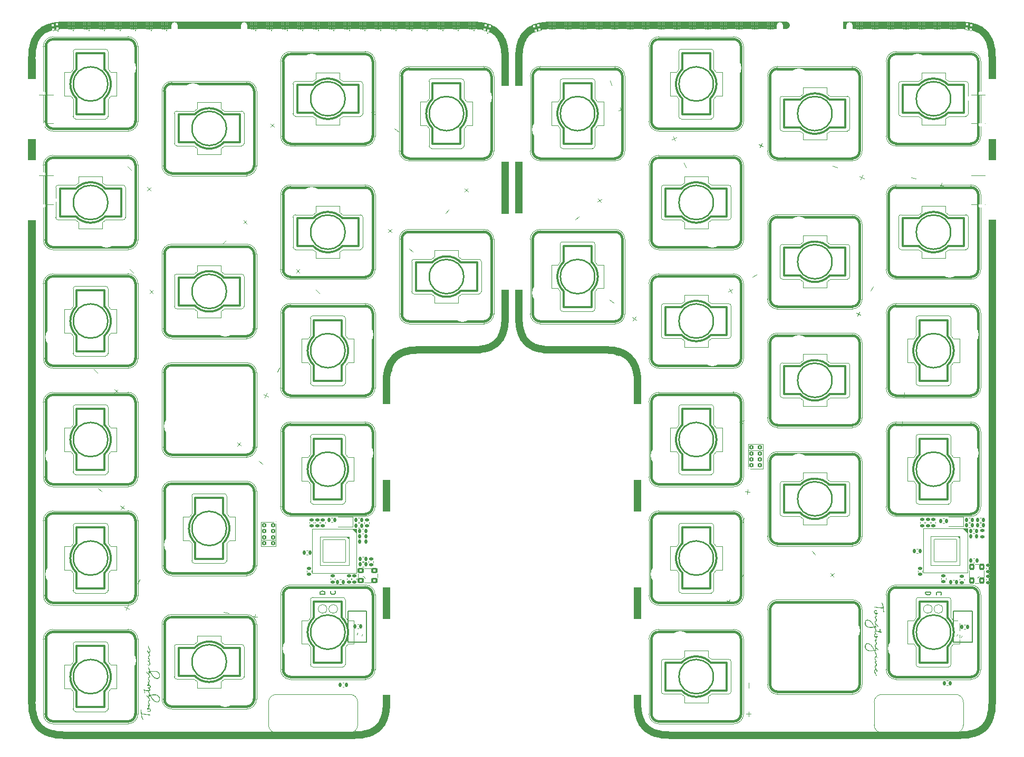
<source format=gto>
G04 #@! TF.GenerationSoftware,KiCad,Pcbnew,(6.0.11-0)*
G04 #@! TF.CreationDate,2023-02-19T21:29:59+08:00*
G04 #@! TF.ProjectId,Combined,436f6d62-696e-4656-942e-6b696361645f,rev?*
G04 #@! TF.SameCoordinates,Original*
G04 #@! TF.FileFunction,Legend,Top*
G04 #@! TF.FilePolarity,Positive*
%FSLAX46Y46*%
G04 Gerber Fmt 4.6, Leading zero omitted, Abs format (unit mm)*
G04 Created by KiCad (PCBNEW (6.0.11-0)) date 2023-02-19 21:29:59*
%MOMM*%
%LPD*%
G01*
G04 APERTURE LIST*
G04 Aperture macros list*
%AMRoundRect*
0 Rectangle with rounded corners*
0 $1 Rounding radius*
0 $2 $3 $4 $5 $6 $7 $8 $9 X,Y pos of 4 corners*
0 Add a 4 corners polygon primitive as box body*
4,1,4,$2,$3,$4,$5,$6,$7,$8,$9,$2,$3,0*
0 Add four circle primitives for the rounded corners*
1,1,$1+$1,$2,$3*
1,1,$1+$1,$4,$5*
1,1,$1+$1,$6,$7*
1,1,$1+$1,$8,$9*
0 Add four rect primitives between the rounded corners*
20,1,$1+$1,$2,$3,$4,$5,0*
20,1,$1+$1,$4,$5,$6,$7,0*
20,1,$1+$1,$6,$7,$8,$9,0*
20,1,$1+$1,$8,$9,$2,$3,0*%
%AMFreePoly0*
4,1,13,-0.250000,0.375000,-0.240485,0.422835,-0.213388,0.463388,-0.172835,0.490485,-0.125000,0.500000,0.250000,0.500000,0.250000,-0.500000,-0.125000,-0.500000,-0.172835,-0.490485,-0.213388,-0.463388,-0.240485,-0.422835,-0.250000,-0.375000,-0.250000,0.375000,-0.250000,0.375000,$1*%
%AMFreePoly1*
4,1,13,-0.300000,0.150000,-0.288582,0.207403,-0.256066,0.256066,-0.207403,0.288582,-0.150000,0.300000,0.300000,0.300000,0.300000,-0.300000,-0.150000,-0.300000,-0.207403,-0.288582,-0.256066,-0.256066,-0.288582,-0.207403,-0.300000,-0.150000,-0.300000,0.150000,-0.300000,0.150000,$1*%
G04 Aperture macros list end*
%ADD10C,1.200000*%
%ADD11C,0.038100*%
%ADD12C,0.030000*%
%ADD13C,0.150000*%
%ADD14C,0.057210*%
%ADD15C,0.000000*%
%ADD16C,0.120000*%
%ADD17C,0.200000*%
%ADD18C,0.300000*%
%ADD19C,0.400000*%
%ADD20C,0.250000*%
%ADD21C,0.100000*%
%ADD22C,0.010000*%
%ADD23C,0.350000*%
%ADD24RoundRect,0.140000X0.170000X-0.140000X0.170000X0.140000X-0.170000X0.140000X-0.170000X-0.140000X0*%
%ADD25RoundRect,0.087500X0.087500X-0.087500X0.087500X0.087500X-0.087500X0.087500X-0.087500X-0.087500X0*%
%ADD26C,3.050000*%
%ADD27C,5.100000*%
%ADD28RoundRect,0.140000X-0.170000X0.140000X-0.170000X-0.140000X0.170000X-0.140000X0.170000X0.140000X0*%
%ADD29C,0.290000*%
%ADD30RoundRect,0.020000X1.800000X-1.800000X1.800000X1.800000X-1.800000X1.800000X-1.800000X-1.800000X0*%
%ADD31RoundRect,0.087500X-0.087500X0.087500X-0.087500X-0.087500X0.087500X-0.087500X0.087500X0.087500X0*%
%ADD32RoundRect,0.140000X0.140000X0.170000X-0.140000X0.170000X-0.140000X-0.170000X0.140000X-0.170000X0*%
%ADD33RoundRect,0.140000X-0.140000X-0.170000X0.140000X-0.170000X0.140000X0.170000X-0.140000X0.170000X0*%
%ADD34C,0.500000*%
%ADD35RoundRect,0.147500X0.147500X0.172500X-0.147500X0.172500X-0.147500X-0.172500X0.147500X-0.172500X0*%
%ADD36RoundRect,0.147500X-0.212545X0.079606X-0.111649X-0.197603X0.212545X-0.079606X0.111649X0.197603X0*%
%ADD37FreePoly0,270.000000*%
%ADD38FreePoly1,180.000000*%
%ADD39FreePoly0,90.000000*%
%ADD40RoundRect,0.150000X0.300000X-0.350000X0.300000X0.350000X-0.300000X0.350000X-0.300000X-0.350000X0*%
%ADD41RoundRect,0.147500X-0.172500X0.147500X-0.172500X-0.147500X0.172500X-0.147500X0.172500X0.147500X0*%
%ADD42R,0.600000X1.100000*%
%ADD43RoundRect,0.150000X-0.350000X-0.300000X0.350000X-0.300000X0.350000X0.300000X-0.350000X0.300000X0*%
%ADD44RoundRect,0.147500X-0.215194X0.072140X-0.104685X-0.201379X0.215194X-0.072140X0.104685X0.201379X0*%
%ADD45FreePoly1,0.000000*%
%ADD46C,1.000000*%
%ADD47RoundRect,0.090000X-0.210000X-0.270000X0.210000X-0.270000X0.210000X0.270000X-0.210000X0.270000X0*%
%ADD48RoundRect,0.090000X0.210000X0.270000X-0.210000X0.270000X-0.210000X-0.270000X0.210000X-0.270000X0*%
%ADD49RoundRect,0.087500X0.056178X-0.110256X0.110256X0.056178X-0.056178X0.110256X-0.110256X-0.056178X0*%
%ADD50RoundRect,0.135000X-0.146845X0.175745X-0.212164X-0.086234X0.146845X-0.175745X0.212164X0.086234X0*%
%ADD51RoundRect,0.135000X-0.120957X0.194472X-0.222101X-0.055868X0.120957X-0.194472X0.222101X0.055868X0*%
%ADD52RoundRect,0.147500X-0.147500X-0.172500X0.147500X-0.172500X0.147500X0.172500X-0.147500X0.172500X0*%
%ADD53RoundRect,0.087500X-0.110256X0.056178X-0.056178X-0.110256X0.110256X-0.056178X0.056178X0.110256X0*%
%ADD54RoundRect,0.087500X0.101365X-0.070976X0.070976X0.101365X-0.101365X0.070976X-0.070976X-0.101365X0*%
%ADD55RoundRect,0.087500X-0.070976X0.101365X-0.101365X-0.070976X0.070976X-0.101365X0.101365X0.070976X0*%
%ADD56O,1.000000X2.200000*%
%ADD57O,1.000000X1.800000*%
G04 APERTURE END LIST*
D10*
X88465267Y-67743237D02*
X97106768Y-67743237D01*
X27072499Y-127377066D02*
X27309552Y-127800026D01*
X26840374Y-126777468D02*
X26863431Y-126845661D01*
X120465296Y-67929867D02*
X120646257Y-67974901D01*
X82087963Y-128504191D02*
X82138929Y-128453365D01*
X107525344Y-67395060D02*
X107593539Y-67418119D01*
X87003652Y-67875570D02*
X87240909Y-67831376D01*
X179337958Y-16707328D02*
X179284148Y-16659283D01*
X29393546Y-129330636D02*
X29921688Y-129464871D01*
D11*
X84235593Y-71182305D02*
X84245373Y-71142917D01*
X84255387Y-71103736D01*
X84265636Y-71064763D01*
X84276120Y-71025998D01*
X84286839Y-70987441D01*
X84297793Y-70949092D01*
X84308983Y-70910951D01*
X84320409Y-70873018D01*
X84332072Y-70835293D01*
X84343971Y-70797777D01*
X84352036Y-70772882D01*
D10*
X123765272Y-72614138D02*
X123765272Y-72743227D01*
X120646257Y-67974901D02*
X120928533Y-68061581D01*
X177836991Y-15880879D02*
X177308851Y-15746644D01*
X101042861Y-16622433D02*
X100659556Y-16350066D01*
X122264752Y-68806223D02*
X122388619Y-68918046D01*
X29247529Y-129281259D02*
X29325357Y-129307580D01*
G36*
X104115267Y-25285238D02*
G01*
X105315267Y-25285238D01*
X105315267Y-20956239D01*
X104115267Y-20956239D01*
X104115267Y-25285238D01*
G37*
X119239248Y-67753678D02*
X119307428Y-67757066D01*
X100236594Y-16113012D02*
X100107558Y-16055911D01*
D12*
X163014261Y-129255746D02*
X174840262Y-129255744D01*
D10*
X101411779Y-66312099D02*
X101448604Y-66270853D01*
X104736679Y-20208800D02*
X104715272Y-20964276D01*
X85872213Y-68235062D02*
X86145055Y-68120028D01*
X83140176Y-126777450D02*
X83274410Y-126249317D01*
D12*
X174840262Y-129255760D02*
G75*
G03*
X176090260Y-128005737I-62J1250060D01*
G01*
D10*
X104803722Y-63776372D02*
X104906141Y-64336805D01*
X175306775Y-129655727D02*
X176062257Y-129634324D01*
X26536671Y-20208804D02*
X26515267Y-20964286D01*
G36*
X180115267Y-124255737D02*
G01*
X181315267Y-124255737D01*
X181315267Y-46829785D01*
X180115267Y-46829785D01*
X180115267Y-124255737D01*
G37*
X98367580Y-15622275D02*
X97862250Y-15577195D01*
D11*
X120326199Y-68513563D02*
X120365586Y-68523343D01*
X120404767Y-68533357D01*
X120443740Y-68543606D01*
X120482505Y-68554090D01*
X120521062Y-68564809D01*
X120559411Y-68575763D01*
X120597552Y-68586953D01*
X120635485Y-68598379D01*
X120673210Y-68610042D01*
X120710726Y-68621941D01*
X120735622Y-68630006D01*
D10*
X27892580Y-128504186D02*
X27946399Y-128552242D01*
X179648607Y-17028163D02*
X179611770Y-16986906D01*
X104906141Y-64336805D02*
X105040375Y-64864950D01*
X99636958Y-15880874D02*
X99108853Y-15746653D01*
D12*
X77590266Y-123086742D02*
X65764269Y-123086744D01*
D10*
X82200997Y-128391479D02*
X82262889Y-128329400D01*
X105063427Y-64933131D02*
X105089748Y-65010950D01*
X180648778Y-125508058D02*
X180693866Y-125002713D01*
X80733001Y-129281260D02*
X81057561Y-129155609D01*
X123831754Y-125508045D02*
X123843243Y-125602647D01*
X83529020Y-71693618D02*
X83553406Y-71518879D01*
X85323779Y-68543046D02*
X85391738Y-68497824D01*
X102448784Y-63595564D02*
X102493863Y-63090222D01*
G36*
X123165267Y-76421734D02*
G01*
X124365267Y-76421734D01*
X124365267Y-72792735D01*
X123165267Y-72792735D01*
X123165267Y-76421734D01*
G37*
X101720985Y-65887525D02*
X101958035Y-65464568D01*
X179388946Y-16758166D02*
X179337958Y-16707328D01*
X86145055Y-68120028D02*
X86302006Y-68061591D01*
X26515267Y-124247239D02*
X26536673Y-125002723D01*
X180340792Y-18288027D02*
X180215146Y-17963490D01*
X106092572Y-16707339D02*
X106041597Y-16758166D01*
X28922980Y-129155612D02*
X29247529Y-129281259D01*
X106092594Y-66591682D02*
X106146386Y-66639716D01*
X179284148Y-16659283D02*
X179242887Y-16622443D01*
X105509551Y-17411493D02*
X105272501Y-17834440D01*
X106187637Y-66676541D02*
X106570983Y-66948940D01*
D12*
X174840263Y-123086743D02*
X163014266Y-123086743D01*
D10*
X26603720Y-125688908D02*
X26706137Y-126249317D01*
X123446959Y-70580078D02*
X123533581Y-70862563D01*
X124831938Y-128183351D02*
X124868763Y-128224597D01*
X101084153Y-66639726D02*
X101137945Y-66591692D01*
X180626819Y-125688898D02*
X180637290Y-125602669D01*
X97862254Y-67721829D02*
X98367603Y-67676739D01*
X29921688Y-129464871D02*
X30482108Y-129567287D01*
X26603718Y-19522614D02*
X26593246Y-19608856D01*
D13*
X177489593Y-114737572D02*
X174489587Y-114737578D01*
X174489581Y-109737584D01*
X177489586Y-109737584D01*
X177489593Y-114737572D01*
D10*
X180637290Y-125602669D02*
X180648778Y-125508058D01*
D14*
X162314599Y-117187292D02*
G75*
G03*
X162314599Y-117187292I-28605J0D01*
G01*
D10*
X121687065Y-68404438D02*
X121838801Y-68497814D01*
X84528272Y-69243746D02*
X84640180Y-69119796D01*
X27309552Y-127800026D02*
X27581945Y-128183366D01*
G36*
X82865267Y-123185784D02*
G01*
X84065267Y-123185784D01*
X84065267Y-124163785D01*
X82865267Y-124163785D01*
X82865267Y-123185784D01*
G37*
G36*
X175306774Y-16155785D02*
G01*
X156812267Y-16155785D01*
X156812267Y-14955787D01*
X175306774Y-14955787D01*
X175306774Y-16155785D01*
G37*
X106993948Y-67185993D02*
X107122984Y-67243096D01*
X124113430Y-126845655D02*
X124139744Y-126923491D01*
X27841593Y-16758176D02*
X27779532Y-16820053D01*
X125620974Y-128861445D02*
X126043933Y-129098492D01*
X31923765Y-15555788D02*
X31168283Y-15577192D01*
X176662204Y-15633757D02*
X176567599Y-15622269D01*
X104781755Y-63595554D02*
X104793242Y-63690122D01*
X179284140Y-128552232D02*
X179337959Y-128504176D01*
X101411764Y-16986911D02*
X101363723Y-16933111D01*
X108682113Y-67654772D02*
X108768335Y-67665245D01*
X87745590Y-67771145D02*
X87923111Y-67757076D01*
X26840368Y-18434069D02*
X26706133Y-18962209D01*
X97106768Y-67743237D02*
X97862254Y-67721829D01*
X121906760Y-68543036D02*
X122058770Y-68648194D01*
X101188942Y-16758176D02*
X101137967Y-16707349D01*
X84265076Y-69601749D02*
X84370234Y-69449739D01*
G36*
X82865267Y-72800782D02*
G01*
X84065267Y-72800782D01*
X84065267Y-76429781D01*
X82865267Y-76429781D01*
X82865267Y-72800782D01*
G37*
X108768355Y-15633757D02*
X108682091Y-15644232D01*
X31923764Y-129655737D02*
X78056769Y-129655737D01*
X107447524Y-67368745D02*
X107525344Y-67395060D01*
X178436599Y-129098498D02*
X178859560Y-128861446D01*
X87415648Y-67806990D02*
X87745590Y-67771145D01*
X177905182Y-129307570D02*
X177983010Y-129281249D01*
X83957092Y-70150183D02*
X84027456Y-70001804D01*
X99783015Y-67368755D02*
X100107555Y-67243106D01*
D15*
G36*
X46595267Y-124365286D02*
G01*
X46578154Y-124364537D01*
X46561037Y-124363297D01*
X46543932Y-124361575D01*
X46526850Y-124359378D01*
X46509806Y-124356715D01*
X46492813Y-124353593D01*
X46475884Y-124350021D01*
X46459034Y-124346006D01*
X46442274Y-124341556D01*
X46425620Y-124336679D01*
X46409085Y-124331383D01*
X46392681Y-124325676D01*
X46376423Y-124319565D01*
X46360324Y-124313060D01*
X46344397Y-124306166D01*
X46311147Y-124290406D01*
X46278876Y-124273187D01*
X46247545Y-124254599D01*
X46217115Y-124234731D01*
X46187546Y-124213672D01*
X46158799Y-124191512D01*
X46130835Y-124168340D01*
X46103613Y-124144245D01*
X46077094Y-124119316D01*
X46051239Y-124093644D01*
X46026008Y-124067316D01*
X46001363Y-124040423D01*
X45977262Y-124013053D01*
X45953667Y-123985296D01*
X45907837Y-123928978D01*
X45855272Y-123860868D01*
X45804255Y-123791581D01*
X45754785Y-123721163D01*
X45706863Y-123649659D01*
X45660488Y-123577112D01*
X45615661Y-123503566D01*
X45572381Y-123429068D01*
X45530649Y-123353661D01*
X45481119Y-123254289D01*
X45401743Y-123264131D01*
X45404164Y-123269553D01*
X45406429Y-123274985D01*
X45408538Y-123280430D01*
X45410491Y-123285890D01*
X45412287Y-123291369D01*
X45413928Y-123296869D01*
X45415412Y-123302394D01*
X45416739Y-123307945D01*
X45417911Y-123313526D01*
X45418926Y-123319140D01*
X45419785Y-123324788D01*
X45420488Y-123330475D01*
X45421035Y-123336203D01*
X45421426Y-123341975D01*
X45421660Y-123347793D01*
X45421738Y-123353661D01*
X45421603Y-123360426D01*
X45421200Y-123367148D01*
X45420532Y-123373822D01*
X45419604Y-123380445D01*
X45418419Y-123387015D01*
X45416981Y-123393527D01*
X45415293Y-123399979D01*
X45413359Y-123406368D01*
X45411183Y-123412689D01*
X45408769Y-123418940D01*
X45406119Y-123425118D01*
X45403238Y-123431219D01*
X45396796Y-123443177D01*
X45389474Y-123454790D01*
X45381299Y-123466030D01*
X45372302Y-123476873D01*
X45362511Y-123487291D01*
X45351956Y-123497259D01*
X45340667Y-123506750D01*
X45328672Y-123515740D01*
X45316001Y-123524200D01*
X45302683Y-123532106D01*
X45355742Y-123630124D01*
X45381797Y-123680104D01*
X45406661Y-123730701D01*
X45429680Y-123781894D01*
X45440293Y-123807706D01*
X45450199Y-123833659D01*
X45459316Y-123859750D01*
X45467564Y-123885975D01*
X45474859Y-123912333D01*
X45481119Y-123938820D01*
X45487864Y-123973587D01*
X45489233Y-123982056D01*
X45490312Y-123990615D01*
X45490717Y-123994955D01*
X45491019Y-123999351D01*
X45491207Y-124003814D01*
X45491272Y-124008354D01*
X45491051Y-124020026D01*
X45490760Y-124025854D01*
X45490336Y-124031667D01*
X45489768Y-124037459D01*
X45489047Y-124043220D01*
X45488164Y-124048945D01*
X45487108Y-124054625D01*
X45485870Y-124060253D01*
X45484439Y-124065822D01*
X45482807Y-124071324D01*
X45480964Y-124076752D01*
X45478899Y-124082098D01*
X45476602Y-124087355D01*
X45474065Y-124092516D01*
X45471277Y-124097572D01*
X45466254Y-124104834D01*
X45460795Y-124111642D01*
X45454935Y-124118029D01*
X45448711Y-124124031D01*
X45442159Y-124129683D01*
X45435314Y-124135018D01*
X45428213Y-124140072D01*
X45420892Y-124144879D01*
X45405734Y-124153892D01*
X45390127Y-124162334D01*
X45358722Y-124178614D01*
X45343501Y-124187005D01*
X45328984Y-124195935D01*
X45322081Y-124200688D01*
X45315461Y-124205679D01*
X45309162Y-124210943D01*
X45303220Y-124216514D01*
X45297670Y-124222428D01*
X45292548Y-124228719D01*
X45287892Y-124235422D01*
X45283735Y-124242570D01*
X45280116Y-124250200D01*
X45277069Y-124258345D01*
X45274630Y-124267040D01*
X45272837Y-124276320D01*
X45272837Y-124306166D01*
X45273162Y-124317700D01*
X45274112Y-124329088D01*
X45275651Y-124340334D01*
X45277742Y-124351439D01*
X45280349Y-124362406D01*
X45283434Y-124373239D01*
X45286960Y-124383940D01*
X45290892Y-124394511D01*
X45295192Y-124404956D01*
X45299824Y-124415277D01*
X45304750Y-124425478D01*
X45309935Y-124435560D01*
X45315341Y-124445526D01*
X45320932Y-124455380D01*
X45332520Y-124474761D01*
X45354650Y-124509662D01*
X45377041Y-124545914D01*
X45398702Y-124583349D01*
X45408949Y-124602458D01*
X45418644Y-124621800D01*
X45427661Y-124641354D01*
X45435877Y-124661099D01*
X45443168Y-124681015D01*
X45449411Y-124701079D01*
X45454482Y-124721273D01*
X45458257Y-124741574D01*
X45460613Y-124761961D01*
X45461426Y-124782414D01*
X45461239Y-124790468D01*
X45460682Y-124798429D01*
X45459763Y-124806287D01*
X45458492Y-124814031D01*
X45456875Y-124821650D01*
X45454921Y-124829134D01*
X45452639Y-124836472D01*
X45450036Y-124843653D01*
X45447120Y-124850667D01*
X45443900Y-124857503D01*
X45440384Y-124864149D01*
X45436580Y-124870597D01*
X45432495Y-124876834D01*
X45428139Y-124882850D01*
X45423519Y-124888634D01*
X45418644Y-124894176D01*
X45413521Y-124899465D01*
X45408159Y-124904491D01*
X45402565Y-124909242D01*
X45396749Y-124913708D01*
X45390718Y-124917878D01*
X45384480Y-124921741D01*
X45378044Y-124925288D01*
X45371417Y-124928506D01*
X45364608Y-124931386D01*
X45357625Y-124933917D01*
X45350476Y-124936088D01*
X45343169Y-124937888D01*
X45335712Y-124939306D01*
X45328114Y-124940333D01*
X45320382Y-124940957D01*
X45312525Y-124941167D01*
X45320247Y-124978633D01*
X45327567Y-125016826D01*
X45334292Y-125055517D01*
X45340228Y-125094481D01*
X45345181Y-125133489D01*
X45348959Y-125172315D01*
X45351367Y-125210731D01*
X45352213Y-125248509D01*
X45352213Y-125288197D01*
X45375983Y-125301219D01*
X45399660Y-125316034D01*
X45423043Y-125332524D01*
X45445936Y-125350571D01*
X45468139Y-125370056D01*
X45489453Y-125390860D01*
X45509680Y-125412865D01*
X45528621Y-125435952D01*
X45546078Y-125460003D01*
X45561852Y-125484899D01*
X45575744Y-125510522D01*
X45587556Y-125536752D01*
X45592619Y-125550058D01*
X45597088Y-125563472D01*
X45600938Y-125576978D01*
X45604143Y-125590562D01*
X45606679Y-125604210D01*
X45608522Y-125617905D01*
X45609645Y-125631634D01*
X45610025Y-125645381D01*
X45609951Y-125651284D01*
X45609726Y-125657310D01*
X45609351Y-125663442D01*
X45608824Y-125669662D01*
X45608145Y-125675952D01*
X45607312Y-125682296D01*
X45606324Y-125688675D01*
X45605181Y-125695072D01*
X45603882Y-125701468D01*
X45602425Y-125707847D01*
X45600811Y-125714191D01*
X45599037Y-125720481D01*
X45597103Y-125726702D01*
X45595008Y-125732833D01*
X45592752Y-125738859D01*
X45590332Y-125744762D01*
X45583086Y-125759836D01*
X45574729Y-125774210D01*
X45565335Y-125787870D01*
X45554977Y-125800800D01*
X45543727Y-125812986D01*
X45531660Y-125824413D01*
X45518847Y-125835066D01*
X45505362Y-125844931D01*
X45491279Y-125853991D01*
X45476669Y-125862234D01*
X45461606Y-125869642D01*
X45446163Y-125876202D01*
X45430413Y-125881900D01*
X45414428Y-125886719D01*
X45398283Y-125890645D01*
X45382050Y-125893663D01*
X45342371Y-125893663D01*
X45326257Y-125893268D01*
X45310412Y-125892095D01*
X45294832Y-125890162D01*
X45279513Y-125887487D01*
X45264448Y-125884088D01*
X45249632Y-125879984D01*
X45235061Y-125875192D01*
X45220729Y-125869731D01*
X45206632Y-125863620D01*
X45192764Y-125856875D01*
X45179120Y-125849516D01*
X45165695Y-125841560D01*
X45152484Y-125833025D01*
X45139482Y-125823931D01*
X45126684Y-125814294D01*
X45114084Y-125804134D01*
X45111666Y-125802003D01*
X45109411Y-125799784D01*
X45107318Y-125797486D01*
X45105385Y-125795118D01*
X45103612Y-125792689D01*
X45101998Y-125790207D01*
X45100542Y-125787681D01*
X45099244Y-125785121D01*
X45098101Y-125782534D01*
X45097114Y-125779931D01*
X45096281Y-125777319D01*
X45095602Y-125774708D01*
X45095075Y-125772106D01*
X45094699Y-125769522D01*
X45094475Y-125766966D01*
X45094400Y-125764446D01*
X45094471Y-125761733D01*
X45094736Y-125759017D01*
X45095190Y-125756304D01*
X45095827Y-125753599D01*
X45096640Y-125750908D01*
X45097625Y-125748237D01*
X45098775Y-125745592D01*
X45100083Y-125742979D01*
X45101545Y-125740404D01*
X45103153Y-125737872D01*
X45104903Y-125735389D01*
X45106787Y-125732962D01*
X45110938Y-125728298D01*
X45115556Y-125723924D01*
X45120595Y-125719890D01*
X45126006Y-125716241D01*
X45131742Y-125713024D01*
X45134717Y-125711593D01*
X45137754Y-125710287D01*
X45140849Y-125709113D01*
X45143996Y-125708077D01*
X45147187Y-125707184D01*
X45150418Y-125706440D01*
X45153682Y-125705851D01*
X45156974Y-125705423D01*
X45160286Y-125705162D01*
X45163614Y-125705074D01*
X45164640Y-125705099D01*
X45165635Y-125705173D01*
X45166601Y-125705295D01*
X45167541Y-125705464D01*
X45168458Y-125705678D01*
X45169354Y-125705938D01*
X45170231Y-125706241D01*
X45171092Y-125706586D01*
X45171940Y-125706973D01*
X45172777Y-125707400D01*
X45174427Y-125708371D01*
X45176064Y-125709490D01*
X45177707Y-125710748D01*
X45193461Y-125724758D01*
X45201140Y-125730807D01*
X45209158Y-125736456D01*
X45217488Y-125741707D01*
X45226104Y-125746560D01*
X45234981Y-125751016D01*
X45244092Y-125755078D01*
X45253412Y-125758746D01*
X45262914Y-125762023D01*
X45272572Y-125764909D01*
X45282360Y-125767405D01*
X45292253Y-125769514D01*
X45302224Y-125771236D01*
X45312247Y-125772573D01*
X45322297Y-125773527D01*
X45332347Y-125774098D01*
X45342371Y-125774288D01*
X45345320Y-125774340D01*
X45348327Y-125774483D01*
X45354484Y-125774957D01*
X45367133Y-125776073D01*
X45370316Y-125776265D01*
X45373491Y-125776380D01*
X45376650Y-125776397D01*
X45379783Y-125776296D01*
X45382884Y-125776055D01*
X45385942Y-125775654D01*
X45388951Y-125775072D01*
X45391901Y-125774288D01*
X45402540Y-125770178D01*
X45412762Y-125765375D01*
X45422530Y-125759915D01*
X45431807Y-125753833D01*
X45440555Y-125747165D01*
X45448738Y-125739947D01*
X45456318Y-125732214D01*
X45463257Y-125724003D01*
X45469520Y-125715349D01*
X45475068Y-125706289D01*
X45479864Y-125696857D01*
X45483872Y-125687089D01*
X45485569Y-125682091D01*
X45487054Y-125677022D01*
X45488324Y-125671887D01*
X45489373Y-125666691D01*
X45490197Y-125661438D01*
X45490791Y-125656132D01*
X45491151Y-125650779D01*
X45491272Y-125645381D01*
X45481119Y-125625697D01*
X45477740Y-125609498D01*
X45473457Y-125593432D01*
X45468293Y-125577544D01*
X45462275Y-125561877D01*
X45455428Y-125546476D01*
X45447776Y-125531385D01*
X45439344Y-125516649D01*
X45430159Y-125502311D01*
X45420243Y-125488416D01*
X45409624Y-125475007D01*
X45398325Y-125462131D01*
X45386372Y-125449829D01*
X45373790Y-125438147D01*
X45360604Y-125427129D01*
X45346839Y-125416819D01*
X45332520Y-125407262D01*
X45329869Y-125413036D01*
X45327039Y-125418693D01*
X45324038Y-125424234D01*
X45320873Y-125429663D01*
X45317552Y-125434980D01*
X45314082Y-125440187D01*
X45310471Y-125445287D01*
X45306726Y-125450280D01*
X45302855Y-125455170D01*
X45298864Y-125459957D01*
X45294762Y-125464644D01*
X45290555Y-125469232D01*
X45286252Y-125473724D01*
X45281860Y-125478121D01*
X45277385Y-125482425D01*
X45272837Y-125486638D01*
X45266128Y-125492800D01*
X45259335Y-125498771D01*
X45252454Y-125504521D01*
X45245483Y-125510023D01*
X45238419Y-125515247D01*
X45231260Y-125520167D01*
X45224001Y-125524753D01*
X45216642Y-125528977D01*
X45209178Y-125532810D01*
X45201606Y-125536224D01*
X45193925Y-125539191D01*
X45186131Y-125541682D01*
X45178222Y-125543669D01*
X45170194Y-125545124D01*
X45162045Y-125546017D01*
X45153772Y-125546321D01*
X45146294Y-125546107D01*
X45138869Y-125545469D01*
X45131503Y-125544417D01*
X45124204Y-125542958D01*
X45116980Y-125541101D01*
X45109837Y-125538855D01*
X45102785Y-125536227D01*
X45095829Y-125533226D01*
X45088977Y-125529860D01*
X45082237Y-125526138D01*
X45075616Y-125522068D01*
X45069122Y-125517659D01*
X45062762Y-125512918D01*
X45056543Y-125507854D01*
X45050473Y-125502476D01*
X45044559Y-125496791D01*
X45039717Y-125491280D01*
X45035194Y-125485593D01*
X45030990Y-125479748D01*
X45027103Y-125473762D01*
X45023533Y-125467654D01*
X45020278Y-125461441D01*
X45017337Y-125455140D01*
X45014711Y-125448770D01*
X45012397Y-125442347D01*
X45010394Y-125435890D01*
X45008703Y-125429416D01*
X45007321Y-125422942D01*
X45006247Y-125416488D01*
X45005482Y-125410069D01*
X45005024Y-125403704D01*
X45004871Y-125397411D01*
X45005139Y-125388675D01*
X45005944Y-125379989D01*
X45007288Y-125371377D01*
X45009171Y-125362868D01*
X45011595Y-125354488D01*
X45014563Y-125346262D01*
X45018074Y-125338218D01*
X45020034Y-125334272D01*
X45022131Y-125330382D01*
X45024364Y-125326550D01*
X45026735Y-125322780D01*
X45029242Y-125319075D01*
X45031887Y-125315439D01*
X45034669Y-125311874D01*
X45037589Y-125308385D01*
X45040647Y-125304974D01*
X45043842Y-125301646D01*
X45047176Y-125298402D01*
X45050648Y-125295246D01*
X45054259Y-125292183D01*
X45058008Y-125289214D01*
X45061897Y-125286344D01*
X45065924Y-125283575D01*
X45070090Y-125280911D01*
X45074396Y-125278356D01*
X45081129Y-125274724D01*
X45087990Y-125271330D01*
X45094970Y-125268173D01*
X45102064Y-125265253D01*
X45109263Y-125262569D01*
X45116562Y-125260121D01*
X45123953Y-125257909D01*
X45131429Y-125255931D01*
X45138983Y-125254188D01*
X45146608Y-125252678D01*
X45154298Y-125251403D01*
X45162044Y-125250360D01*
X45169840Y-125249549D01*
X45177680Y-125248971D01*
X45185556Y-125248625D01*
X45193461Y-125248509D01*
X45242991Y-125248509D01*
X45242767Y-125247695D01*
X45242513Y-125246919D01*
X45242233Y-125246180D01*
X45241929Y-125245473D01*
X45241602Y-125244798D01*
X45241256Y-125244150D01*
X45240893Y-125243528D01*
X45240514Y-125242929D01*
X45239722Y-125241791D01*
X45238899Y-125240714D01*
X45237235Y-125238663D01*
X45236433Y-125237647D01*
X45235676Y-125236612D01*
X45235320Y-125236080D01*
X45234983Y-125235535D01*
X45234667Y-125234974D01*
X45234374Y-125234396D01*
X45234106Y-125233797D01*
X45233866Y-125233176D01*
X45233657Y-125232528D01*
X45233480Y-125231853D01*
X45233339Y-125231146D01*
X45233235Y-125230406D01*
X45233171Y-125229631D01*
X45233149Y-125228816D01*
X45230655Y-125187862D01*
X45226658Y-125146727D01*
X45221383Y-125105503D01*
X45215051Y-125064278D01*
X45207886Y-125023142D01*
X45200110Y-124982185D01*
X45183619Y-124901167D01*
X45183320Y-124901086D01*
X45183017Y-124901023D01*
X45182712Y-124900976D01*
X45182403Y-124900943D01*
X45181779Y-124900919D01*
X45181146Y-124900940D01*
X45180508Y-124900996D01*
X45179866Y-124901078D01*
X45178581Y-124901281D01*
X45177311Y-124901469D01*
X45176687Y-124901534D01*
X45176074Y-124901565D01*
X45175474Y-124901554D01*
X45175180Y-124901530D01*
X45174890Y-124901491D01*
X45174604Y-124901436D01*
X45174323Y-124901365D01*
X45174047Y-124901276D01*
X45173777Y-124901167D01*
X45168566Y-124899413D01*
X45163762Y-124897487D01*
X45161510Y-124896459D01*
X45159356Y-124895387D01*
X45157299Y-124894271D01*
X45155337Y-124893112D01*
X45153470Y-124891908D01*
X45151696Y-124890660D01*
X45150014Y-124889368D01*
X45148423Y-124888031D01*
X45146921Y-124886649D01*
X45145508Y-124885222D01*
X45144182Y-124883750D01*
X45142942Y-124882232D01*
X45141786Y-124880669D01*
X45140714Y-124879060D01*
X45139724Y-124877406D01*
X45138815Y-124875705D01*
X45137986Y-124873958D01*
X45137235Y-124872164D01*
X45136561Y-124870324D01*
X45135964Y-124868438D01*
X45135441Y-124866504D01*
X45134993Y-124864523D01*
X45134311Y-124860419D01*
X45133909Y-124856124D01*
X45133777Y-124851637D01*
X45133832Y-124848925D01*
X45133995Y-124846209D01*
X45134266Y-124843495D01*
X45134643Y-124840790D01*
X45135124Y-124838099D01*
X45135710Y-124835428D01*
X45136399Y-124832783D01*
X45137189Y-124830169D01*
X45138079Y-124827594D01*
X45139069Y-124825062D01*
X45140157Y-124822579D01*
X45141342Y-124820151D01*
X45142623Y-124817785D01*
X45143998Y-124815486D01*
X45145467Y-124813259D01*
X45147028Y-124811112D01*
X45148681Y-124809049D01*
X45150423Y-124807076D01*
X45152254Y-124805200D01*
X45154173Y-124803426D01*
X45156179Y-124801761D01*
X45158270Y-124800209D01*
X45160445Y-124798777D01*
X45162703Y-124797471D01*
X45165043Y-124796297D01*
X45167463Y-124795260D01*
X45169964Y-124794367D01*
X45172542Y-124793623D01*
X45175199Y-124793034D01*
X45177931Y-124792606D01*
X45180738Y-124792345D01*
X45183619Y-124792256D01*
X45191536Y-124794054D01*
X45199457Y-124796080D01*
X45215322Y-124800625D01*
X45247234Y-124810361D01*
X45263334Y-124814793D01*
X45271432Y-124816733D01*
X45279565Y-124818428D01*
X45287738Y-124819828D01*
X45295953Y-124820887D01*
X45304215Y-124821557D01*
X45312525Y-124821791D01*
X45318097Y-124820933D01*
X45323162Y-124820007D01*
X45327740Y-124818981D01*
X45331850Y-124817825D01*
X45333737Y-124817188D01*
X45335515Y-124816507D01*
X45337186Y-124815777D01*
X45338754Y-124814995D01*
X45340220Y-124814158D01*
X45341587Y-124813260D01*
X45342858Y-124812299D01*
X45344035Y-124811270D01*
X45345121Y-124810169D01*
X45346119Y-124808992D01*
X45347030Y-124807737D01*
X45347858Y-124806398D01*
X45348605Y-124804972D01*
X45349274Y-124803454D01*
X45349867Y-124801842D01*
X45350386Y-124800131D01*
X45350835Y-124798317D01*
X45351216Y-124796396D01*
X45351531Y-124794365D01*
X45351784Y-124792220D01*
X45352109Y-124787569D01*
X45352213Y-124782414D01*
X45352127Y-124779385D01*
X45351881Y-124776262D01*
X45351495Y-124773062D01*
X45350988Y-124769804D01*
X45350378Y-124766505D01*
X45349686Y-124763183D01*
X45348126Y-124756539D01*
X45344847Y-124743752D01*
X45343433Y-124737891D01*
X45342848Y-124735155D01*
X45342371Y-124732573D01*
X45337748Y-124717267D01*
X45332272Y-124702175D01*
X45326027Y-124687282D01*
X45319097Y-124672570D01*
X45311567Y-124658024D01*
X45303519Y-124643627D01*
X45295039Y-124629363D01*
X45286211Y-124615216D01*
X45267848Y-124587207D01*
X45249101Y-124559469D01*
X45230645Y-124531872D01*
X45213154Y-124504286D01*
X45206676Y-124492949D01*
X45200479Y-124481447D01*
X45194581Y-124469785D01*
X45189001Y-124457969D01*
X45183758Y-124446005D01*
X45178871Y-124433897D01*
X45174359Y-124421651D01*
X45170242Y-124409274D01*
X45166537Y-124396770D01*
X45163265Y-124384145D01*
X45160444Y-124371405D01*
X45158093Y-124358555D01*
X45156231Y-124345600D01*
X45154878Y-124332547D01*
X45154052Y-124319400D01*
X45153772Y-124306166D01*
X45153914Y-124295374D01*
X45154351Y-124284670D01*
X45155105Y-124274060D01*
X45156198Y-124263549D01*
X45157650Y-124253144D01*
X45159481Y-124242851D01*
X45161714Y-124232676D01*
X45164368Y-124222625D01*
X45167466Y-124212705D01*
X45171027Y-124202920D01*
X45175072Y-124193278D01*
X45179623Y-124183784D01*
X45184701Y-124174445D01*
X45190326Y-124165266D01*
X45196520Y-124156253D01*
X45203302Y-124147414D01*
X45211472Y-124138504D01*
X45220120Y-124130175D01*
X45229211Y-124122342D01*
X45238712Y-124114922D01*
X45248586Y-124107834D01*
X45258798Y-124100995D01*
X45280101Y-124087729D01*
X45325240Y-124060535D01*
X45336849Y-124053115D01*
X45348518Y-124045280D01*
X45360212Y-124036949D01*
X45371897Y-124028038D01*
X45371897Y-124018196D01*
X45370858Y-123996908D01*
X45367843Y-123974002D01*
X45363004Y-123949654D01*
X45356493Y-123924039D01*
X45348463Y-123897332D01*
X45339064Y-123869708D01*
X45328450Y-123841344D01*
X45316772Y-123812413D01*
X45290833Y-123753556D01*
X45262464Y-123694539D01*
X45232882Y-123636765D01*
X45203302Y-123581636D01*
X45203138Y-123581337D01*
X45203003Y-123581034D01*
X45202893Y-123580727D01*
X45202808Y-123580418D01*
X45202746Y-123580107D01*
X45202704Y-123579793D01*
X45202682Y-123579477D01*
X45202678Y-123579160D01*
X45202689Y-123578841D01*
X45202715Y-123578521D01*
X45202801Y-123577879D01*
X45202923Y-123577236D01*
X45203066Y-123576594D01*
X45203360Y-123575324D01*
X45203483Y-123574700D01*
X45203572Y-123574087D01*
X45203599Y-123573785D01*
X45203612Y-123573486D01*
X45203609Y-123573191D01*
X45203590Y-123572901D01*
X45203551Y-123572615D01*
X45203491Y-123572333D01*
X45203409Y-123572056D01*
X45203302Y-123571785D01*
X45193461Y-123571785D01*
X45179799Y-123571395D01*
X45166327Y-123570239D01*
X45153060Y-123568339D01*
X45140014Y-123565715D01*
X45127203Y-123562388D01*
X45114643Y-123558380D01*
X45102348Y-123553712D01*
X45090334Y-123548405D01*
X45078615Y-123542479D01*
X45067208Y-123535957D01*
X45056126Y-123528858D01*
X45045386Y-123521205D01*
X45035002Y-123513018D01*
X45024990Y-123504319D01*
X45015364Y-123495128D01*
X45006139Y-123485467D01*
X44997331Y-123475356D01*
X44988955Y-123464818D01*
X44981026Y-123453872D01*
X44973559Y-123442540D01*
X44966569Y-123430844D01*
X44960072Y-123418803D01*
X44954082Y-123406440D01*
X44948614Y-123393776D01*
X44943684Y-123380831D01*
X44939306Y-123367626D01*
X44935497Y-123354184D01*
X44932270Y-123340524D01*
X44929641Y-123326668D01*
X44927626Y-123312637D01*
X44926239Y-123298453D01*
X44925495Y-123284136D01*
X44925495Y-123274285D01*
X44925584Y-123270986D01*
X44925848Y-123267814D01*
X44926280Y-123264767D01*
X44926874Y-123261844D01*
X44927625Y-123259044D01*
X44928527Y-123256365D01*
X44929573Y-123253805D01*
X44930757Y-123251364D01*
X44932074Y-123249039D01*
X44933518Y-123246830D01*
X44935082Y-123244734D01*
X44936760Y-123242751D01*
X44938548Y-123240879D01*
X44940438Y-123239116D01*
X44942424Y-123237461D01*
X44944501Y-123235912D01*
X44946663Y-123234469D01*
X44948903Y-123233130D01*
X44951216Y-123231892D01*
X44953596Y-123230755D01*
X44958532Y-123228778D01*
X44963663Y-123227187D01*
X44968941Y-123225969D01*
X44974318Y-123225114D01*
X44979746Y-123224609D01*
X44985178Y-123224443D01*
X44987884Y-123224507D01*
X44990582Y-123224698D01*
X44993267Y-123225016D01*
X44995934Y-123225458D01*
X44998578Y-123226025D01*
X45001196Y-123226714D01*
X45003782Y-123227525D01*
X45006332Y-123228457D01*
X45008841Y-123229508D01*
X45011304Y-123230678D01*
X45013717Y-123231965D01*
X45016075Y-123233368D01*
X45018374Y-123234886D01*
X45020608Y-123236518D01*
X45022774Y-123238263D01*
X45024866Y-123240120D01*
X45026880Y-123242088D01*
X45028812Y-123244165D01*
X45030656Y-123246351D01*
X45032407Y-123248644D01*
X45034063Y-123251044D01*
X45035617Y-123253548D01*
X45037064Y-123256157D01*
X45038402Y-123258869D01*
X45039624Y-123261682D01*
X45040726Y-123264596D01*
X45041703Y-123267610D01*
X45042551Y-123270723D01*
X45043266Y-123273932D01*
X45043842Y-123277239D01*
X45044274Y-123280640D01*
X45044559Y-123284136D01*
X45045125Y-123292246D01*
X45045986Y-123300314D01*
X45047141Y-123308326D01*
X45048586Y-123316267D01*
X45050317Y-123324124D01*
X45052331Y-123331883D01*
X45054626Y-123339528D01*
X45057197Y-123347047D01*
X45060042Y-123354425D01*
X45063157Y-123361648D01*
X45066538Y-123368702D01*
X45070184Y-123375573D01*
X45074090Y-123382246D01*
X45078253Y-123388707D01*
X45082670Y-123394943D01*
X45087338Y-123400939D01*
X45092254Y-123406680D01*
X45097413Y-123412154D01*
X45102814Y-123417346D01*
X45108452Y-123422241D01*
X45114324Y-123426826D01*
X45120428Y-123431086D01*
X45126759Y-123435008D01*
X45133315Y-123438577D01*
X45140093Y-123441779D01*
X45147089Y-123444599D01*
X45154299Y-123447025D01*
X45161721Y-123449041D01*
X45169352Y-123450634D01*
X45177187Y-123451789D01*
X45185225Y-123452492D01*
X45193461Y-123452730D01*
X45223307Y-123452730D01*
X45231218Y-123450860D01*
X45239081Y-123448587D01*
X45246838Y-123445909D01*
X45254435Y-123442824D01*
X45261813Y-123439329D01*
X45268918Y-123435424D01*
X45275693Y-123431106D01*
X45278939Y-123428791D01*
X45282081Y-123426373D01*
X45285113Y-123423851D01*
X45288027Y-123421224D01*
X45290816Y-123418492D01*
X45293474Y-123415656D01*
X45295992Y-123412714D01*
X45298365Y-123409667D01*
X45300585Y-123406515D01*
X45302645Y-123403257D01*
X45304538Y-123399892D01*
X45306257Y-123396422D01*
X45307796Y-123392845D01*
X45309146Y-123389161D01*
X45310301Y-123385370D01*
X45311254Y-123381472D01*
X45311997Y-123377467D01*
X45312525Y-123373354D01*
X45312525Y-123363512D01*
X45312310Y-123357139D01*
X45311673Y-123350563D01*
X45310620Y-123343852D01*
X45309161Y-123337070D01*
X45307303Y-123330285D01*
X45305056Y-123323561D01*
X45302427Y-123316966D01*
X45299426Y-123310566D01*
X45297788Y-123307459D01*
X45296060Y-123304425D01*
X45294243Y-123301474D01*
X45292338Y-123298612D01*
X45290346Y-123295848D01*
X45288268Y-123293190D01*
X45286105Y-123290647D01*
X45283858Y-123288228D01*
X45281529Y-123285939D01*
X45279118Y-123283790D01*
X45276626Y-123281788D01*
X45274055Y-123279942D01*
X45271405Y-123278261D01*
X45268678Y-123276752D01*
X45265874Y-123275424D01*
X45262995Y-123274285D01*
X45260535Y-123273178D01*
X45258154Y-123272001D01*
X45255853Y-123270756D01*
X45253632Y-123269445D01*
X45249429Y-123266632D01*
X45245542Y-123263580D01*
X45241972Y-123260307D01*
X45238717Y-123256829D01*
X45235777Y-123253163D01*
X45233150Y-123249328D01*
X45230835Y-123245341D01*
X45230401Y-123244447D01*
X45610025Y-123244447D01*
X45618905Y-123261348D01*
X45628498Y-123278627D01*
X45638598Y-123296159D01*
X45648996Y-123313818D01*
X45669852Y-123349011D01*
X45679895Y-123366293D01*
X45689402Y-123383196D01*
X45768361Y-123520674D01*
X45808869Y-123588446D01*
X45850565Y-123655294D01*
X45893825Y-123721010D01*
X45939023Y-123785387D01*
X45962468Y-123817007D01*
X45986538Y-123848214D01*
X46011281Y-123878982D01*
X46036744Y-123909285D01*
X46080361Y-123958833D01*
X46103019Y-123983127D01*
X46126256Y-124006984D01*
X46150081Y-124030315D01*
X46174503Y-124053030D01*
X46199532Y-124075041D01*
X46225176Y-124096259D01*
X46251446Y-124116595D01*
X46278350Y-124135960D01*
X46305898Y-124154265D01*
X46334099Y-124171422D01*
X46362963Y-124187342D01*
X46392498Y-124201936D01*
X46422714Y-124215115D01*
X46453620Y-124226790D01*
X46473476Y-124233802D01*
X46483315Y-124236944D01*
X46493113Y-124239844D01*
X46502883Y-124242504D01*
X46512639Y-124244926D01*
X46522394Y-124247110D01*
X46532161Y-124249059D01*
X46541954Y-124250773D01*
X46551786Y-124252254D01*
X46561672Y-124253504D01*
X46571623Y-124254523D01*
X46581655Y-124255314D01*
X46591780Y-124255876D01*
X46602011Y-124256213D01*
X46612363Y-124256325D01*
X46641898Y-124256325D01*
X46650739Y-124255780D01*
X46659631Y-124254981D01*
X46668560Y-124253927D01*
X46677510Y-124252619D01*
X46686466Y-124251054D01*
X46695412Y-124249231D01*
X46704333Y-124247150D01*
X46713213Y-124244810D01*
X46722038Y-124242209D01*
X46730791Y-124239348D01*
X46739458Y-124236224D01*
X46748023Y-124232836D01*
X46756471Y-124229185D01*
X46764786Y-124225269D01*
X46772954Y-124221086D01*
X46780957Y-124216637D01*
X46796365Y-124206979D01*
X46810933Y-124196376D01*
X46824685Y-124184883D01*
X46837643Y-124172552D01*
X46849830Y-124159435D01*
X46861271Y-124145587D01*
X46871988Y-124131059D01*
X46882004Y-124115906D01*
X46891343Y-124100180D01*
X46900029Y-124083933D01*
X46908083Y-124067220D01*
X46915531Y-124050094D01*
X46922394Y-124032606D01*
X46928696Y-124014810D01*
X46934460Y-123996760D01*
X46939710Y-123978508D01*
X46944383Y-123960819D01*
X46948411Y-123942788D01*
X46951799Y-123924459D01*
X46954555Y-123905877D01*
X46956687Y-123887086D01*
X46958200Y-123868132D01*
X46959103Y-123849058D01*
X46959403Y-123829909D01*
X46958352Y-123795318D01*
X46955220Y-123760789D01*
X46950041Y-123726427D01*
X46942848Y-123692341D01*
X46933674Y-123658636D01*
X46922551Y-123625419D01*
X46909513Y-123592795D01*
X46894593Y-123560873D01*
X46877823Y-123529758D01*
X46859238Y-123499557D01*
X46838869Y-123470377D01*
X46816750Y-123442323D01*
X46792914Y-123415503D01*
X46767393Y-123390022D01*
X46740222Y-123365988D01*
X46711432Y-123343508D01*
X46685663Y-123325857D01*
X46659226Y-123309559D01*
X46632167Y-123294578D01*
X46604534Y-123280883D01*
X46576372Y-123268440D01*
X46547728Y-123257216D01*
X46518649Y-123247179D01*
X46489181Y-123238294D01*
X46459371Y-123230529D01*
X46429265Y-123223852D01*
X46398910Y-123218228D01*
X46368352Y-123213625D01*
X46337639Y-123210009D01*
X46306815Y-123207349D01*
X46275929Y-123205610D01*
X46245026Y-123204759D01*
X46205649Y-123204759D01*
X46156112Y-123205573D01*
X46107359Y-123207811D01*
X46059164Y-123211174D01*
X46011300Y-123215359D01*
X45818619Y-123234294D01*
X45610025Y-123244447D01*
X45230401Y-123244447D01*
X45228832Y-123241217D01*
X45227140Y-123236976D01*
X45225758Y-123232634D01*
X45224684Y-123228208D01*
X45223918Y-123223716D01*
X45223459Y-123219174D01*
X45223307Y-123214601D01*
X45223472Y-123209583D01*
X45223976Y-123204559D01*
X45224830Y-123199566D01*
X45226045Y-123194644D01*
X45226792Y-123192221D01*
X45227632Y-123189830D01*
X45228569Y-123187475D01*
X45229602Y-123185162D01*
X45230735Y-123182894D01*
X45231967Y-123180678D01*
X45233301Y-123178517D01*
X45234737Y-123176417D01*
X45236278Y-123174382D01*
X45237924Y-123172417D01*
X45239677Y-123170526D01*
X45241539Y-123168715D01*
X45243510Y-123166988D01*
X45245592Y-123165351D01*
X45247787Y-123163807D01*
X45250096Y-123162361D01*
X45252520Y-123161019D01*
X45255061Y-123159785D01*
X45257721Y-123158664D01*
X45260499Y-123157661D01*
X45263399Y-123156779D01*
X45266421Y-123156025D01*
X45269566Y-123155403D01*
X45272837Y-123154918D01*
X45431589Y-123145067D01*
X45396959Y-123075740D01*
X45363152Y-123006085D01*
X45330276Y-122936072D01*
X45298437Y-122865671D01*
X45267744Y-122794853D01*
X45238305Y-122723589D01*
X45210227Y-122651848D01*
X45183619Y-122579601D01*
X45173777Y-122559917D01*
X45146486Y-122559084D01*
X45119153Y-122557775D01*
X45091798Y-122555988D01*
X45064438Y-122553726D01*
X45037092Y-122550986D01*
X45009780Y-122547771D01*
X44982520Y-122544080D01*
X44955332Y-122539913D01*
X44922834Y-122535414D01*
X44890362Y-122530298D01*
X44857941Y-122524631D01*
X44825598Y-122518481D01*
X44793359Y-122511914D01*
X44761248Y-122504998D01*
X44697519Y-122490383D01*
X44697519Y-122827571D01*
X44697436Y-122831038D01*
X44697191Y-122834356D01*
X44696787Y-122837529D01*
X44696231Y-122840558D01*
X44695526Y-122843447D01*
X44694677Y-122846198D01*
X44693690Y-122848813D01*
X44692569Y-122851295D01*
X44691318Y-122853646D01*
X44689943Y-122855870D01*
X44688448Y-122857967D01*
X44686838Y-122859942D01*
X44685118Y-122861795D01*
X44683292Y-122863531D01*
X44681366Y-122865151D01*
X44679344Y-122866657D01*
X44677231Y-122868053D01*
X44675031Y-122869341D01*
X44672750Y-122870524D01*
X44670391Y-122871603D01*
X44665464Y-122873461D01*
X44660286Y-122874937D01*
X44654896Y-122876050D01*
X44649332Y-122876820D01*
X44643633Y-122877268D01*
X44637836Y-122877413D01*
X44632404Y-122877217D01*
X44626976Y-122876731D01*
X44621599Y-122875934D01*
X44616321Y-122874806D01*
X44613734Y-122874110D01*
X44611190Y-122873323D01*
X44608695Y-122872443D01*
X44606254Y-122871466D01*
X44603875Y-122870390D01*
X44601561Y-122869212D01*
X44599321Y-122867930D01*
X44597159Y-122866541D01*
X44595082Y-122865042D01*
X44593096Y-122863430D01*
X44591206Y-122861704D01*
X44589418Y-122859859D01*
X44587740Y-122857895D01*
X44586176Y-122855807D01*
X44584732Y-122853593D01*
X44583415Y-122851251D01*
X44582231Y-122848778D01*
X44581185Y-122846171D01*
X44580283Y-122843428D01*
X44579532Y-122840546D01*
X44578938Y-122837521D01*
X44578506Y-122834353D01*
X44578242Y-122831037D01*
X44578153Y-122827571D01*
X44578153Y-122460536D01*
X44503853Y-122441530D01*
X44467151Y-122431741D01*
X44448520Y-122426475D01*
X44429554Y-122420848D01*
X44426898Y-122419965D01*
X44424346Y-122418985D01*
X44421898Y-122417911D01*
X44419553Y-122416747D01*
X44417307Y-122415496D01*
X44415162Y-122414161D01*
X44413114Y-122412747D01*
X44411163Y-122411255D01*
X44409307Y-122409690D01*
X44407545Y-122408055D01*
X44405876Y-122406353D01*
X44404299Y-122404587D01*
X44402811Y-122402762D01*
X44401412Y-122400880D01*
X44398874Y-122396960D01*
X44396675Y-122392854D01*
X44394805Y-122388588D01*
X44393251Y-122384191D01*
X44392004Y-122379688D01*
X44391052Y-122375107D01*
X44390386Y-122370475D01*
X44389994Y-122365819D01*
X44389866Y-122361165D01*
X44390056Y-122355737D01*
X44390627Y-122350318D01*
X44391580Y-122344956D01*
X44392200Y-122342312D01*
X44392917Y-122339698D01*
X44393730Y-122337123D01*
X44394639Y-122334591D01*
X44395645Y-122332109D01*
X44396748Y-122329682D01*
X44397948Y-122327316D01*
X44399244Y-122325017D01*
X44400639Y-122322791D01*
X44402130Y-122320644D01*
X44403719Y-122318581D01*
X44405407Y-122316609D01*
X44407192Y-122314734D01*
X44409075Y-122312960D01*
X44411057Y-122311295D01*
X44413137Y-122309744D01*
X44415316Y-122308312D01*
X44417594Y-122307007D01*
X44419970Y-122305833D01*
X44422446Y-122304796D01*
X44425022Y-122303903D01*
X44427697Y-122303159D01*
X44430471Y-122302570D01*
X44433346Y-122302142D01*
X44436321Y-122301881D01*
X44439396Y-122301793D01*
X44459400Y-122301793D01*
X44474257Y-122306870D01*
X44488893Y-122312055D01*
X44517939Y-122322468D01*
X44532564Y-122327554D01*
X44547403Y-122332465D01*
X44562563Y-122337131D01*
X44578153Y-122341481D01*
X44579064Y-122339020D01*
X44580071Y-122336639D01*
X44581169Y-122334338D01*
X44582357Y-122332116D01*
X44583629Y-122329974D01*
X44584983Y-122327912D01*
X44586415Y-122325929D01*
X44587923Y-122324025D01*
X44589502Y-122322200D01*
X44591149Y-122320455D01*
X44594635Y-122317200D01*
X44598354Y-122314259D01*
X44602278Y-122311633D01*
X44606381Y-122309319D01*
X44610636Y-122307316D01*
X44615015Y-122305625D01*
X44619492Y-122304243D01*
X44624040Y-122303170D01*
X44628631Y-122302404D01*
X44633239Y-122301946D01*
X44637836Y-122301793D01*
X44640549Y-122301856D01*
X44643268Y-122302045D01*
X44645986Y-122302358D01*
X44648696Y-122302794D01*
X44651394Y-122303354D01*
X44654073Y-122304034D01*
X44656728Y-122304836D01*
X44659351Y-122305757D01*
X44661938Y-122306796D01*
X44664482Y-122307953D01*
X44666977Y-122309227D01*
X44669418Y-122310616D01*
X44671798Y-122312120D01*
X44674111Y-122313738D01*
X44676351Y-122315468D01*
X44678513Y-122317310D01*
X44680590Y-122319263D01*
X44682577Y-122321325D01*
X44684466Y-122323496D01*
X44686254Y-122325775D01*
X44687932Y-122328161D01*
X44689497Y-122330652D01*
X44690940Y-122333248D01*
X44692257Y-122335948D01*
X44693442Y-122338751D01*
X44694487Y-122341655D01*
X44695389Y-122344661D01*
X44696140Y-122347766D01*
X44696734Y-122350970D01*
X44697167Y-122354272D01*
X44697430Y-122357670D01*
X44697519Y-122361165D01*
X44697519Y-122371318D01*
X44758815Y-122385779D01*
X44821108Y-122399013D01*
X44884175Y-122410803D01*
X44947791Y-122420933D01*
X45011736Y-122429188D01*
X45075784Y-122435351D01*
X45139714Y-122439208D01*
X45203302Y-122440541D01*
X45242991Y-122440541D01*
X45257330Y-122439822D01*
X45270778Y-122438921D01*
X45283365Y-122437850D01*
X45295118Y-122436621D01*
X45306066Y-122435242D01*
X45316238Y-122433726D01*
X45325663Y-122432083D01*
X45334368Y-122430323D01*
X45342382Y-122428458D01*
X45349734Y-122426498D01*
X45356453Y-122424454D01*
X45362567Y-122422337D01*
X45368104Y-122420157D01*
X45373093Y-122417926D01*
X45377563Y-122415653D01*
X45381542Y-122413350D01*
X45385059Y-122411028D01*
X45388141Y-122408696D01*
X45390819Y-122406367D01*
X45393120Y-122404051D01*
X45395073Y-122401758D01*
X45396706Y-122399499D01*
X45398049Y-122397285D01*
X45399129Y-122395127D01*
X45399974Y-122393036D01*
X45400615Y-122391022D01*
X45401079Y-122389095D01*
X45401394Y-122387268D01*
X45401694Y-122383952D01*
X45401743Y-122381160D01*
X45401579Y-122374868D01*
X45401099Y-122368505D01*
X45400322Y-122362087D01*
X45399267Y-122355634D01*
X45397954Y-122349161D01*
X45396401Y-122342688D01*
X45394628Y-122336232D01*
X45392653Y-122329809D01*
X45390496Y-122323439D01*
X45388176Y-122317139D01*
X45385712Y-122310926D01*
X45383122Y-122304818D01*
X45380427Y-122298832D01*
X45377645Y-122292987D01*
X45371897Y-122281789D01*
X45364184Y-122269078D01*
X45356063Y-122256767D01*
X45347560Y-122244834D01*
X45338698Y-122233254D01*
X45329501Y-122222003D01*
X45319993Y-122211058D01*
X45310200Y-122200395D01*
X45300143Y-122189990D01*
X45289849Y-122179819D01*
X45279341Y-122169860D01*
X45257780Y-122150477D01*
X45235653Y-122131652D01*
X45213154Y-122113194D01*
X45210785Y-122111064D01*
X45208567Y-122108845D01*
X45206498Y-122106548D01*
X45204580Y-122104180D01*
X45202813Y-122101751D01*
X45201197Y-122099270D01*
X45199733Y-122096745D01*
X45198422Y-122094185D01*
X45197262Y-122091599D01*
X45196256Y-122088995D01*
X45195404Y-122086383D01*
X45194705Y-122083772D01*
X45194161Y-122081170D01*
X45193772Y-122078586D01*
X45193539Y-122076028D01*
X45193461Y-122073506D01*
X45193484Y-122073046D01*
X45193554Y-122072616D01*
X45193666Y-122072213D01*
X45193818Y-122071836D01*
X45194008Y-122071482D01*
X45194233Y-122071150D01*
X45194490Y-122070838D01*
X45194776Y-122070543D01*
X45195088Y-122070265D01*
X45195424Y-122070000D01*
X45196157Y-122069503D01*
X45196952Y-122069038D01*
X45197788Y-122068589D01*
X45199492Y-122067674D01*
X45200318Y-122067177D01*
X45201096Y-122066633D01*
X45201461Y-122066338D01*
X45201806Y-122066025D01*
X45202128Y-122065692D01*
X45202425Y-122065338D01*
X45202693Y-122064960D01*
X45202931Y-122064557D01*
X45203135Y-122064125D01*
X45203302Y-122063664D01*
X45197821Y-122061104D01*
X45192228Y-122058970D01*
X45186543Y-122057191D01*
X45180789Y-122055696D01*
X45174986Y-122054413D01*
X45169157Y-122053271D01*
X45157502Y-122051121D01*
X45151720Y-122049970D01*
X45145996Y-122048673D01*
X45140353Y-122047159D01*
X45134811Y-122045355D01*
X45129392Y-122043191D01*
X45126735Y-122041952D01*
X45124116Y-122040595D01*
X45121540Y-122039112D01*
X45119007Y-122037494D01*
X45116521Y-122035733D01*
X45114084Y-122033818D01*
X45111666Y-122031687D01*
X45109411Y-122029469D01*
X45107318Y-122027171D01*
X45105385Y-122024804D01*
X45103612Y-122022375D01*
X45101998Y-122019893D01*
X45100542Y-122017368D01*
X45099244Y-122014808D01*
X45098101Y-122012222D01*
X45097114Y-122009619D01*
X45096281Y-122007007D01*
X45095602Y-122004396D01*
X45095075Y-122001794D01*
X45094699Y-121999209D01*
X45094475Y-121996652D01*
X45094400Y-121994130D01*
X45094471Y-121991418D01*
X45094736Y-121988702D01*
X45095190Y-121985988D01*
X45095827Y-121983283D01*
X45096640Y-121980592D01*
X45097625Y-121977921D01*
X45098775Y-121975277D01*
X45100083Y-121972664D01*
X45101545Y-121970088D01*
X45103153Y-121967556D01*
X45104903Y-121965074D01*
X45106787Y-121962647D01*
X45110938Y-121957982D01*
X45115556Y-121953609D01*
X45120595Y-121949574D01*
X45126006Y-121945925D01*
X45131742Y-121942709D01*
X45134717Y-121941277D01*
X45137754Y-121939972D01*
X45140849Y-121938798D01*
X45143996Y-121937761D01*
X45147187Y-121936868D01*
X45150418Y-121936124D01*
X45153682Y-121935535D01*
X45156974Y-121935107D01*
X45160286Y-121934846D01*
X45163614Y-121934758D01*
X45164640Y-121934783D01*
X45165635Y-121934857D01*
X45166601Y-121934979D01*
X45167541Y-121935148D01*
X45168458Y-121935363D01*
X45169354Y-121935623D01*
X45170231Y-121935926D01*
X45171092Y-121936272D01*
X45171940Y-121936659D01*
X45172777Y-121937087D01*
X45174427Y-121938058D01*
X45176064Y-121939177D01*
X45177707Y-121940436D01*
X45193461Y-121954442D01*
X45201140Y-121960495D01*
X45209158Y-121966155D01*
X45217488Y-121971421D01*
X45226104Y-121976294D01*
X45234981Y-121980775D01*
X45244092Y-121984864D01*
X45253412Y-121988561D01*
X45262914Y-121991868D01*
X45272572Y-121994783D01*
X45282360Y-121997309D01*
X45292253Y-121999445D01*
X45302224Y-122001191D01*
X45312247Y-122002549D01*
X45322297Y-122003518D01*
X45332347Y-122004099D01*
X45342371Y-122004292D01*
X45345320Y-122004341D01*
X45348327Y-122004475D01*
X45354484Y-122004917D01*
X45367133Y-122005958D01*
X45370316Y-122006136D01*
X45373491Y-122006244D01*
X45376650Y-122006260D01*
X45379783Y-122006166D01*
X45382884Y-122005941D01*
X45385942Y-122005567D01*
X45388951Y-122005024D01*
X45391901Y-122004292D01*
X45402540Y-122000127D01*
X45412762Y-121995275D01*
X45422530Y-121989772D01*
X45431807Y-121983654D01*
X45440555Y-121976956D01*
X45448738Y-121969713D01*
X45456318Y-121961960D01*
X45463257Y-121953732D01*
X45469520Y-121945066D01*
X45475068Y-121935996D01*
X45479864Y-121926558D01*
X45483872Y-121916786D01*
X45485569Y-121911787D01*
X45487054Y-121906717D01*
X45488324Y-121901582D01*
X45489373Y-121896385D01*
X45490197Y-121891132D01*
X45490791Y-121885826D01*
X45491151Y-121880472D01*
X45491272Y-121875075D01*
X45481119Y-121855382D01*
X45477740Y-121839183D01*
X45473457Y-121823117D01*
X45468293Y-121807228D01*
X45462275Y-121791561D01*
X45455428Y-121776160D01*
X45447776Y-121761069D01*
X45439344Y-121746333D01*
X45430159Y-121731995D01*
X45420243Y-121718100D01*
X45409624Y-121704692D01*
X45398325Y-121691815D01*
X45386372Y-121679514D01*
X45373790Y-121667832D01*
X45360604Y-121656814D01*
X45346839Y-121646504D01*
X45332520Y-121636946D01*
X45329869Y-121642720D01*
X45327039Y-121648377D01*
X45324038Y-121653919D01*
X45320873Y-121659347D01*
X45317552Y-121664664D01*
X45314082Y-121669871D01*
X45310471Y-121674971D01*
X45306726Y-121679965D01*
X45302855Y-121684854D01*
X45298864Y-121689641D01*
X45294762Y-121694328D01*
X45290555Y-121698917D01*
X45286252Y-121703409D01*
X45281860Y-121707806D01*
X45277385Y-121712110D01*
X45272837Y-121716322D01*
X45266128Y-121722376D01*
X45259335Y-121728035D01*
X45252454Y-121733300D01*
X45245483Y-121738173D01*
X45238419Y-121742653D01*
X45231260Y-121746741D01*
X45224001Y-121750438D01*
X45216642Y-121753744D01*
X45209178Y-121756658D01*
X45201606Y-121759183D01*
X45193925Y-121761318D01*
X45186131Y-121763064D01*
X45178222Y-121764421D01*
X45170194Y-121765389D01*
X45162045Y-121765970D01*
X45153772Y-121766164D01*
X45146294Y-121766060D01*
X45138869Y-121765734D01*
X45131503Y-121765166D01*
X45124204Y-121764334D01*
X45116980Y-121763217D01*
X45109837Y-121761795D01*
X45102785Y-121760046D01*
X45095829Y-121757950D01*
X45088977Y-121755486D01*
X45082237Y-121752632D01*
X45075616Y-121749369D01*
X45069122Y-121745674D01*
X45062762Y-121741527D01*
X45056543Y-121736907D01*
X45050473Y-121731793D01*
X45044559Y-121726164D01*
X45039717Y-121720657D01*
X45035194Y-121714979D01*
X45030990Y-121709150D01*
X45027103Y-121703184D01*
X45023533Y-121697100D01*
X45020278Y-121690913D01*
X45017337Y-121684641D01*
X45014711Y-121678299D01*
X45012397Y-121671906D01*
X45010394Y-121665478D01*
X45008703Y-121659031D01*
X45007321Y-121652582D01*
X45006247Y-121646148D01*
X45005482Y-121639746D01*
X45005024Y-121633393D01*
X45004871Y-121627104D01*
X45005139Y-121618369D01*
X45005944Y-121609682D01*
X45007288Y-121601071D01*
X45009171Y-121592562D01*
X45011595Y-121584181D01*
X45014563Y-121575955D01*
X45018074Y-121567911D01*
X45020034Y-121563965D01*
X45022131Y-121560074D01*
X45024364Y-121556242D01*
X45026735Y-121552472D01*
X45029242Y-121548767D01*
X45031887Y-121545130D01*
X45034669Y-121541565D01*
X45037589Y-121538076D01*
X45040647Y-121534665D01*
X45043842Y-121531335D01*
X45047176Y-121528091D01*
X45050648Y-121524935D01*
X45054259Y-121521871D01*
X45058008Y-121518901D01*
X45061897Y-121516030D01*
X45065924Y-121513261D01*
X45070090Y-121510596D01*
X45074396Y-121508040D01*
X45081129Y-121504410D01*
X45087990Y-121501017D01*
X45094970Y-121497861D01*
X45102064Y-121494941D01*
X45109263Y-121492258D01*
X45116562Y-121489810D01*
X45123953Y-121487597D01*
X45131429Y-121485619D01*
X45138983Y-121483875D01*
X45146608Y-121482365D01*
X45154298Y-121481089D01*
X45162044Y-121480045D01*
X45169840Y-121479235D01*
X45177680Y-121478656D01*
X45185556Y-121478309D01*
X45193461Y-121478194D01*
X45242991Y-121478194D01*
X45242767Y-121477380D01*
X45242513Y-121476605D01*
X45242233Y-121475866D01*
X45241929Y-121475160D01*
X45241602Y-121474485D01*
X45241256Y-121473838D01*
X45240893Y-121473216D01*
X45240514Y-121472618D01*
X45239722Y-121471480D01*
X45238899Y-121470403D01*
X45237235Y-121468352D01*
X45236433Y-121467337D01*
X45235676Y-121466301D01*
X45235320Y-121465769D01*
X45234983Y-121465224D01*
X45234667Y-121464664D01*
X45234374Y-121464086D01*
X45234106Y-121463487D01*
X45233866Y-121462866D01*
X45233657Y-121462219D01*
X45233480Y-121461543D01*
X45233339Y-121460838D01*
X45233235Y-121460098D01*
X45233171Y-121459323D01*
X45233149Y-121458510D01*
X45230655Y-121417553D01*
X45226658Y-121376420D01*
X45221383Y-121335206D01*
X45215051Y-121294002D01*
X45207886Y-121252903D01*
X45200110Y-121212001D01*
X45183619Y-121131163D01*
X45183320Y-121131054D01*
X45183017Y-121130964D01*
X45182712Y-121130892D01*
X45182403Y-121130837D01*
X45182092Y-121130798D01*
X45181779Y-121130773D01*
X45181146Y-121130761D01*
X45180508Y-121130793D01*
X45179866Y-121130857D01*
X45179223Y-121130945D01*
X45178581Y-121131046D01*
X45177311Y-121131250D01*
X45176687Y-121131333D01*
X45176074Y-121131390D01*
X45175474Y-121131411D01*
X45174890Y-121131387D01*
X45174604Y-121131355D01*
X45174323Y-121131308D01*
X45174047Y-121131244D01*
X45173777Y-121131163D01*
X45168566Y-121129356D01*
X45163762Y-121127382D01*
X45159356Y-121125242D01*
X45157299Y-121124108D01*
X45155337Y-121122931D01*
X45153470Y-121121712D01*
X45151696Y-121120450D01*
X45150014Y-121119144D01*
X45148423Y-121117795D01*
X45146921Y-121116402D01*
X45145508Y-121114965D01*
X45144182Y-121113484D01*
X45142942Y-121111959D01*
X45141786Y-121110389D01*
X45140714Y-121108774D01*
X45139724Y-121107114D01*
X45138815Y-121105408D01*
X45137986Y-121103657D01*
X45137235Y-121101860D01*
X45136561Y-121100017D01*
X45135964Y-121098128D01*
X45135441Y-121096193D01*
X45134993Y-121094210D01*
X45134311Y-121090104D01*
X45133909Y-121085809D01*
X45133777Y-121081322D01*
X45133832Y-121078580D01*
X45133995Y-121075779D01*
X45134266Y-121072929D01*
X45134643Y-121070038D01*
X45135710Y-121064175D01*
X45137189Y-121058267D01*
X45138079Y-121055321D01*
X45139069Y-121052391D01*
X45140157Y-121049489D01*
X45141342Y-121046623D01*
X45142623Y-121043804D01*
X45143998Y-121041040D01*
X45145467Y-121038342D01*
X45147028Y-121035719D01*
X45148681Y-121033181D01*
X45150423Y-121030737D01*
X45152254Y-121028397D01*
X45154173Y-121026170D01*
X45156179Y-121024066D01*
X45158270Y-121022095D01*
X45160445Y-121020266D01*
X45162703Y-121018589D01*
X45165043Y-121017073D01*
X45167463Y-121015729D01*
X45169964Y-121014564D01*
X45172542Y-121013590D01*
X45175199Y-121012816D01*
X45177931Y-121012251D01*
X45180738Y-121011905D01*
X45183619Y-121011788D01*
X45191536Y-121013702D01*
X45199457Y-121016059D01*
X45207384Y-121018780D01*
X45215322Y-121021788D01*
X45247234Y-121035121D01*
X45255269Y-121038389D01*
X45263334Y-121041475D01*
X45271432Y-121044300D01*
X45279565Y-121046787D01*
X45287738Y-121048857D01*
X45295953Y-121050433D01*
X45304215Y-121051435D01*
X45312525Y-121051787D01*
X45318097Y-121050927D01*
X45323162Y-121049991D01*
X45327740Y-121048949D01*
X45331850Y-121047771D01*
X45333737Y-121047121D01*
X45335515Y-121046425D01*
X45337186Y-121045679D01*
X45338754Y-121044880D01*
X45340220Y-121044024D01*
X45341587Y-121043107D01*
X45342858Y-121042125D01*
X45344035Y-121041074D01*
X45345121Y-121039951D01*
X45346119Y-121038751D01*
X45347030Y-121037471D01*
X45347858Y-121036107D01*
X45348605Y-121034655D01*
X45349274Y-121033112D01*
X45349867Y-121031473D01*
X45350386Y-121029734D01*
X45350835Y-121027892D01*
X45351216Y-121025943D01*
X45351531Y-121023884D01*
X45351784Y-121021709D01*
X45352109Y-121017001D01*
X45352213Y-121011788D01*
X45352127Y-121008814D01*
X45351881Y-121005740D01*
X45351495Y-121002583D01*
X45350988Y-120999361D01*
X45350378Y-120996092D01*
X45349686Y-120992795D01*
X45348126Y-120986188D01*
X45344847Y-120973433D01*
X45343433Y-120967575D01*
X45342848Y-120964840D01*
X45342371Y-120962258D01*
X45337748Y-120946952D01*
X45332272Y-120931861D01*
X45326027Y-120916969D01*
X45319097Y-120902260D01*
X45311567Y-120887718D01*
X45303519Y-120873329D01*
X45295039Y-120859075D01*
X45286211Y-120844941D01*
X45267848Y-120816969D01*
X45249101Y-120789289D01*
X45230645Y-120761771D01*
X45213154Y-120734291D01*
X45206676Y-120722787D01*
X45200479Y-120710923D01*
X45194581Y-120698731D01*
X45189001Y-120686246D01*
X45183758Y-120673501D01*
X45178871Y-120660529D01*
X45174359Y-120647364D01*
X45170242Y-120634039D01*
X45166537Y-120620587D01*
X45163265Y-120607043D01*
X45160444Y-120593439D01*
X45158093Y-120579809D01*
X45156231Y-120566186D01*
X45154878Y-120552605D01*
X45154052Y-120539097D01*
X45153772Y-120525697D01*
X45153914Y-120514904D01*
X45154351Y-120504199D01*
X45155105Y-120493588D01*
X45156198Y-120483077D01*
X45157650Y-120472671D01*
X45159481Y-120462379D01*
X45161714Y-120452204D01*
X45164368Y-120442153D01*
X45167466Y-120432233D01*
X45171027Y-120422449D01*
X45175072Y-120412807D01*
X45179623Y-120403314D01*
X45184701Y-120393975D01*
X45190326Y-120384797D01*
X45196520Y-120375785D01*
X45203302Y-120366945D01*
X45211472Y-120358203D01*
X45220120Y-120350235D01*
X45229211Y-120342931D01*
X45238712Y-120336180D01*
X45248586Y-120329872D01*
X45258798Y-120323896D01*
X45280101Y-120312496D01*
X45302342Y-120301096D01*
X45325240Y-120288809D01*
X45336849Y-120282056D01*
X45348518Y-120274750D01*
X45360212Y-120266780D01*
X45371897Y-120258034D01*
X45371897Y-120247881D01*
X45370858Y-120226594D01*
X45367843Y-120203689D01*
X45363004Y-120179342D01*
X45356493Y-120153727D01*
X45348463Y-120127020D01*
X45339064Y-120099397D01*
X45328450Y-120071032D01*
X45316772Y-120042101D01*
X45290833Y-119983243D01*
X45262464Y-119924225D01*
X45232882Y-119866450D01*
X45203302Y-119811321D01*
X45203138Y-119811021D01*
X45203003Y-119810718D01*
X45202893Y-119810412D01*
X45202808Y-119810103D01*
X45202746Y-119809791D01*
X45202704Y-119809477D01*
X45202682Y-119809162D01*
X45202678Y-119808844D01*
X45202689Y-119808525D01*
X45202715Y-119808206D01*
X45202801Y-119807564D01*
X45202923Y-119806921D01*
X45203066Y-119806280D01*
X45203360Y-119805010D01*
X45203483Y-119804387D01*
X45203572Y-119803775D01*
X45203599Y-119803473D01*
X45203612Y-119803175D01*
X45203609Y-119802881D01*
X45203590Y-119802591D01*
X45203551Y-119802306D01*
X45203491Y-119802025D01*
X45203409Y-119801749D01*
X45203302Y-119801479D01*
X45193461Y-119801479D01*
X45179799Y-119801089D01*
X45166327Y-119799933D01*
X45153060Y-119798032D01*
X45140014Y-119795408D01*
X45127203Y-119792081D01*
X45114643Y-119788073D01*
X45102348Y-119783405D01*
X45090334Y-119778097D01*
X45078615Y-119772171D01*
X45067208Y-119765648D01*
X45056126Y-119758550D01*
X45045386Y-119750896D01*
X45035002Y-119742709D01*
X45024990Y-119734009D01*
X45015364Y-119724818D01*
X45006139Y-119715156D01*
X44997331Y-119705045D01*
X44988955Y-119694506D01*
X44981026Y-119683560D01*
X44973559Y-119672228D01*
X44966569Y-119660531D01*
X44960072Y-119648490D01*
X44954082Y-119636126D01*
X44948614Y-119623462D01*
X44943684Y-119610516D01*
X44939306Y-119597312D01*
X44935497Y-119583869D01*
X44932270Y-119570209D01*
X44929641Y-119556353D01*
X44927626Y-119542322D01*
X44926239Y-119528137D01*
X44925495Y-119513820D01*
X44925495Y-119503667D01*
X44925584Y-119500424D01*
X44925848Y-119497302D01*
X44926280Y-119494301D01*
X44926874Y-119491419D01*
X44927625Y-119488654D01*
X44928527Y-119486007D01*
X44929573Y-119483475D01*
X44930757Y-119481058D01*
X44932074Y-119478753D01*
X44933518Y-119476560D01*
X44935082Y-119474478D01*
X44936760Y-119472505D01*
X44938548Y-119470641D01*
X44940438Y-119468883D01*
X44942424Y-119467231D01*
X44944501Y-119465684D01*
X44946663Y-119464240D01*
X44948903Y-119462898D01*
X44953596Y-119460515D01*
X44958532Y-119458525D01*
X44963663Y-119456919D01*
X44968941Y-119455687D01*
X44974318Y-119454819D01*
X44979746Y-119454306D01*
X44985178Y-119454137D01*
X44987884Y-119454201D01*
X44990582Y-119454392D01*
X44993267Y-119454709D01*
X44995934Y-119455152D01*
X44998578Y-119455718D01*
X45001196Y-119456408D01*
X45003782Y-119457219D01*
X45006332Y-119458150D01*
X45008841Y-119459201D01*
X45011304Y-119460371D01*
X45013717Y-119461658D01*
X45016075Y-119463061D01*
X45018374Y-119464579D01*
X45020608Y-119466211D01*
X45022774Y-119467956D01*
X45024866Y-119469813D01*
X45026880Y-119471780D01*
X45028812Y-119473857D01*
X45030656Y-119476043D01*
X45032407Y-119478336D01*
X45034063Y-119480735D01*
X45035617Y-119483239D01*
X45037064Y-119485847D01*
X45038402Y-119488558D01*
X45039624Y-119491371D01*
X45040726Y-119494285D01*
X45041703Y-119497298D01*
X45042551Y-119500410D01*
X45043266Y-119503619D01*
X45043842Y-119506925D01*
X45044274Y-119510325D01*
X45044559Y-119513820D01*
X45045125Y-119521930D01*
X45045986Y-119529998D01*
X45047141Y-119538010D01*
X45048586Y-119545952D01*
X45050317Y-119553809D01*
X45052331Y-119561567D01*
X45054626Y-119569213D01*
X45057197Y-119576732D01*
X45060042Y-119584110D01*
X45063157Y-119591333D01*
X45066538Y-119598387D01*
X45070184Y-119605257D01*
X45074090Y-119611930D01*
X45078253Y-119618391D01*
X45082670Y-119624627D01*
X45087338Y-119630623D01*
X45092254Y-119636365D01*
X45097413Y-119641839D01*
X45102814Y-119647030D01*
X45108452Y-119651926D01*
X45114324Y-119656511D01*
X45120428Y-119660771D01*
X45126759Y-119664692D01*
X45133315Y-119668261D01*
X45140093Y-119671463D01*
X45147089Y-119674284D01*
X45154299Y-119676709D01*
X45161721Y-119678725D01*
X45169352Y-119680318D01*
X45177187Y-119681473D01*
X45185225Y-119682177D01*
X45193461Y-119682414D01*
X45223307Y-119682414D01*
X45231218Y-119680545D01*
X45239081Y-119678272D01*
X45246838Y-119675594D01*
X45254435Y-119672510D01*
X45261813Y-119669016D01*
X45268918Y-119665111D01*
X45275693Y-119660793D01*
X45278939Y-119658479D01*
X45282081Y-119656061D01*
X45285113Y-119653539D01*
X45288027Y-119650912D01*
X45290816Y-119648180D01*
X45293474Y-119645344D01*
X45295992Y-119642403D01*
X45298365Y-119639356D01*
X45300585Y-119636203D01*
X45302645Y-119632945D01*
X45304538Y-119629581D01*
X45306257Y-119626110D01*
X45307796Y-119622532D01*
X45309146Y-119618848D01*
X45310301Y-119615057D01*
X45311254Y-119611158D01*
X45311997Y-119607152D01*
X45312525Y-119603038D01*
X45312525Y-119583043D01*
X45312471Y-119579942D01*
X45312310Y-119576835D01*
X45312044Y-119573726D01*
X45311673Y-119570620D01*
X45311198Y-119567521D01*
X45310620Y-119564434D01*
X45309940Y-119561364D01*
X45309161Y-119558316D01*
X45308281Y-119555293D01*
X45307303Y-119552301D01*
X45306228Y-119549345D01*
X45305056Y-119546428D01*
X45303789Y-119543557D01*
X45302427Y-119540734D01*
X45300973Y-119537966D01*
X45299426Y-119535256D01*
X45297788Y-119532609D01*
X45296060Y-119530031D01*
X45294243Y-119527525D01*
X45292338Y-119525096D01*
X45290346Y-119522749D01*
X45288268Y-119520488D01*
X45286105Y-119518319D01*
X45283858Y-119516246D01*
X45281529Y-119514273D01*
X45279118Y-119512405D01*
X45276626Y-119510647D01*
X45274055Y-119509004D01*
X45271405Y-119507479D01*
X45268678Y-119506078D01*
X45265874Y-119504806D01*
X45262995Y-119503667D01*
X45260535Y-119502588D01*
X45258154Y-119501437D01*
X45255853Y-119500216D01*
X45253632Y-119498927D01*
X45251491Y-119497573D01*
X45249429Y-119496155D01*
X45245542Y-119493138D01*
X45241972Y-119489895D01*
X45238717Y-119486442D01*
X45235777Y-119482797D01*
X45233150Y-119478978D01*
X45230835Y-119475004D01*
X45230410Y-119474132D01*
X45610025Y-119474132D01*
X45618905Y-119491035D01*
X45628498Y-119508316D01*
X45638598Y-119525850D01*
X45648996Y-119543509D01*
X45669852Y-119578701D01*
X45679895Y-119595980D01*
X45689402Y-119612880D01*
X45768361Y-119750354D01*
X45808869Y-119818114D01*
X45850565Y-119884940D01*
X45893825Y-119950621D01*
X45939023Y-120014944D01*
X45962468Y-120046530D01*
X45986538Y-120077696D01*
X46011281Y-120108418D01*
X46036744Y-120138667D01*
X46080361Y-120188225D01*
X46103019Y-120212532D01*
X46126256Y-120236405D01*
X46150081Y-120259754D01*
X46174503Y-120282488D01*
X46199532Y-120304516D01*
X46225176Y-120325750D01*
X46251446Y-120346098D01*
X46278350Y-120365470D01*
X46305898Y-120383777D01*
X46334099Y-120400927D01*
X46362963Y-120416831D01*
X46392498Y-120431399D01*
X46422714Y-120444539D01*
X46453620Y-120456163D01*
X46463582Y-120459737D01*
X46473476Y-120462858D01*
X46483315Y-120465557D01*
X46493113Y-120467863D01*
X46502883Y-120469809D01*
X46512639Y-120471424D01*
X46522394Y-120472740D01*
X46532161Y-120473787D01*
X46551786Y-120475197D01*
X46571623Y-120475900D01*
X46591780Y-120476142D01*
X46612363Y-120476167D01*
X46641898Y-120476167D01*
X46650739Y-120475624D01*
X46659631Y-120474826D01*
X46668560Y-120473773D01*
X46677510Y-120472465D01*
X46686466Y-120470900D01*
X46695412Y-120469078D01*
X46704333Y-120466996D01*
X46713213Y-120464656D01*
X46722038Y-120462055D01*
X46730791Y-120459193D01*
X46739458Y-120456068D01*
X46748023Y-120452680D01*
X46756471Y-120449029D01*
X46764786Y-120445112D01*
X46772954Y-120440929D01*
X46780957Y-120436479D01*
X46796365Y-120426932D01*
X46810933Y-120416642D01*
X46824685Y-120405634D01*
X46837643Y-120393932D01*
X46849830Y-120381560D01*
X46861271Y-120368543D01*
X46871988Y-120354905D01*
X46882004Y-120340669D01*
X46891343Y-120325861D01*
X46900029Y-120310504D01*
X46908083Y-120294622D01*
X46915531Y-120278240D01*
X46922394Y-120261382D01*
X46928696Y-120244072D01*
X46934460Y-120226334D01*
X46939710Y-120208193D01*
X46944383Y-120190504D01*
X46948411Y-120172469D01*
X46951799Y-120154130D01*
X46954555Y-120135527D01*
X46956687Y-120116701D01*
X46958200Y-120097692D01*
X46959103Y-120078542D01*
X46959403Y-120059291D01*
X46958352Y-120024753D01*
X46955220Y-119990271D01*
X46950041Y-119955950D01*
X46942848Y-119921898D01*
X46933674Y-119888222D01*
X46922551Y-119855029D01*
X46909513Y-119822426D01*
X46894593Y-119790520D01*
X46877823Y-119759417D01*
X46859238Y-119729226D01*
X46838869Y-119700052D01*
X46816750Y-119672003D01*
X46792914Y-119645185D01*
X46767393Y-119619706D01*
X46740222Y-119595673D01*
X46711432Y-119573192D01*
X46685663Y-119555543D01*
X46659226Y-119539246D01*
X46632167Y-119524267D01*
X46604534Y-119510573D01*
X46576372Y-119498130D01*
X46547728Y-119486907D01*
X46518649Y-119476870D01*
X46489181Y-119467985D01*
X46459371Y-119460221D01*
X46429265Y-119453542D01*
X46398910Y-119447918D01*
X46368352Y-119443314D01*
X46337639Y-119439698D01*
X46306815Y-119437036D01*
X46275929Y-119435296D01*
X46245026Y-119434444D01*
X46205649Y-119434444D01*
X46156112Y-119434834D01*
X46107359Y-119435958D01*
X46059164Y-119437744D01*
X46011300Y-119440122D01*
X45915658Y-119446371D01*
X45818619Y-119454137D01*
X45610025Y-119474132D01*
X45230410Y-119474132D01*
X45228832Y-119470890D01*
X45227140Y-119466655D01*
X45225758Y-119462317D01*
X45224684Y-119457894D01*
X45223918Y-119453402D01*
X45223459Y-119448860D01*
X45223307Y-119444286D01*
X45223472Y-119439269D01*
X45223976Y-119434247D01*
X45224830Y-119429257D01*
X45226045Y-119424338D01*
X45226792Y-119421918D01*
X45227632Y-119419529D01*
X45228569Y-119417178D01*
X45229602Y-119414869D01*
X45230735Y-119412606D01*
X45231967Y-119410395D01*
X45233301Y-119408241D01*
X45234737Y-119406147D01*
X45236278Y-119404120D01*
X45237924Y-119402163D01*
X45239677Y-119400282D01*
X45241539Y-119398482D01*
X45243510Y-119396767D01*
X45245592Y-119395142D01*
X45247787Y-119393612D01*
X45250096Y-119392182D01*
X45252520Y-119390857D01*
X45255061Y-119389641D01*
X45257721Y-119388539D01*
X45260499Y-119387557D01*
X45263399Y-119386698D01*
X45266421Y-119385968D01*
X45269566Y-119385372D01*
X45272837Y-119384914D01*
X45431589Y-119374761D01*
X45396959Y-119305431D01*
X45363152Y-119235774D01*
X45330276Y-119165761D01*
X45298437Y-119095360D01*
X45267744Y-119024542D01*
X45238305Y-118953277D01*
X45210227Y-118881535D01*
X45183619Y-118809285D01*
X45173777Y-118789290D01*
X45173838Y-118786410D01*
X45174075Y-118783548D01*
X45174482Y-118780708D01*
X45175053Y-118777896D01*
X45175783Y-118775117D01*
X45176664Y-118772374D01*
X45177692Y-118769674D01*
X45178859Y-118767020D01*
X45180160Y-118764418D01*
X45181589Y-118761872D01*
X45183140Y-118759388D01*
X45184807Y-118756970D01*
X45186583Y-118754623D01*
X45188464Y-118752351D01*
X45190441Y-118750160D01*
X45192511Y-118748055D01*
X45194666Y-118746039D01*
X45196900Y-118744119D01*
X45199208Y-118742299D01*
X45201583Y-118740583D01*
X45204020Y-118738977D01*
X45206512Y-118737485D01*
X45209054Y-118736113D01*
X45211638Y-118734864D01*
X45214260Y-118733744D01*
X45216913Y-118732758D01*
X45219592Y-118731910D01*
X45222289Y-118731206D01*
X45224999Y-118730650D01*
X45227717Y-118730246D01*
X45230435Y-118730001D01*
X45233149Y-118729918D01*
X45237746Y-118730071D01*
X45242353Y-118730529D01*
X45246943Y-118731295D01*
X45251488Y-118732368D01*
X45253735Y-118733020D01*
X45255960Y-118733750D01*
X45258161Y-118734557D01*
X45260333Y-118735441D01*
X45262473Y-118736404D01*
X45264578Y-118737444D01*
X45266644Y-118738562D01*
X45268668Y-118739758D01*
X45270646Y-118741032D01*
X45272576Y-118742384D01*
X45274452Y-118743815D01*
X45276274Y-118745325D01*
X45278035Y-118746913D01*
X45279735Y-118748580D01*
X45281367Y-118750325D01*
X45282931Y-118752150D01*
X45284421Y-118754054D01*
X45285835Y-118756037D01*
X45287169Y-118758099D01*
X45288420Y-118760241D01*
X45289584Y-118762463D01*
X45290657Y-118764764D01*
X45291637Y-118767145D01*
X45292521Y-118769606D01*
X45302683Y-118789290D01*
X45360180Y-118934683D01*
X45419996Y-119079720D01*
X45451091Y-119151808D01*
X45483146Y-119223450D01*
X45516288Y-119294526D01*
X45550644Y-119364919D01*
X45560495Y-119364919D01*
X46116120Y-119315379D01*
X46128046Y-119314743D01*
X46140396Y-119314445D01*
X46153030Y-119314406D01*
X46165805Y-119314549D01*
X46191215Y-119315068D01*
X46215491Y-119315379D01*
X46271139Y-119315043D01*
X46298377Y-119314979D01*
X46325388Y-119315303D01*
X46352294Y-119316252D01*
X46379219Y-119318064D01*
X46392727Y-119319368D01*
X46406285Y-119320977D01*
X46419910Y-119322922D01*
X46433616Y-119325231D01*
X46464438Y-119331688D01*
X46495185Y-119339380D01*
X46525791Y-119348282D01*
X46556187Y-119358371D01*
X46586305Y-119369622D01*
X46616079Y-119382013D01*
X46645441Y-119395518D01*
X46674324Y-119410116D01*
X46702659Y-119425781D01*
X46730380Y-119442491D01*
X46757420Y-119460221D01*
X46783709Y-119478948D01*
X46809183Y-119498648D01*
X46833771Y-119519298D01*
X46857409Y-119540873D01*
X46880027Y-119563350D01*
X46903186Y-119588869D01*
X46925027Y-119615381D01*
X46945525Y-119642829D01*
X46964655Y-119671158D01*
X46982394Y-119700310D01*
X46998717Y-119730231D01*
X47013601Y-119760862D01*
X47027020Y-119792149D01*
X47038952Y-119824036D01*
X47049370Y-119856465D01*
X47058253Y-119889380D01*
X47065574Y-119922727D01*
X47071311Y-119956447D01*
X47075438Y-119990485D01*
X47077933Y-120024785D01*
X47078769Y-120059291D01*
X47078463Y-120076074D01*
X47077665Y-120092954D01*
X47076383Y-120109910D01*
X47074625Y-120126920D01*
X47072397Y-120143962D01*
X47069709Y-120161014D01*
X47066566Y-120178053D01*
X47062977Y-120195059D01*
X47058948Y-120212009D01*
X47054488Y-120228882D01*
X47049604Y-120245654D01*
X47044304Y-120262306D01*
X47038594Y-120278813D01*
X47032483Y-120295156D01*
X47025978Y-120311311D01*
X47019086Y-120327257D01*
X47009539Y-120348258D01*
X46999226Y-120368725D01*
X46988142Y-120388616D01*
X46976280Y-120407888D01*
X46963635Y-120426500D01*
X46950201Y-120444410D01*
X46935971Y-120461574D01*
X46920939Y-120477950D01*
X46905100Y-120493497D01*
X46888448Y-120508172D01*
X46870977Y-120521933D01*
X46852679Y-120534736D01*
X46833551Y-120546541D01*
X46813584Y-120557305D01*
X46792775Y-120566985D01*
X46771116Y-120575539D01*
X46761862Y-120579056D01*
X46752446Y-120582128D01*
X46742882Y-120584784D01*
X46733187Y-120587054D01*
X46723377Y-120588968D01*
X46713467Y-120590558D01*
X46703473Y-120591852D01*
X46693411Y-120592882D01*
X46673147Y-120594269D01*
X46652799Y-120594960D01*
X46641898Y-120595031D01*
X46612363Y-120595223D01*
X46595267Y-120594971D01*
X46578154Y-120594221D01*
X46561037Y-120592980D01*
X46543932Y-120591256D01*
X46526850Y-120589055D01*
X46509806Y-120586385D01*
X46492813Y-120583255D01*
X46475884Y-120579670D01*
X46459034Y-120575639D01*
X46442274Y-120571169D01*
X46425620Y-120566267D01*
X46409085Y-120560940D01*
X46392681Y-120555197D01*
X46376423Y-120549044D01*
X46360324Y-120542489D01*
X46344397Y-120535539D01*
X46311147Y-120519834D01*
X46278876Y-120502663D01*
X46247545Y-120484116D01*
X46217115Y-120464284D01*
X46187546Y-120443255D01*
X46158799Y-120421120D01*
X46130835Y-120397969D01*
X46103613Y-120373890D01*
X46077094Y-120348975D01*
X46051239Y-120323312D01*
X46026008Y-120296991D01*
X46001363Y-120270102D01*
X45977262Y-120242735D01*
X45953667Y-120214980D01*
X45907837Y-120158663D01*
X45855272Y-120090552D01*
X45804255Y-120021261D01*
X45754785Y-119950832D01*
X45706863Y-119879305D01*
X45660488Y-119806722D01*
X45615661Y-119733123D01*
X45572381Y-119658550D01*
X45530649Y-119583043D01*
X45481119Y-119483974D01*
X45401743Y-119493825D01*
X45404164Y-119499246D01*
X45406429Y-119504678D01*
X45408538Y-119510120D01*
X45410491Y-119515578D01*
X45412287Y-119521051D01*
X45413928Y-119526544D01*
X45415412Y-119532058D01*
X45416739Y-119537596D01*
X45417911Y-119543160D01*
X45418926Y-119548753D01*
X45419785Y-119554377D01*
X45420488Y-119560034D01*
X45421035Y-119565727D01*
X45421426Y-119571457D01*
X45421660Y-119577229D01*
X45421738Y-119583043D01*
X45421603Y-119589836D01*
X45421200Y-119596583D01*
X45420532Y-119603282D01*
X45419604Y-119609928D01*
X45418419Y-119616518D01*
X45416981Y-119623050D01*
X45415293Y-119629520D01*
X45413359Y-119635925D01*
X45411183Y-119642261D01*
X45408769Y-119648526D01*
X45406119Y-119654717D01*
X45403238Y-119660829D01*
X45396796Y-119672808D01*
X45389474Y-119684437D01*
X45381299Y-119695690D01*
X45372302Y-119706541D01*
X45362511Y-119716966D01*
X45351956Y-119726939D01*
X45340667Y-119736433D01*
X45328672Y-119745423D01*
X45316001Y-119753885D01*
X45302683Y-119761791D01*
X45355742Y-119859809D01*
X45381797Y-119909789D01*
X45406661Y-119960386D01*
X45429680Y-120011578D01*
X45440293Y-120037390D01*
X45450199Y-120063343D01*
X45459316Y-120089434D01*
X45467564Y-120115660D01*
X45474859Y-120142017D01*
X45481119Y-120168504D01*
X45487864Y-120203275D01*
X45489233Y-120211743D01*
X45490312Y-120220300D01*
X45490717Y-120224640D01*
X45491019Y-120229036D01*
X45491207Y-120233498D01*
X45491272Y-120238039D01*
X45491051Y-120249710D01*
X45490760Y-120255539D01*
X45490336Y-120261353D01*
X45489768Y-120267145D01*
X45489047Y-120272907D01*
X45488164Y-120278632D01*
X45487108Y-120284313D01*
X45485870Y-120289942D01*
X45484439Y-120295511D01*
X45482807Y-120301013D01*
X45480964Y-120306440D01*
X45478899Y-120311786D01*
X45476602Y-120317042D01*
X45474065Y-120322202D01*
X45471277Y-120327257D01*
X45466254Y-120334519D01*
X45460795Y-120341326D01*
X45454935Y-120347713D01*
X45448711Y-120353716D01*
X45442159Y-120359367D01*
X45435314Y-120364702D01*
X45428213Y-120369756D01*
X45420892Y-120374564D01*
X45405734Y-120383577D01*
X45390127Y-120392019D01*
X45358722Y-120408298D01*
X45343501Y-120416690D01*
X45328984Y-120425619D01*
X45322081Y-120430372D01*
X45315461Y-120435363D01*
X45309162Y-120440627D01*
X45303220Y-120446199D01*
X45297670Y-120452113D01*
X45292548Y-120458404D01*
X45287892Y-120465106D01*
X45283735Y-120472255D01*
X45280116Y-120479884D01*
X45277069Y-120488029D01*
X45274630Y-120496725D01*
X45272837Y-120506004D01*
X45272837Y-120535539D01*
X45273162Y-120547130D01*
X45274112Y-120558567D01*
X45275651Y-120569855D01*
X45277742Y-120580996D01*
X45280349Y-120591993D01*
X45283434Y-120602851D01*
X45286960Y-120613572D01*
X45290892Y-120624160D01*
X45295192Y-120634618D01*
X45299824Y-120644948D01*
X45304750Y-120655155D01*
X45309935Y-120665241D01*
X45315341Y-120675210D01*
X45320932Y-120685064D01*
X45332520Y-120704445D01*
X45354650Y-120739349D01*
X45377041Y-120775599D01*
X45398702Y-120813024D01*
X45408949Y-120832123D01*
X45418644Y-120851452D01*
X45427661Y-120870990D01*
X45435877Y-120890714D01*
X45443168Y-120910604D01*
X45449411Y-120930638D01*
X45454482Y-120950794D01*
X45458257Y-120971052D01*
X45460613Y-120991391D01*
X45461426Y-121011788D01*
X45461239Y-121019840D01*
X45460682Y-121027743D01*
X45459763Y-121035489D01*
X45458492Y-121043071D01*
X45456875Y-121050482D01*
X45454921Y-121057715D01*
X45452639Y-121064763D01*
X45450036Y-121071620D01*
X45447120Y-121078278D01*
X45443900Y-121084731D01*
X45440384Y-121090971D01*
X45436580Y-121096992D01*
X45432495Y-121102787D01*
X45428139Y-121108349D01*
X45423519Y-121113671D01*
X45418644Y-121118745D01*
X45413521Y-121123566D01*
X45408159Y-121128126D01*
X45402565Y-121132418D01*
X45396749Y-121136435D01*
X45390718Y-121140171D01*
X45384480Y-121143618D01*
X45378044Y-121146770D01*
X45371417Y-121149619D01*
X45364608Y-121152159D01*
X45357625Y-121154383D01*
X45350476Y-121156284D01*
X45343169Y-121157855D01*
X45335712Y-121159088D01*
X45328114Y-121159978D01*
X45320382Y-121160517D01*
X45312525Y-121160698D01*
X45320428Y-121198804D01*
X45327834Y-121237123D01*
X45334569Y-121275597D01*
X45340464Y-121314171D01*
X45345348Y-121352790D01*
X45349048Y-121391397D01*
X45351393Y-121429936D01*
X45352213Y-121468352D01*
X45352213Y-121517882D01*
X45375983Y-121530903D01*
X45399660Y-121545719D01*
X45423043Y-121562209D01*
X45445936Y-121580257D01*
X45468139Y-121599742D01*
X45489453Y-121620547D01*
X45509680Y-121642553D01*
X45528621Y-121665641D01*
X45546078Y-121689693D01*
X45561852Y-121714590D01*
X45575744Y-121740213D01*
X45587556Y-121766444D01*
X45592619Y-121779751D01*
X45597088Y-121793165D01*
X45600938Y-121806671D01*
X45604143Y-121820255D01*
X45606679Y-121833903D01*
X45608522Y-121847598D01*
X45609645Y-121861327D01*
X45610025Y-121875075D01*
X45609951Y-121880976D01*
X45609726Y-121887001D01*
X45609351Y-121893132D01*
X45608824Y-121899351D01*
X45608145Y-121905642D01*
X45607312Y-121911985D01*
X45606324Y-121918364D01*
X45605181Y-121924761D01*
X45603882Y-121931157D01*
X45602425Y-121937536D01*
X45600811Y-121943880D01*
X45599037Y-121950170D01*
X45597103Y-121956389D01*
X45595008Y-121962520D01*
X45592752Y-121968545D01*
X45590332Y-121974446D01*
X45583086Y-121989520D01*
X45574729Y-122003894D01*
X45565335Y-122017552D01*
X45554977Y-122030480D01*
X45543727Y-122042661D01*
X45531660Y-122054081D01*
X45518847Y-122064725D01*
X45505362Y-122074576D01*
X45491279Y-122083620D01*
X45476669Y-122091842D01*
X45461606Y-122099225D01*
X45446163Y-122105756D01*
X45430413Y-122111417D01*
X45414428Y-122116195D01*
X45398283Y-122120073D01*
X45382050Y-122123036D01*
X45396983Y-122137977D01*
X45412249Y-122152915D01*
X45427500Y-122168025D01*
X45442384Y-122183481D01*
X45449580Y-122191393D01*
X45456554Y-122199457D01*
X45463261Y-122207695D01*
X45469658Y-122216129D01*
X45475701Y-122224780D01*
X45481347Y-122233669D01*
X45486552Y-122242820D01*
X45491272Y-122252254D01*
X45497010Y-122265847D01*
X45502453Y-122279921D01*
X45507457Y-122294420D01*
X45509749Y-122301811D01*
X45511876Y-122309287D01*
X45513821Y-122316841D01*
X45515566Y-122324466D01*
X45517092Y-122332155D01*
X45518381Y-122339902D01*
X45519415Y-122347698D01*
X45520177Y-122355538D01*
X45520647Y-122363413D01*
X45520807Y-122371318D01*
X45520708Y-122376703D01*
X45520417Y-122382022D01*
X45519942Y-122387278D01*
X45519293Y-122392473D01*
X45518478Y-122397608D01*
X45517507Y-122402686D01*
X45516387Y-122407707D01*
X45515129Y-122412675D01*
X45513740Y-122417590D01*
X45512230Y-122422456D01*
X45510607Y-122427272D01*
X45508880Y-122432043D01*
X45505152Y-122441451D01*
X45501114Y-122450694D01*
X45497215Y-122457235D01*
X45493026Y-122463468D01*
X45488560Y-122469402D01*
X45483829Y-122475045D01*
X45478844Y-122480406D01*
X45473619Y-122485493D01*
X45462492Y-122494882D01*
X45450546Y-122503278D01*
X45437875Y-122510752D01*
X45424576Y-122517371D01*
X45410746Y-122523203D01*
X45396481Y-122528317D01*
X45381876Y-122532782D01*
X45367029Y-122536665D01*
X45352035Y-122540035D01*
X45336991Y-122542961D01*
X45321994Y-122545510D01*
X45292521Y-122549754D01*
X45302683Y-122559917D01*
X45360180Y-122704993D01*
X45419996Y-122849950D01*
X45451091Y-122922049D01*
X45483146Y-122993718D01*
X45516288Y-123064821D01*
X45550644Y-123135225D01*
X45560495Y-123135225D01*
X46116120Y-123085695D01*
X46128046Y-123085059D01*
X46140396Y-123084760D01*
X46153030Y-123084721D01*
X46165805Y-123084864D01*
X46191215Y-123085383D01*
X46215491Y-123085695D01*
X46243552Y-123085994D01*
X46271139Y-123086896D01*
X46298377Y-123088409D01*
X46325388Y-123090539D01*
X46352294Y-123093295D01*
X46379219Y-123096683D01*
X46406285Y-123100712D01*
X46433616Y-123105388D01*
X46464438Y-123111735D01*
X46495185Y-123119115D01*
X46525791Y-123127532D01*
X46556187Y-123136991D01*
X46586305Y-123147497D01*
X46616079Y-123159056D01*
X46645441Y-123171673D01*
X46674324Y-123185352D01*
X46702659Y-123200100D01*
X46730380Y-123215921D01*
X46757420Y-123232819D01*
X46783709Y-123250802D01*
X46809183Y-123269872D01*
X46833771Y-123290036D01*
X46857409Y-123311299D01*
X46880027Y-123333666D01*
X46903186Y-123359185D01*
X46925027Y-123385697D01*
X46945525Y-123413147D01*
X46964655Y-123441478D01*
X46982394Y-123470635D01*
X46998717Y-123500562D01*
X47013601Y-123531203D01*
X47027020Y-123562503D01*
X47038952Y-123594405D01*
X47049370Y-123626854D01*
X47058253Y-123659794D01*
X47065574Y-123693170D01*
X47071311Y-123726925D01*
X47075438Y-123761003D01*
X47077933Y-123795350D01*
X47078769Y-123829909D01*
X47078463Y-123846638D01*
X47077665Y-123863472D01*
X47076383Y-123880387D01*
X47074625Y-123897362D01*
X47072397Y-123914374D01*
X47069709Y-123931401D01*
X47066566Y-123948420D01*
X47062977Y-123965409D01*
X47058948Y-123982346D01*
X47054488Y-123999209D01*
X47049604Y-124015975D01*
X47044304Y-124032622D01*
X47038594Y-124049128D01*
X47032483Y-124065469D01*
X47025978Y-124081625D01*
X47019086Y-124097572D01*
X47009539Y-124118571D01*
X46999226Y-124139036D01*
X46988142Y-124158925D01*
X46976280Y-124178194D01*
X46963635Y-124196801D01*
X46950201Y-124214702D01*
X46935971Y-124231857D01*
X46920939Y-124248220D01*
X46905100Y-124263751D01*
X46888448Y-124278405D01*
X46870977Y-124292141D01*
X46852679Y-124304915D01*
X46833551Y-124316686D01*
X46813584Y-124327409D01*
X46792775Y-124337042D01*
X46771116Y-124345543D01*
X46761862Y-124349115D01*
X46752446Y-124352235D01*
X46742882Y-124354932D01*
X46733187Y-124357238D01*
X46723377Y-124359183D01*
X46713467Y-124360797D01*
X46703473Y-124362113D01*
X46693411Y-124363159D01*
X46673147Y-124364568D01*
X46652799Y-124365271D01*
X46641898Y-124365343D01*
X46612363Y-124365538D01*
X46595267Y-124365286D01*
G37*
D10*
X104793249Y-19608844D02*
X104781769Y-19703433D01*
X107122984Y-67243096D02*
X107447524Y-67368745D01*
X102015137Y-17963489D02*
X101958038Y-17834450D01*
X176567597Y-129589242D02*
X176662178Y-129577754D01*
G36*
X82865267Y-88629782D02*
G01*
X84065267Y-88629782D01*
X84065267Y-93707783D01*
X82865267Y-93707783D01*
X82865267Y-88629782D01*
G37*
X123765272Y-124247234D02*
X123786664Y-125002706D01*
X102493863Y-63090222D02*
X102515267Y-62334739D01*
X84640180Y-69119796D02*
X84741003Y-69018973D01*
X107447506Y-15930261D02*
X107122981Y-16055901D01*
X110123771Y-67743227D02*
X118765272Y-67743227D01*
X104906135Y-18962200D02*
X104803724Y-19522611D01*
X119989630Y-67831366D02*
X120226887Y-67875560D01*
X123010685Y-69669698D02*
X123104061Y-69821434D01*
X87240909Y-67831376D02*
X87415648Y-67806990D01*
X101958035Y-65464568D02*
X102015136Y-65335526D01*
X84741003Y-69018973D02*
X84841920Y-68918056D01*
X105818775Y-16986901D02*
X105781950Y-17028150D01*
X124967650Y-128329390D02*
X125029542Y-128391469D01*
G36*
X123165267Y-93699736D02*
G01*
X124365267Y-93699736D01*
X124365267Y-88621735D01*
X123165267Y-88621735D01*
X123165267Y-93699736D01*
G37*
X27015393Y-17963500D02*
X26889747Y-18288037D01*
X26581758Y-19703461D02*
X26536671Y-20208804D01*
X123701519Y-71693608D02*
X123737364Y-72023550D01*
X83479106Y-72201081D02*
X83493175Y-72023560D01*
D12*
X78840266Y-128005736D02*
X78840267Y-124336745D01*
D10*
X102426817Y-63776382D02*
X102437297Y-63690132D01*
X123203083Y-70001794D02*
X123273447Y-70150173D01*
X105040375Y-64864950D02*
X105063427Y-64933131D01*
X98367603Y-67676739D02*
X98462204Y-67665255D01*
X85543474Y-68404448D02*
X85723834Y-68305426D01*
G36*
X25915269Y-20963834D02*
G01*
X27115267Y-20963834D01*
X27115267Y-24197832D01*
X25915269Y-24197832D01*
X25915269Y-20963834D01*
G37*
X80586993Y-129330639D02*
X80655169Y-129307585D01*
X101042902Y-66676551D02*
X101084153Y-66639726D01*
X180340791Y-126923476D02*
X180367108Y-126845651D01*
X100107555Y-67243106D02*
X100236591Y-67186003D01*
X123632939Y-71281612D02*
X123677133Y-71518869D01*
X109368289Y-15577185D02*
X108862959Y-15622265D01*
X83387296Y-125602657D02*
X83398785Y-125508055D01*
X98548426Y-67654782D02*
X99108847Y-67552363D01*
X122590359Y-69119786D02*
X122702267Y-69243736D01*
X124559548Y-127800007D02*
X124831938Y-128183351D01*
X87923111Y-67757076D02*
X87991291Y-67753688D01*
X30482093Y-15644239D02*
X29921688Y-15746654D01*
X98548448Y-15644242D02*
X98462184Y-15633767D01*
X83696958Y-70862573D02*
X83783580Y-70580088D01*
X102324404Y-18962210D02*
X102190163Y-18434058D01*
X123104061Y-69821434D02*
X123203083Y-70001794D01*
X105272501Y-17834440D02*
X105215402Y-17963479D01*
X99637000Y-67418129D02*
X99705195Y-67395070D01*
X180524406Y-18962199D02*
X180390171Y-18434059D01*
X178307560Y-16055904D02*
X177983023Y-15930258D01*
X105089748Y-18288056D02*
X105063423Y-18365882D01*
X122489536Y-69018963D02*
X122590359Y-69119786D01*
X86302006Y-68061591D02*
X86584282Y-67974911D01*
X124265398Y-127248017D02*
X124322499Y-127377077D01*
X127818320Y-129577746D02*
X127912927Y-129589232D01*
X125196377Y-128552208D02*
X125237653Y-128589064D01*
X28922979Y-16055914D02*
X28793938Y-16113018D01*
X27946391Y-16659293D02*
X27892581Y-16707338D01*
D12*
X64514270Y-124336736D02*
X64514268Y-128005738D01*
D10*
X101251017Y-66478961D02*
X101312868Y-66416928D01*
X176062256Y-15577182D02*
X175306774Y-15555778D01*
X26593246Y-19608856D02*
X26581758Y-19703461D01*
X27309550Y-17411499D02*
X27072497Y-17834459D01*
X128418282Y-129634321D02*
X129173770Y-129655727D01*
X97106768Y-15555787D02*
X59562267Y-15555787D01*
X98462204Y-67665255D02*
X98548426Y-67654782D01*
X108862959Y-15622265D02*
X108768355Y-15633757D01*
X26863431Y-126845661D02*
X26889748Y-126923486D01*
X27987652Y-16622453D02*
X27946391Y-16659293D01*
X105215402Y-17963479D02*
X105089748Y-18288056D01*
G36*
X123165267Y-110977736D02*
G01*
X124365267Y-110977736D01*
X124365267Y-105899735D01*
X123165267Y-105899735D01*
X123165267Y-110977736D01*
G37*
X82398601Y-128183361D02*
X82670991Y-127800017D01*
X106993945Y-16113002D02*
X106570983Y-16350056D01*
D12*
X77590264Y-129255766D02*
G75*
G03*
X78840266Y-128005736I36J1249966D01*
G01*
D10*
X107122981Y-16055901D02*
X106993945Y-16113002D01*
X83090795Y-126923501D02*
X83117109Y-126845665D01*
X83597600Y-71281622D02*
X83651942Y-71043060D01*
X102437290Y-19608854D02*
X102426815Y-19522621D01*
X105866821Y-66365909D02*
X105917671Y-66416918D01*
X83117109Y-126845665D02*
X83140176Y-126777450D01*
D15*
G36*
X45226593Y-115307217D02*
G01*
X45229785Y-115307613D01*
X45232882Y-115308132D01*
X45235885Y-115308770D01*
X45238794Y-115309525D01*
X45241609Y-115310397D01*
X45244331Y-115311381D01*
X45246959Y-115312476D01*
X45249495Y-115313680D01*
X45251938Y-115314991D01*
X45254288Y-115316406D01*
X45256546Y-115317923D01*
X45258712Y-115319540D01*
X45260785Y-115321255D01*
X45262768Y-115323065D01*
X45264659Y-115324969D01*
X45266459Y-115326964D01*
X45268168Y-115329047D01*
X45269786Y-115331218D01*
X45271314Y-115333473D01*
X45272751Y-115335810D01*
X45274099Y-115338228D01*
X45276525Y-115343295D01*
X45278594Y-115348655D01*
X45280309Y-115354292D01*
X45281669Y-115360188D01*
X45282679Y-115366326D01*
X45285437Y-115389429D01*
X45289475Y-115412093D01*
X45294688Y-115434355D01*
X45300970Y-115456251D01*
X45308219Y-115477817D01*
X45316328Y-115499091D01*
X45325193Y-115520109D01*
X45334709Y-115540907D01*
X45344773Y-115561524D01*
X45355278Y-115581995D01*
X45377198Y-115622646D01*
X45421738Y-115703816D01*
X45458447Y-115773145D01*
X45476397Y-115808511D01*
X45493696Y-115844315D01*
X45510057Y-115880536D01*
X45525193Y-115917151D01*
X45532212Y-115935599D01*
X45538818Y-115954138D01*
X45544974Y-115972764D01*
X45550644Y-115991475D01*
X45553434Y-116000253D01*
X45555972Y-116009086D01*
X45558270Y-116017978D01*
X45560336Y-116026932D01*
X45562181Y-116035951D01*
X45563813Y-116045038D01*
X45566483Y-116063431D01*
X45568423Y-116082136D01*
X45569712Y-116101180D01*
X45570427Y-116120587D01*
X45570649Y-116140386D01*
X45570453Y-116151289D01*
X45569967Y-116162307D01*
X45569170Y-116173404D01*
X45568042Y-116184544D01*
X45566559Y-116195694D01*
X45564702Y-116206819D01*
X45562448Y-116217882D01*
X45559777Y-116228851D01*
X45556666Y-116239689D01*
X45553096Y-116250362D01*
X45549043Y-116260835D01*
X45544487Y-116271073D01*
X45539407Y-116281042D01*
X45533782Y-116290705D01*
X45527589Y-116300030D01*
X45520807Y-116308980D01*
X45512209Y-116319026D01*
X45503110Y-116328341D01*
X45493544Y-116336935D01*
X45483546Y-116344819D01*
X45473150Y-116352007D01*
X45462390Y-116358509D01*
X45451302Y-116364336D01*
X45439918Y-116369501D01*
X45428274Y-116374015D01*
X45416405Y-116377889D01*
X45404344Y-116381136D01*
X45392126Y-116383766D01*
X45379785Y-116385792D01*
X45367356Y-116387224D01*
X45354873Y-116388075D01*
X45342371Y-116388356D01*
X45332520Y-116388356D01*
X45355509Y-116431377D01*
X45378018Y-116474929D01*
X45399657Y-116518979D01*
X45420034Y-116563494D01*
X45438760Y-116608441D01*
X45447381Y-116631066D01*
X45455443Y-116653787D01*
X45462896Y-116676598D01*
X45469693Y-116699497D01*
X45475783Y-116722479D01*
X45481119Y-116745540D01*
X45484583Y-116764818D01*
X45486287Y-116774952D01*
X45487864Y-116785228D01*
X45489233Y-116795504D01*
X45490312Y-116805639D01*
X45491019Y-116815490D01*
X45491207Y-116820265D01*
X45491272Y-116824916D01*
X45491051Y-116836587D01*
X45490760Y-116842416D01*
X45490336Y-116848229D01*
X45489768Y-116854021D01*
X45489047Y-116859782D01*
X45488164Y-116865507D01*
X45487108Y-116871187D01*
X45485870Y-116876815D01*
X45484439Y-116882384D01*
X45482807Y-116887886D01*
X45480964Y-116893314D01*
X45478899Y-116898660D01*
X45476602Y-116903917D01*
X45474065Y-116909078D01*
X45471277Y-116914134D01*
X45466254Y-116921396D01*
X45460795Y-116928204D01*
X45454935Y-116934591D01*
X45448711Y-116940593D01*
X45442159Y-116946244D01*
X45435314Y-116951580D01*
X45428213Y-116956634D01*
X45420892Y-116961441D01*
X45405734Y-116970454D01*
X45390127Y-116978896D01*
X45358722Y-116995176D01*
X45343501Y-117003567D01*
X45328984Y-117012497D01*
X45322081Y-117017249D01*
X45315461Y-117022241D01*
X45309162Y-117027505D01*
X45303220Y-117033076D01*
X45297670Y-117038990D01*
X45292548Y-117045281D01*
X45287892Y-117051984D01*
X45283735Y-117059132D01*
X45280116Y-117066762D01*
X45277069Y-117074907D01*
X45274630Y-117083602D01*
X45272837Y-117092882D01*
X45272837Y-117112575D01*
X45273162Y-117124274D01*
X45274112Y-117136023D01*
X45275651Y-117147795D01*
X45277742Y-117159565D01*
X45280349Y-117171308D01*
X45283434Y-117182997D01*
X45286960Y-117194607D01*
X45290892Y-117206113D01*
X45295192Y-117217489D01*
X45299824Y-117228709D01*
X45304750Y-117239748D01*
X45309935Y-117250579D01*
X45315341Y-117261178D01*
X45320932Y-117271519D01*
X45326670Y-117281575D01*
X45332520Y-117291322D01*
X45377041Y-117360934D01*
X45398702Y-117396781D01*
X45408949Y-117414991D01*
X45418644Y-117433402D01*
X45427661Y-117452022D01*
X45435877Y-117470857D01*
X45443168Y-117489916D01*
X45449411Y-117509206D01*
X45454482Y-117528734D01*
X45458257Y-117548508D01*
X45460613Y-117568535D01*
X45461426Y-117588823D01*
X45461245Y-117596377D01*
X45460709Y-117603798D01*
X45459825Y-117611079D01*
X45458603Y-117618217D01*
X45457051Y-117625204D01*
X45455178Y-117632037D01*
X45452993Y-117638709D01*
X45450504Y-117645215D01*
X45447720Y-117651551D01*
X45444650Y-117657709D01*
X45441303Y-117663686D01*
X45437688Y-117669476D01*
X45433812Y-117675074D01*
X45429685Y-117680473D01*
X45425315Y-117685669D01*
X45420712Y-117690657D01*
X45415883Y-117695431D01*
X45410838Y-117699985D01*
X45405585Y-117704315D01*
X45400134Y-117708415D01*
X45394492Y-117712280D01*
X45388668Y-117715903D01*
X45382672Y-117719281D01*
X45376512Y-117722407D01*
X45370196Y-117725277D01*
X45363734Y-117727884D01*
X45357133Y-117730224D01*
X45350404Y-117732291D01*
X45343553Y-117734080D01*
X45336591Y-117735586D01*
X45329526Y-117736802D01*
X45322367Y-117737724D01*
X45415513Y-117877863D01*
X45437413Y-117913576D01*
X45447789Y-117931665D01*
X45457694Y-117949940D01*
X45467062Y-117968426D01*
X45475825Y-117987146D01*
X45483917Y-118006124D01*
X45491272Y-118025383D01*
X45494901Y-118036267D01*
X45498285Y-118047252D01*
X45504327Y-118069541D01*
X45509408Y-118092284D01*
X45513541Y-118115513D01*
X45516737Y-118139263D01*
X45519006Y-118163568D01*
X45520359Y-118188459D01*
X45520807Y-118213973D01*
X45520678Y-118226542D01*
X45520261Y-118239215D01*
X45519518Y-118251948D01*
X45518405Y-118264696D01*
X45516884Y-118277414D01*
X45514912Y-118290057D01*
X45512449Y-118302582D01*
X45509454Y-118314943D01*
X45505885Y-118327095D01*
X45501703Y-118338994D01*
X45496866Y-118350595D01*
X45491333Y-118361854D01*
X45485064Y-118372726D01*
X45478017Y-118383166D01*
X45470151Y-118393129D01*
X45465899Y-118397918D01*
X45461426Y-118402571D01*
X45454201Y-118409354D01*
X45446702Y-118415548D01*
X45438946Y-118421173D01*
X45430950Y-118426250D01*
X45422730Y-118430802D01*
X45414304Y-118434847D01*
X45405688Y-118438408D01*
X45396899Y-118441505D01*
X45387953Y-118444160D01*
X45378868Y-118446392D01*
X45369660Y-118448224D01*
X45360346Y-118449676D01*
X45350943Y-118450768D01*
X45341468Y-118451523D01*
X45331937Y-118451960D01*
X45322367Y-118452101D01*
X45315878Y-118452003D01*
X45309343Y-118451710D01*
X45302778Y-118451224D01*
X45296199Y-118450547D01*
X45289624Y-118449682D01*
X45283068Y-118448630D01*
X45276548Y-118447394D01*
X45270081Y-118445976D01*
X45263684Y-118444378D01*
X45257372Y-118442602D01*
X45251163Y-118440650D01*
X45245072Y-118438525D01*
X45239118Y-118436228D01*
X45233315Y-118433763D01*
X45227682Y-118431130D01*
X45222233Y-118428332D01*
X45216987Y-118425371D01*
X45211959Y-118422250D01*
X45207165Y-118418970D01*
X45202624Y-118415534D01*
X45198350Y-118411943D01*
X45194362Y-118408201D01*
X45190674Y-118404308D01*
X45187304Y-118400268D01*
X45184269Y-118396082D01*
X45181585Y-118391753D01*
X45179268Y-118387282D01*
X45177335Y-118382672D01*
X45175803Y-118377925D01*
X45174688Y-118373043D01*
X45174007Y-118368028D01*
X45173777Y-118362883D01*
X45173830Y-118359975D01*
X45173991Y-118357086D01*
X45174257Y-118354222D01*
X45174629Y-118351387D01*
X45175103Y-118348586D01*
X45175681Y-118345823D01*
X45176360Y-118343104D01*
X45177140Y-118340433D01*
X45178019Y-118337815D01*
X45178997Y-118335255D01*
X45180072Y-118332758D01*
X45181243Y-118330328D01*
X45182510Y-118327970D01*
X45183871Y-118325688D01*
X45185326Y-118323489D01*
X45186872Y-118321375D01*
X45188510Y-118319353D01*
X45190238Y-118317427D01*
X45192055Y-118315601D01*
X45193960Y-118313881D01*
X45195952Y-118312271D01*
X45198030Y-118310776D01*
X45200193Y-118309401D01*
X45202439Y-118308151D01*
X45204769Y-118307029D01*
X45207180Y-118306042D01*
X45209672Y-118305193D01*
X45212244Y-118304488D01*
X45214894Y-118303932D01*
X45217622Y-118303528D01*
X45220427Y-118303283D01*
X45223307Y-118303200D01*
X45226032Y-118303314D01*
X45228790Y-118303646D01*
X45231580Y-118304181D01*
X45234400Y-118304905D01*
X45237251Y-118305804D01*
X45240131Y-118306863D01*
X45245974Y-118309401D01*
X45251923Y-118312405D01*
X45257972Y-118315757D01*
X45270337Y-118323044D01*
X45283016Y-118330330D01*
X45289454Y-118333683D01*
X45295950Y-118336687D01*
X45302497Y-118339225D01*
X45305786Y-118340284D01*
X45309086Y-118341183D01*
X45312395Y-118341907D01*
X45315712Y-118342442D01*
X45319036Y-118342774D01*
X45322367Y-118342888D01*
X45327347Y-118342698D01*
X45332282Y-118342127D01*
X45337163Y-118341174D01*
X45341982Y-118339836D01*
X45346731Y-118338114D01*
X45351400Y-118336005D01*
X45355982Y-118333508D01*
X45360468Y-118330622D01*
X45364849Y-118327345D01*
X45369119Y-118323676D01*
X45373267Y-118319614D01*
X45377286Y-118315156D01*
X45381167Y-118310302D01*
X45384902Y-118305051D01*
X45388483Y-118299400D01*
X45391901Y-118293349D01*
X45392126Y-118292238D01*
X45392760Y-118290578D01*
X45395025Y-118285637D01*
X45398228Y-118278589D01*
X45401899Y-118269498D01*
X45403763Y-118264207D01*
X45405570Y-118258428D01*
X45407259Y-118252170D01*
X45408772Y-118245441D01*
X45410051Y-118238249D01*
X45411037Y-118230602D01*
X45411672Y-118222507D01*
X45411896Y-118213973D01*
X45411638Y-118204993D01*
X45410974Y-118195545D01*
X45409891Y-118185613D01*
X45408377Y-118175182D01*
X45406420Y-118164237D01*
X45404009Y-118152764D01*
X45401130Y-118140748D01*
X45397772Y-118128173D01*
X45389571Y-118101290D01*
X45379308Y-118071995D01*
X45366888Y-118040172D01*
X45352213Y-118005699D01*
X45343701Y-117986281D01*
X45334848Y-117967178D01*
X45325668Y-117948365D01*
X45316178Y-117929814D01*
X45296326Y-117893393D01*
X45275414Y-117857705D01*
X45253565Y-117822538D01*
X45230901Y-117787679D01*
X45207545Y-117752918D01*
X45183619Y-117718041D01*
X45183320Y-117717931D01*
X45183017Y-117717841D01*
X45182712Y-117717770D01*
X45182403Y-117717715D01*
X45182092Y-117717675D01*
X45181779Y-117717650D01*
X45181146Y-117717639D01*
X45180508Y-117717670D01*
X45179866Y-117717735D01*
X45179223Y-117717823D01*
X45178581Y-117717924D01*
X45177311Y-117718128D01*
X45176687Y-117718210D01*
X45176074Y-117718267D01*
X45175474Y-117718289D01*
X45174890Y-117718264D01*
X45174604Y-117718232D01*
X45174323Y-117718185D01*
X45174047Y-117718122D01*
X45173777Y-117718041D01*
X45171120Y-117717128D01*
X45168566Y-117716121D01*
X45166114Y-117715022D01*
X45163762Y-117713834D01*
X45161510Y-117712562D01*
X45159356Y-117711207D01*
X45157299Y-117709775D01*
X45155337Y-117708267D01*
X45153470Y-117706688D01*
X45151696Y-117705040D01*
X45150014Y-117703328D01*
X45148423Y-117701554D01*
X45146921Y-117699722D01*
X45145508Y-117697835D01*
X45142942Y-117693911D01*
X45140714Y-117689808D01*
X45138815Y-117685553D01*
X45137235Y-117681174D01*
X45135964Y-117676696D01*
X45134993Y-117672148D01*
X45134311Y-117667556D01*
X45133909Y-117662947D01*
X45133777Y-117658348D01*
X45133832Y-117655635D01*
X45133995Y-117652916D01*
X45134266Y-117650199D01*
X45134643Y-117647488D01*
X45135124Y-117644790D01*
X45135710Y-117642111D01*
X45136399Y-117639457D01*
X45137189Y-117636833D01*
X45138079Y-117634246D01*
X45139069Y-117631702D01*
X45140157Y-117629207D01*
X45141342Y-117626766D01*
X45142623Y-117624387D01*
X45143998Y-117622074D01*
X45145467Y-117619833D01*
X45147028Y-117617671D01*
X45148681Y-117615594D01*
X45150423Y-117613608D01*
X45152254Y-117611718D01*
X45154173Y-117609931D01*
X45156179Y-117608252D01*
X45158270Y-117606688D01*
X45160445Y-117605244D01*
X45162703Y-117603927D01*
X45165043Y-117602743D01*
X45167463Y-117601697D01*
X45169964Y-117600795D01*
X45172542Y-117600044D01*
X45175199Y-117599450D01*
X45177931Y-117599018D01*
X45180738Y-117598754D01*
X45183619Y-117598665D01*
X45191536Y-117600579D01*
X45199457Y-117602936D01*
X45207384Y-117605657D01*
X45215322Y-117608665D01*
X45247234Y-117621998D01*
X45255269Y-117625266D01*
X45263334Y-117628352D01*
X45271432Y-117631178D01*
X45279565Y-117633665D01*
X45287738Y-117635735D01*
X45295953Y-117637310D01*
X45304215Y-117638313D01*
X45312525Y-117638664D01*
X45315376Y-117638213D01*
X45318097Y-117637690D01*
X45320692Y-117637097D01*
X45323162Y-117636433D01*
X45325510Y-117635698D01*
X45327740Y-117634892D01*
X45329852Y-117634015D01*
X45331850Y-117633067D01*
X45333737Y-117632047D01*
X45335515Y-117630957D01*
X45337186Y-117629795D01*
X45338754Y-117628562D01*
X45340220Y-117627257D01*
X45341587Y-117625881D01*
X45342858Y-117624433D01*
X45344035Y-117622914D01*
X45345121Y-117621323D01*
X45346119Y-117619660D01*
X45347030Y-117617926D01*
X45347858Y-117616120D01*
X45348605Y-117614242D01*
X45349274Y-117612292D01*
X45350386Y-117608176D01*
X45351216Y-117603772D01*
X45351784Y-117599078D01*
X45352109Y-117594096D01*
X45352213Y-117588823D01*
X45352127Y-117585959D01*
X45351881Y-117583196D01*
X45351495Y-117580523D01*
X45350988Y-117577930D01*
X45350378Y-117575406D01*
X45349686Y-117572941D01*
X45348928Y-117570523D01*
X45348126Y-117568141D01*
X45344847Y-117558771D01*
X45344105Y-117556414D01*
X45343433Y-117554029D01*
X45342848Y-117551606D01*
X45342371Y-117549135D01*
X45337748Y-117533829D01*
X45332272Y-117518738D01*
X45326027Y-117503846D01*
X45319097Y-117489137D01*
X45311567Y-117474596D01*
X45303519Y-117460206D01*
X45295039Y-117445951D01*
X45286211Y-117431817D01*
X45267848Y-117403845D01*
X45249101Y-117376162D01*
X45230645Y-117348643D01*
X45213154Y-117321159D01*
X45206676Y-117309657D01*
X45200479Y-117297794D01*
X45194581Y-117285604D01*
X45189001Y-117273120D01*
X45183758Y-117260376D01*
X45178871Y-117247404D01*
X45174359Y-117234240D01*
X45170242Y-117220915D01*
X45166537Y-117207464D01*
X45163265Y-117193920D01*
X45160444Y-117180316D01*
X45158093Y-117166686D01*
X45156231Y-117153064D01*
X45154878Y-117139482D01*
X45154052Y-117125975D01*
X45153772Y-117112575D01*
X45153914Y-117101782D01*
X45154351Y-117091076D01*
X45155105Y-117080465D01*
X45156198Y-117069954D01*
X45157650Y-117059549D01*
X45159481Y-117049256D01*
X45161714Y-117039081D01*
X45164368Y-117029031D01*
X45167466Y-117019110D01*
X45171027Y-117009326D01*
X45175072Y-116999685D01*
X45179623Y-116990191D01*
X45184701Y-116980853D01*
X45190326Y-116971674D01*
X45196520Y-116962662D01*
X45203302Y-116953822D01*
X45211472Y-116945080D01*
X45220120Y-116937112D01*
X45229211Y-116929808D01*
X45238712Y-116923058D01*
X45248586Y-116916750D01*
X45258798Y-116910773D01*
X45280101Y-116899374D01*
X45302342Y-116887973D01*
X45325240Y-116875686D01*
X45336849Y-116868934D01*
X45348518Y-116861628D01*
X45360212Y-116853657D01*
X45371897Y-116844911D01*
X45371897Y-116834758D01*
X45370858Y-116813470D01*
X45367843Y-116790564D01*
X45363004Y-116766216D01*
X45356493Y-116740601D01*
X45348463Y-116713894D01*
X45339064Y-116686270D01*
X45328450Y-116657906D01*
X45316772Y-116628975D01*
X45290833Y-116570118D01*
X45262464Y-116511101D01*
X45232882Y-116453327D01*
X45203302Y-116398198D01*
X45202094Y-116396133D01*
X45200966Y-116394103D01*
X45199919Y-116392108D01*
X45198953Y-116390146D01*
X45198066Y-116388215D01*
X45197259Y-116386315D01*
X45196531Y-116384444D01*
X45195882Y-116382600D01*
X45195311Y-116380782D01*
X45194817Y-116378988D01*
X45194401Y-116377218D01*
X45194061Y-116375469D01*
X45193798Y-116373741D01*
X45193610Y-116372031D01*
X45193498Y-116370339D01*
X45193461Y-116368663D01*
X45193501Y-116367626D01*
X45193619Y-116366653D01*
X45193811Y-116365742D01*
X45194072Y-116364888D01*
X45194399Y-116364088D01*
X45194788Y-116363337D01*
X45195234Y-116362632D01*
X45195733Y-116361969D01*
X45196282Y-116361344D01*
X45196875Y-116360753D01*
X45197511Y-116360193D01*
X45198183Y-116359659D01*
X45199622Y-116358657D01*
X45201161Y-116357715D01*
X45204408Y-116355889D01*
X45206051Y-116354943D01*
X45207662Y-116353936D01*
X45209211Y-116352835D01*
X45209952Y-116352240D01*
X45210664Y-116351611D01*
X45211345Y-116350943D01*
X45211989Y-116350232D01*
X45212594Y-116349475D01*
X45213154Y-116348668D01*
X45196401Y-116342664D01*
X45179392Y-116336842D01*
X45162346Y-116330909D01*
X45145483Y-116324570D01*
X45137189Y-116321157D01*
X45129023Y-116317533D01*
X45121012Y-116313660D01*
X45113183Y-116309502D01*
X45105566Y-116305023D01*
X45098185Y-116300185D01*
X45091070Y-116294952D01*
X45084247Y-116289287D01*
X45075131Y-116279788D01*
X45066216Y-116269851D01*
X45061878Y-116264710D01*
X45057643Y-116259452D01*
X45053529Y-116254073D01*
X45049554Y-116248570D01*
X45045736Y-116242941D01*
X45042091Y-116237182D01*
X45038638Y-116231291D01*
X45035395Y-116225265D01*
X45032378Y-116219102D01*
X45029606Y-116212798D01*
X45027096Y-116206351D01*
X45024866Y-116199758D01*
X45024390Y-116197716D01*
X45023807Y-116195753D01*
X45023135Y-116193855D01*
X45022394Y-116192012D01*
X45021602Y-116190212D01*
X45020778Y-116188443D01*
X45019114Y-116184952D01*
X45018312Y-116183208D01*
X45017554Y-116181448D01*
X45016861Y-116179661D01*
X45016250Y-116177836D01*
X45015743Y-116175961D01*
X45015356Y-116174024D01*
X45015215Y-116173030D01*
X45015110Y-116172015D01*
X45015046Y-116170979D01*
X45015024Y-116169920D01*
X45015148Y-116163655D01*
X45015574Y-116157372D01*
X45016294Y-116151087D01*
X45017302Y-116144812D01*
X45018591Y-116138562D01*
X45020153Y-116132352D01*
X45021982Y-116126195D01*
X45024070Y-116120106D01*
X45026411Y-116114099D01*
X45028997Y-116108188D01*
X45031822Y-116102387D01*
X45034878Y-116096711D01*
X45038159Y-116091173D01*
X45041657Y-116085789D01*
X45045365Y-116080571D01*
X45049276Y-116075534D01*
X45053384Y-116070693D01*
X45057681Y-116066061D01*
X45062161Y-116061653D01*
X45066815Y-116057483D01*
X45071638Y-116053565D01*
X45076622Y-116049914D01*
X45081760Y-116046543D01*
X45087045Y-116043466D01*
X45092470Y-116040698D01*
X45098028Y-116038254D01*
X45103712Y-116036146D01*
X45109515Y-116034390D01*
X45115430Y-116033000D01*
X45121451Y-116031989D01*
X45127568Y-116031372D01*
X45133777Y-116031163D01*
X45135907Y-116031225D01*
X45138124Y-116031404D01*
X45140422Y-116031691D01*
X45142791Y-116032077D01*
X45145224Y-116032551D01*
X45147712Y-116033106D01*
X45152819Y-116034419D01*
X45158046Y-116035940D01*
X45163326Y-116037594D01*
X45173777Y-116041005D01*
X45176404Y-116042091D01*
X45178929Y-116043263D01*
X45181352Y-116044517D01*
X45183675Y-116045849D01*
X45185899Y-116047257D01*
X45188024Y-116048736D01*
X45190054Y-116050283D01*
X45191988Y-116051895D01*
X45193828Y-116053568D01*
X45195575Y-116055297D01*
X45197231Y-116057081D01*
X45198797Y-116058915D01*
X45201663Y-116062720D01*
X45204184Y-116066683D01*
X45206370Y-116070777D01*
X45208231Y-116074972D01*
X45209778Y-116079241D01*
X45211020Y-116083556D01*
X45211969Y-116087887D01*
X45212634Y-116092206D01*
X45213025Y-116096486D01*
X45213154Y-116100697D01*
X45213126Y-116103605D01*
X45212989Y-116106491D01*
X45212742Y-116109351D01*
X45212388Y-116112180D01*
X45211927Y-116114975D01*
X45211361Y-116117729D01*
X45210690Y-116120438D01*
X45209917Y-116123099D01*
X45209041Y-116125705D01*
X45208065Y-116128253D01*
X45206990Y-116130738D01*
X45205817Y-116133154D01*
X45204547Y-116135499D01*
X45203181Y-116137766D01*
X45201720Y-116139951D01*
X45200167Y-116142050D01*
X45198521Y-116144057D01*
X45196784Y-116145969D01*
X45194958Y-116147780D01*
X45193044Y-116149486D01*
X45191042Y-116151083D01*
X45188954Y-116152565D01*
X45186782Y-116153928D01*
X45184526Y-116155167D01*
X45182187Y-116156278D01*
X45179768Y-116157256D01*
X45177268Y-116158096D01*
X45174690Y-116158794D01*
X45172034Y-116159345D01*
X45169302Y-116159744D01*
X45166495Y-116159987D01*
X45163614Y-116160069D01*
X45133777Y-116150227D01*
X45133829Y-116150265D01*
X45133867Y-116150377D01*
X45133909Y-116150828D01*
X45133914Y-116151584D01*
X45133894Y-116152649D01*
X45133821Y-116155720D01*
X45133790Y-116157733D01*
X45133777Y-116160069D01*
X45133907Y-116162959D01*
X45134099Y-116164683D01*
X45134401Y-116166582D01*
X45134834Y-116168647D01*
X45135416Y-116170868D01*
X45136167Y-116173237D01*
X45137108Y-116175746D01*
X45138256Y-116178384D01*
X45139633Y-116181144D01*
X45141256Y-116184017D01*
X45143147Y-116186993D01*
X45145325Y-116190064D01*
X45147809Y-116193221D01*
X45150618Y-116196455D01*
X45153772Y-116199758D01*
X45160277Y-116206018D01*
X45166863Y-116211892D01*
X45173515Y-116217390D01*
X45180220Y-116222525D01*
X45186964Y-116227310D01*
X45193732Y-116231757D01*
X45200511Y-116235879D01*
X45207287Y-116239687D01*
X45214046Y-116243194D01*
X45220774Y-116246413D01*
X45227456Y-116249355D01*
X45234079Y-116252034D01*
X45247091Y-116256650D01*
X45259698Y-116260360D01*
X45271787Y-116263262D01*
X45283248Y-116265456D01*
X45293967Y-116267041D01*
X45303832Y-116268115D01*
X45312733Y-116268779D01*
X45320555Y-116269130D01*
X45332520Y-116269292D01*
X45342371Y-116269292D01*
X45348103Y-116269163D01*
X45355144Y-116268675D01*
X45363261Y-116267680D01*
X45372225Y-116266026D01*
X45381802Y-116263566D01*
X45391761Y-116260148D01*
X45396811Y-116258033D01*
X45401871Y-116255623D01*
X45406910Y-116252899D01*
X45411900Y-116249841D01*
X45416811Y-116246433D01*
X45421616Y-116242654D01*
X45426285Y-116238486D01*
X45430788Y-116233910D01*
X45435098Y-116228908D01*
X45439185Y-116223460D01*
X45443020Y-116217549D01*
X45446574Y-116211155D01*
X45449819Y-116204260D01*
X45452725Y-116196845D01*
X45455263Y-116188891D01*
X45457404Y-116180380D01*
X45459121Y-116171292D01*
X45460382Y-116161610D01*
X45461160Y-116151314D01*
X45461426Y-116140386D01*
X45461275Y-116136197D01*
X45460840Y-116131960D01*
X45460152Y-116127663D01*
X45459239Y-116123294D01*
X45458131Y-116118841D01*
X45456857Y-116114294D01*
X45453928Y-116104865D01*
X45447367Y-116084353D01*
X45445751Y-116078811D01*
X45444204Y-116073082D01*
X45442754Y-116067151D01*
X45441431Y-116061009D01*
X45435173Y-116036862D01*
X45428107Y-116012789D01*
X45420291Y-115988835D01*
X45411779Y-115965045D01*
X45402628Y-115941463D01*
X45392894Y-115918133D01*
X45382631Y-115895101D01*
X45371897Y-115872411D01*
X45341233Y-115810557D01*
X45310000Y-115749582D01*
X45279325Y-115688844D01*
X45250335Y-115627704D01*
X45236825Y-115596783D01*
X45224158Y-115565522D01*
X45212477Y-115533840D01*
X45201921Y-115501658D01*
X45192632Y-115468896D01*
X45184751Y-115435473D01*
X45178419Y-115401309D01*
X45173777Y-115366326D01*
X45173777Y-115356474D01*
X45173816Y-115353790D01*
X45173989Y-115351157D01*
X45174292Y-115348576D01*
X45174722Y-115346050D01*
X45175274Y-115343582D01*
X45175947Y-115341174D01*
X45176734Y-115338828D01*
X45177634Y-115336546D01*
X45178642Y-115334330D01*
X45179755Y-115332183D01*
X45180968Y-115330108D01*
X45182280Y-115328105D01*
X45183684Y-115326178D01*
X45185179Y-115324329D01*
X45186760Y-115322561D01*
X45188424Y-115320874D01*
X45190167Y-115319272D01*
X45191985Y-115317757D01*
X45193875Y-115316332D01*
X45195833Y-115314997D01*
X45197856Y-115313757D01*
X45199939Y-115312612D01*
X45202079Y-115311566D01*
X45204273Y-115310620D01*
X45206516Y-115309777D01*
X45208806Y-115309039D01*
X45211138Y-115308409D01*
X45213509Y-115307888D01*
X45215915Y-115307478D01*
X45218352Y-115307183D01*
X45220817Y-115307004D01*
X45223307Y-115306944D01*
X45226593Y-115307217D01*
G37*
D10*
X83493175Y-72023560D02*
X83529020Y-71693618D01*
X102437297Y-63690132D02*
X102448784Y-63595564D01*
X81992886Y-128589074D02*
X82034162Y-128552218D01*
X26706133Y-18962209D02*
X26603718Y-19522614D01*
X26889747Y-18288037D02*
X26863429Y-18365869D01*
X125237653Y-128589064D02*
X125620974Y-128861445D01*
X123754821Y-72269251D02*
X123765272Y-72614138D01*
G36*
X25915269Y-33837832D02*
G01*
X27115267Y-33837832D01*
X27115267Y-37197832D01*
X25915269Y-37197832D01*
X25915269Y-33837832D01*
G37*
X179450998Y-128391473D02*
X179512881Y-128329405D01*
X105040376Y-18434048D02*
X104906135Y-18962200D01*
X119484949Y-67771135D02*
X119814891Y-67806980D01*
X27892581Y-16707338D02*
X27841593Y-16758176D01*
X29325357Y-129307580D02*
X29393546Y-129330636D01*
X105979538Y-16820038D02*
X105917669Y-16882095D01*
X99108847Y-67552363D02*
X99637000Y-67418129D01*
X87991291Y-67753688D02*
X88336178Y-67743237D01*
X81186606Y-129098502D02*
X81609565Y-128861455D01*
X107593539Y-67418119D02*
X108121692Y-67552353D01*
X83443875Y-125002716D02*
X83465267Y-124247244D01*
X27841587Y-128453347D02*
X27892580Y-128504186D01*
X180215146Y-17963490D02*
X180158042Y-17834449D01*
X108682091Y-15644232D02*
X108121686Y-15746643D01*
G36*
X101915267Y-58022285D02*
G01*
X103115267Y-58022285D01*
X103115267Y-62351284D01*
X101915267Y-62351284D01*
X101915267Y-58022285D01*
G37*
X179563722Y-16933092D02*
X179512881Y-16882100D01*
X176062257Y-129634324D02*
X176567597Y-129589242D01*
X82965141Y-127248027D02*
X83090795Y-126923501D01*
X83465267Y-72743237D02*
X83465267Y-72614148D01*
X179563729Y-128278406D02*
X179611764Y-128224611D01*
X178859561Y-16350061D02*
X178436601Y-16113008D01*
X106570983Y-66948940D02*
X106993948Y-67185993D01*
X28793938Y-16113018D02*
X28370978Y-16350071D01*
X81057561Y-129155609D02*
X81186606Y-129098502D01*
X123843243Y-125602647D02*
X123853718Y-125688902D01*
X82908040Y-127377087D02*
X82965141Y-127248027D01*
X105818760Y-66312089D02*
X105866821Y-66365909D01*
X124090363Y-126777440D02*
X124113430Y-126845655D01*
X82670991Y-127800017D02*
X82908040Y-127377087D01*
X30662942Y-129589252D02*
X31168282Y-129634334D01*
D12*
X176090260Y-128005737D02*
X176090262Y-124336741D01*
G36*
X180115267Y-24189785D02*
G01*
X181315265Y-24189785D01*
X181315265Y-20955787D01*
X180115267Y-20955787D01*
X180115267Y-24189785D01*
G37*
D10*
X179648594Y-128183356D02*
X179920987Y-127800016D01*
X127912927Y-129589232D02*
X128418282Y-129634321D01*
X84126478Y-69821444D02*
X84219854Y-69669708D01*
X78056769Y-129655737D02*
X78812257Y-129634331D01*
X83651942Y-71043060D02*
X83696958Y-70862573D01*
X177983010Y-129281249D02*
X178307559Y-129155602D01*
X30482108Y-129567287D02*
X30568361Y-129577764D01*
X83465267Y-72614148D02*
X83475718Y-72269261D01*
X82313740Y-128278404D02*
X82361776Y-128224607D01*
D15*
G36*
X162995750Y-108324198D02*
G01*
X162998127Y-108324377D01*
X163000424Y-108324665D01*
X163002640Y-108325053D01*
X163004776Y-108325532D01*
X163006833Y-108326093D01*
X163008810Y-108326728D01*
X163010709Y-108327427D01*
X163012530Y-108328182D01*
X163014274Y-108328984D01*
X163015940Y-108329825D01*
X163017529Y-108330694D01*
X163019042Y-108331584D01*
X163020480Y-108332486D01*
X163021842Y-108333390D01*
X163023129Y-108334289D01*
X163038012Y-108345707D01*
X163051864Y-108358221D01*
X163064744Y-108371732D01*
X163076717Y-108386139D01*
X163087843Y-108401339D01*
X163098184Y-108417234D01*
X163107802Y-108433720D01*
X163116758Y-108450698D01*
X163125116Y-108468067D01*
X163132937Y-108485725D01*
X163140281Y-108503572D01*
X163147213Y-108521506D01*
X163160082Y-108557234D01*
X163172039Y-108592102D01*
X163186856Y-108637281D01*
X163200517Y-108682786D01*
X163213094Y-108728585D01*
X163224660Y-108774645D01*
X163245045Y-108867428D01*
X163262249Y-108960879D01*
X163276849Y-109054748D01*
X163289421Y-109148780D01*
X163310787Y-109336325D01*
X163323552Y-109462234D01*
X163334799Y-109589247D01*
X163343963Y-109716320D01*
X163347586Y-109779553D01*
X163350475Y-109842410D01*
X163350415Y-109845680D01*
X163350237Y-109848826D01*
X163349941Y-109851848D01*
X163349532Y-109854748D01*
X163349011Y-109857527D01*
X163348381Y-109860186D01*
X163347643Y-109862727D01*
X163346800Y-109865152D01*
X163345854Y-109867461D01*
X163344807Y-109869656D01*
X163343663Y-109871739D01*
X163342422Y-109873711D01*
X163341088Y-109875573D01*
X163339662Y-109877326D01*
X163338147Y-109878973D01*
X163336546Y-109880514D01*
X163334859Y-109881951D01*
X163333090Y-109883285D01*
X163331241Y-109884518D01*
X163329315Y-109885650D01*
X163327312Y-109886684D01*
X163325236Y-109887621D01*
X163323090Y-109888462D01*
X163320874Y-109889209D01*
X163318592Y-109889862D01*
X163316246Y-109890424D01*
X163311369Y-109891279D01*
X163306263Y-109891783D01*
X163300945Y-109891949D01*
X163295538Y-109891804D01*
X163290177Y-109891357D01*
X163284900Y-109890588D01*
X163279747Y-109889478D01*
X163277228Y-109888789D01*
X163274755Y-109888007D01*
X163272332Y-109887130D01*
X163269964Y-109886155D01*
X163267656Y-109885080D01*
X163265412Y-109883903D01*
X163263238Y-109882621D01*
X163261138Y-109881232D01*
X163259117Y-109879732D01*
X163257180Y-109878121D01*
X163255332Y-109876395D01*
X163253577Y-109874552D01*
X163251921Y-109872589D01*
X163250368Y-109870504D01*
X163248923Y-109868295D01*
X163247590Y-109865959D01*
X163246376Y-109863494D01*
X163245284Y-109860896D01*
X163244319Y-109858165D01*
X163243486Y-109855297D01*
X163242790Y-109852290D01*
X163242237Y-109849141D01*
X163241829Y-109845849D01*
X163241573Y-109842410D01*
X163221569Y-109643667D01*
X163209145Y-109455345D01*
X163201698Y-109361350D01*
X163197107Y-109314172D01*
X163191723Y-109266790D01*
X163023969Y-109254714D01*
X162855888Y-109240133D01*
X162687688Y-109223015D01*
X162519577Y-109203326D01*
X162351764Y-109181033D01*
X162184458Y-109156102D01*
X162017866Y-109128501D01*
X161852197Y-109098196D01*
X161849541Y-109097724D01*
X161846993Y-109097147D01*
X161844549Y-109096467D01*
X161842209Y-109095689D01*
X161839971Y-109094815D01*
X161837833Y-109093850D01*
X161835795Y-109092797D01*
X161833854Y-109091661D01*
X161832010Y-109090443D01*
X161830260Y-109089149D01*
X161828604Y-109087782D01*
X161827040Y-109086346D01*
X161825566Y-109084843D01*
X161824181Y-109083279D01*
X161822884Y-109081656D01*
X161821673Y-109079978D01*
X161820546Y-109078249D01*
X161819503Y-109076473D01*
X161817660Y-109072792D01*
X161816133Y-109068965D01*
X161814909Y-109065022D01*
X161813978Y-109060991D01*
X161813327Y-109056902D01*
X161812945Y-109052784D01*
X161812820Y-109048666D01*
X161812883Y-109045729D01*
X161813072Y-109042816D01*
X161813385Y-109039930D01*
X161813822Y-109037077D01*
X161814381Y-109034261D01*
X161815062Y-109031486D01*
X161815863Y-109028757D01*
X161816785Y-109026079D01*
X161817824Y-109023457D01*
X161818982Y-109020894D01*
X161820256Y-109018396D01*
X161821645Y-109015967D01*
X161823150Y-109013611D01*
X161824767Y-109011334D01*
X161826498Y-109009140D01*
X161828340Y-109007033D01*
X161830293Y-109005019D01*
X161832356Y-109003101D01*
X161834527Y-109001284D01*
X161836806Y-108999573D01*
X161839192Y-108997973D01*
X161841683Y-108996488D01*
X161844279Y-108995122D01*
X161846979Y-108993881D01*
X161849781Y-108992768D01*
X161852685Y-108991789D01*
X161855690Y-108990948D01*
X161858795Y-108990249D01*
X161861999Y-108989698D01*
X161865300Y-108989299D01*
X161868698Y-108989055D01*
X161872192Y-108988973D01*
X161882043Y-108988973D01*
X162042302Y-109018220D01*
X162202993Y-109044407D01*
X162364042Y-109067723D01*
X162525372Y-109088352D01*
X162686912Y-109106480D01*
X162848586Y-109122295D01*
X163010319Y-109135982D01*
X163172039Y-109147726D01*
X163165188Y-109100131D01*
X163157950Y-109053431D01*
X163150295Y-109006731D01*
X163142193Y-108959136D01*
X163126668Y-108873945D01*
X163118253Y-108831350D01*
X163109176Y-108788874D01*
X163099264Y-108746606D01*
X163088347Y-108704636D01*
X163076255Y-108663054D01*
X163062817Y-108621948D01*
X163059291Y-108611753D01*
X163055798Y-108601998D01*
X163052342Y-108592673D01*
X163048926Y-108583768D01*
X163045553Y-108575271D01*
X163042227Y-108567174D01*
X163038951Y-108559465D01*
X163035730Y-108552136D01*
X163029461Y-108538571D01*
X163023448Y-108526397D01*
X163017719Y-108515534D01*
X163012301Y-108505898D01*
X163007222Y-108497408D01*
X163002508Y-108489982D01*
X162998188Y-108483539D01*
X162994289Y-108477997D01*
X162983450Y-108463195D01*
X162977509Y-108455816D01*
X162972171Y-108448682D01*
X162967405Y-108441790D01*
X162963182Y-108435139D01*
X162959470Y-108428729D01*
X162956239Y-108422558D01*
X162953460Y-108416624D01*
X162951102Y-108410926D01*
X162949134Y-108405462D01*
X162947527Y-108400231D01*
X162946251Y-108395232D01*
X162945274Y-108390464D01*
X162944567Y-108385925D01*
X162944099Y-108381613D01*
X162943841Y-108377527D01*
X162943762Y-108373666D01*
X162943841Y-108370786D01*
X162944074Y-108367981D01*
X162944455Y-108365253D01*
X162944978Y-108362603D01*
X162945638Y-108360031D01*
X162946428Y-108357539D01*
X162947342Y-108355128D01*
X162948375Y-108352799D01*
X162949520Y-108350552D01*
X162950772Y-108348389D01*
X162952125Y-108346311D01*
X162953572Y-108344319D01*
X162955108Y-108342414D01*
X162956727Y-108340597D01*
X162958424Y-108338869D01*
X162960191Y-108337231D01*
X162962023Y-108335685D01*
X162963914Y-108334230D01*
X162965859Y-108332869D01*
X162967851Y-108331602D01*
X162969885Y-108330431D01*
X162971954Y-108329356D01*
X162974052Y-108328378D01*
X162976175Y-108327499D01*
X162980466Y-108326040D01*
X162982624Y-108325463D01*
X162984781Y-108324988D01*
X162986933Y-108324617D01*
X162989072Y-108324350D01*
X162991194Y-108324190D01*
X162993292Y-108324136D01*
X162995750Y-108324198D01*
G37*
D10*
X123388481Y-70423015D02*
X123446959Y-70580078D01*
X83274410Y-126249317D02*
X83376821Y-125688912D01*
X28370979Y-128861456D02*
X28793940Y-129098508D01*
X101084136Y-16659292D02*
X101042861Y-16622433D01*
X176748446Y-15644229D02*
X176662204Y-15633757D01*
X180648781Y-19703451D02*
X180637293Y-19608846D01*
X176748431Y-129567277D02*
X177308851Y-129464861D01*
X126043933Y-129098492D02*
X126172978Y-129155599D01*
X178307559Y-129155602D02*
X178436599Y-129098498D01*
X83376821Y-125688912D02*
X83387296Y-125602657D01*
X123578597Y-71043050D02*
X123632939Y-71281612D01*
X29393548Y-15880889D02*
X29325348Y-15903950D01*
X102140791Y-18288066D02*
X102015137Y-17963489D01*
X105866816Y-16933101D02*
X105818775Y-16986901D01*
X122860305Y-69449729D02*
X122965463Y-69601739D01*
D15*
G36*
X162027591Y-117005951D02*
G01*
X162034126Y-117006244D01*
X162040691Y-117006730D01*
X162047270Y-117007407D01*
X162053845Y-117008272D01*
X162060401Y-117009324D01*
X162066921Y-117010560D01*
X162073388Y-117011978D01*
X162079785Y-117013576D01*
X162086097Y-117015352D01*
X162092306Y-117017304D01*
X162098397Y-117019429D01*
X162104351Y-117021726D01*
X162110154Y-117024191D01*
X162115787Y-117026824D01*
X162121236Y-117029622D01*
X162126482Y-117032583D01*
X162131510Y-117035704D01*
X162136304Y-117038984D01*
X162140845Y-117042420D01*
X162145119Y-117046011D01*
X162149107Y-117049753D01*
X162152795Y-117053646D01*
X162156165Y-117057686D01*
X162159200Y-117061872D01*
X162161884Y-117066201D01*
X162164201Y-117070672D01*
X162166134Y-117075282D01*
X162167666Y-117080029D01*
X162168781Y-117084911D01*
X162169462Y-117089926D01*
X162169692Y-117095071D01*
X162169639Y-117097979D01*
X162169478Y-117100868D01*
X162169212Y-117103732D01*
X162168840Y-117106567D01*
X162168366Y-117109368D01*
X162167788Y-117112131D01*
X162167109Y-117114850D01*
X162166329Y-117117521D01*
X162165450Y-117120139D01*
X162164472Y-117122699D01*
X162163397Y-117125196D01*
X162162226Y-117127626D01*
X162160959Y-117129984D01*
X162159598Y-117132266D01*
X162158143Y-117134465D01*
X162156597Y-117136579D01*
X162154959Y-117138601D01*
X162153231Y-117140527D01*
X162151414Y-117142353D01*
X162149509Y-117144073D01*
X162147517Y-117145683D01*
X162145439Y-117147178D01*
X162143276Y-117148553D01*
X162141030Y-117149803D01*
X162138700Y-117150925D01*
X162136289Y-117151912D01*
X162133797Y-117152761D01*
X162131225Y-117153466D01*
X162128575Y-117154022D01*
X162125847Y-117154426D01*
X162123042Y-117154671D01*
X162120162Y-117154754D01*
X162117437Y-117154640D01*
X162114679Y-117154308D01*
X162111889Y-117153773D01*
X162109069Y-117153049D01*
X162106218Y-117152150D01*
X162103338Y-117151091D01*
X162097495Y-117148553D01*
X162091546Y-117145549D01*
X162085497Y-117142197D01*
X162073132Y-117134910D01*
X162060453Y-117127624D01*
X162054015Y-117124271D01*
X162047519Y-117121267D01*
X162040972Y-117118729D01*
X162037683Y-117117670D01*
X162034383Y-117116771D01*
X162031074Y-117116047D01*
X162027757Y-117115512D01*
X162024433Y-117115180D01*
X162021102Y-117115066D01*
X162016122Y-117115256D01*
X162011187Y-117115827D01*
X162006306Y-117116780D01*
X162001487Y-117118118D01*
X161996738Y-117119840D01*
X161992069Y-117121949D01*
X161987487Y-117124446D01*
X161983001Y-117127332D01*
X161978620Y-117130609D01*
X161974350Y-117134278D01*
X161970202Y-117138340D01*
X161966183Y-117142798D01*
X161962302Y-117147652D01*
X161958567Y-117152903D01*
X161954986Y-117158554D01*
X161951568Y-117164605D01*
X161951343Y-117165716D01*
X161950709Y-117167376D01*
X161948444Y-117172317D01*
X161945241Y-117179365D01*
X161941570Y-117188456D01*
X161939706Y-117193747D01*
X161937899Y-117199526D01*
X161936210Y-117205784D01*
X161934697Y-117212513D01*
X161933418Y-117219705D01*
X161932432Y-117227352D01*
X161931797Y-117235447D01*
X161931573Y-117243981D01*
X161931831Y-117252961D01*
X161932495Y-117262409D01*
X161933578Y-117272341D01*
X161935092Y-117282772D01*
X161937049Y-117293717D01*
X161939460Y-117305190D01*
X161942339Y-117317206D01*
X161945697Y-117329781D01*
X161953898Y-117356664D01*
X161964161Y-117385959D01*
X161976581Y-117417782D01*
X161991256Y-117452255D01*
X161999768Y-117471673D01*
X162008621Y-117490776D01*
X162017801Y-117509589D01*
X162027291Y-117528140D01*
X162047143Y-117564561D01*
X162068055Y-117600249D01*
X162089904Y-117635416D01*
X162112568Y-117670275D01*
X162135924Y-117705036D01*
X162159850Y-117739913D01*
X162160149Y-117740023D01*
X162160452Y-117740113D01*
X162160757Y-117740184D01*
X162161066Y-117740239D01*
X162161377Y-117740279D01*
X162161690Y-117740304D01*
X162162323Y-117740315D01*
X162162961Y-117740284D01*
X162163603Y-117740219D01*
X162164246Y-117740131D01*
X162164888Y-117740030D01*
X162166158Y-117739826D01*
X162166782Y-117739744D01*
X162167395Y-117739687D01*
X162167995Y-117739665D01*
X162168579Y-117739690D01*
X162168865Y-117739722D01*
X162169146Y-117739769D01*
X162169422Y-117739832D01*
X162169692Y-117739913D01*
X162172349Y-117740826D01*
X162174903Y-117741833D01*
X162177355Y-117742932D01*
X162179707Y-117744120D01*
X162181959Y-117745392D01*
X162184113Y-117746747D01*
X162186170Y-117748179D01*
X162188132Y-117749687D01*
X162189999Y-117751266D01*
X162191773Y-117752914D01*
X162193455Y-117754626D01*
X162195046Y-117756400D01*
X162196548Y-117758232D01*
X162197961Y-117760119D01*
X162200527Y-117764043D01*
X162202755Y-117768146D01*
X162204654Y-117772401D01*
X162206234Y-117776780D01*
X162207505Y-117781258D01*
X162208476Y-117785806D01*
X162209158Y-117790398D01*
X162209560Y-117795007D01*
X162209692Y-117799606D01*
X162209637Y-117802319D01*
X162209474Y-117805038D01*
X162209203Y-117807755D01*
X162208826Y-117810466D01*
X162208345Y-117813164D01*
X162207759Y-117815843D01*
X162207070Y-117818497D01*
X162206280Y-117821121D01*
X162205390Y-117823708D01*
X162204400Y-117826252D01*
X162203312Y-117828747D01*
X162202127Y-117831188D01*
X162200846Y-117833567D01*
X162199471Y-117835880D01*
X162198002Y-117838121D01*
X162196441Y-117840283D01*
X162194788Y-117842360D01*
X162193046Y-117844346D01*
X162191215Y-117846236D01*
X162189296Y-117848023D01*
X162187290Y-117849702D01*
X162185199Y-117851266D01*
X162183024Y-117852710D01*
X162180766Y-117854027D01*
X162178426Y-117855211D01*
X162176006Y-117856257D01*
X162173505Y-117857159D01*
X162170927Y-117857910D01*
X162168270Y-117858504D01*
X162165538Y-117858936D01*
X162162731Y-117859200D01*
X162159850Y-117859289D01*
X162151933Y-117857375D01*
X162144012Y-117855018D01*
X162136085Y-117852297D01*
X162128147Y-117849289D01*
X162096235Y-117835956D01*
X162088200Y-117832688D01*
X162080135Y-117829602D01*
X162072037Y-117826776D01*
X162063904Y-117824289D01*
X162055731Y-117822219D01*
X162047516Y-117820644D01*
X162039254Y-117819641D01*
X162030944Y-117819290D01*
X162028093Y-117819741D01*
X162025372Y-117820264D01*
X162022777Y-117820857D01*
X162020307Y-117821521D01*
X162017959Y-117822256D01*
X162015729Y-117823062D01*
X162013617Y-117823939D01*
X162011619Y-117824887D01*
X162009732Y-117825907D01*
X162007954Y-117826997D01*
X162006283Y-117828159D01*
X162004715Y-117829392D01*
X162003249Y-117830697D01*
X162001882Y-117832073D01*
X162000611Y-117833521D01*
X161999434Y-117835040D01*
X161998348Y-117836631D01*
X161997350Y-117838294D01*
X161996439Y-117840028D01*
X161995611Y-117841834D01*
X161994864Y-117843712D01*
X161994195Y-117845662D01*
X161993083Y-117849778D01*
X161992253Y-117854182D01*
X161991685Y-117858876D01*
X161991360Y-117863858D01*
X161991256Y-117869131D01*
X161991342Y-117871995D01*
X161991588Y-117874758D01*
X161991974Y-117877431D01*
X161992481Y-117880024D01*
X161993091Y-117882548D01*
X161993783Y-117885013D01*
X161994541Y-117887431D01*
X161995343Y-117889813D01*
X161998622Y-117899183D01*
X161999364Y-117901540D01*
X162000036Y-117903925D01*
X162000621Y-117906348D01*
X162001098Y-117908819D01*
X162005721Y-117924125D01*
X162011197Y-117939216D01*
X162017442Y-117954108D01*
X162024372Y-117968817D01*
X162031902Y-117983358D01*
X162039950Y-117997748D01*
X162048430Y-118012003D01*
X162057258Y-118026137D01*
X162075621Y-118054109D01*
X162094368Y-118081792D01*
X162112824Y-118109311D01*
X162130315Y-118136795D01*
X162136793Y-118148297D01*
X162142990Y-118160160D01*
X162148888Y-118172350D01*
X162154468Y-118184834D01*
X162159711Y-118197578D01*
X162164598Y-118210550D01*
X162169110Y-118223714D01*
X162173227Y-118237039D01*
X162176932Y-118250490D01*
X162180204Y-118264034D01*
X162183025Y-118277638D01*
X162185376Y-118291268D01*
X162187238Y-118304890D01*
X162188591Y-118318472D01*
X162189417Y-118331979D01*
X162189697Y-118345379D01*
X162189555Y-118356172D01*
X162189118Y-118366878D01*
X162188364Y-118377489D01*
X162187271Y-118388000D01*
X162185819Y-118398405D01*
X162183988Y-118408698D01*
X162181755Y-118418873D01*
X162179101Y-118428923D01*
X162176003Y-118438844D01*
X162172442Y-118448628D01*
X162168397Y-118458269D01*
X162163846Y-118467763D01*
X162158768Y-118477101D01*
X162153143Y-118486280D01*
X162146949Y-118495292D01*
X162140167Y-118504132D01*
X162131997Y-118512874D01*
X162123349Y-118520842D01*
X162114258Y-118528146D01*
X162104757Y-118534896D01*
X162094883Y-118541204D01*
X162084671Y-118547181D01*
X162063368Y-118558580D01*
X162041127Y-118569981D01*
X162018229Y-118582268D01*
X162006620Y-118589020D01*
X161994951Y-118596326D01*
X161983257Y-118604297D01*
X161971572Y-118613043D01*
X161971572Y-118623196D01*
X161972611Y-118644484D01*
X161975626Y-118667390D01*
X161980465Y-118691738D01*
X161986976Y-118717353D01*
X161995006Y-118744060D01*
X162004405Y-118771684D01*
X162015019Y-118800048D01*
X162026697Y-118828979D01*
X162052636Y-118887836D01*
X162081005Y-118946853D01*
X162110587Y-119004627D01*
X162140167Y-119059756D01*
X162141375Y-119061821D01*
X162142503Y-119063851D01*
X162143550Y-119065846D01*
X162144516Y-119067808D01*
X162145403Y-119069739D01*
X162146210Y-119071639D01*
X162146938Y-119073510D01*
X162147587Y-119075354D01*
X162148158Y-119077172D01*
X162148652Y-119078966D01*
X162149068Y-119080736D01*
X162149408Y-119082485D01*
X162149671Y-119084213D01*
X162149859Y-119085923D01*
X162149971Y-119087615D01*
X162150008Y-119089291D01*
X162149968Y-119090328D01*
X162149850Y-119091301D01*
X162149658Y-119092212D01*
X162149397Y-119093066D01*
X162149070Y-119093866D01*
X162148681Y-119094617D01*
X162148235Y-119095322D01*
X162147736Y-119095985D01*
X162147187Y-119096610D01*
X162146594Y-119097201D01*
X162145958Y-119097761D01*
X162145286Y-119098295D01*
X162143847Y-119099297D01*
X162142308Y-119100239D01*
X162139061Y-119102065D01*
X162137418Y-119103011D01*
X162135807Y-119104018D01*
X162134258Y-119105119D01*
X162133517Y-119105714D01*
X162132805Y-119106343D01*
X162132124Y-119107011D01*
X162131480Y-119107722D01*
X162130875Y-119108479D01*
X162130315Y-119109286D01*
X162147068Y-119115290D01*
X162164077Y-119121112D01*
X162181123Y-119127045D01*
X162197986Y-119133384D01*
X162206280Y-119136797D01*
X162214446Y-119140421D01*
X162222457Y-119144294D01*
X162230286Y-119148452D01*
X162237903Y-119152931D01*
X162245284Y-119157769D01*
X162252399Y-119163002D01*
X162259222Y-119168667D01*
X162268338Y-119178166D01*
X162277253Y-119188103D01*
X162281591Y-119193244D01*
X162285826Y-119198502D01*
X162289940Y-119203881D01*
X162293915Y-119209384D01*
X162297733Y-119215013D01*
X162301378Y-119220772D01*
X162304831Y-119226663D01*
X162308074Y-119232689D01*
X162311091Y-119238852D01*
X162313863Y-119245156D01*
X162316373Y-119251603D01*
X162318603Y-119258196D01*
X162319079Y-119260238D01*
X162319662Y-119262201D01*
X162320334Y-119264099D01*
X162321075Y-119265942D01*
X162321867Y-119267742D01*
X162322691Y-119269511D01*
X162324355Y-119273002D01*
X162325157Y-119274746D01*
X162325915Y-119276506D01*
X162326608Y-119278293D01*
X162327219Y-119280118D01*
X162327726Y-119281993D01*
X162328113Y-119283930D01*
X162328254Y-119284924D01*
X162328359Y-119285939D01*
X162328423Y-119286975D01*
X162328445Y-119288034D01*
X162328321Y-119294299D01*
X162327895Y-119300582D01*
X162327175Y-119306867D01*
X162326167Y-119313142D01*
X162324878Y-119319392D01*
X162323316Y-119325602D01*
X162321487Y-119331759D01*
X162319399Y-119337848D01*
X162317058Y-119343855D01*
X162314472Y-119349766D01*
X162311647Y-119355567D01*
X162308591Y-119361243D01*
X162305310Y-119366781D01*
X162301812Y-119372165D01*
X162298104Y-119377383D01*
X162294193Y-119382420D01*
X162290085Y-119387261D01*
X162285788Y-119391893D01*
X162281308Y-119396301D01*
X162276654Y-119400471D01*
X162271831Y-119404389D01*
X162266847Y-119408040D01*
X162261709Y-119411411D01*
X162256424Y-119414488D01*
X162250999Y-119417256D01*
X162245441Y-119419700D01*
X162239757Y-119421808D01*
X162233954Y-119423564D01*
X162228039Y-119424954D01*
X162222018Y-119425965D01*
X162215901Y-119426582D01*
X162209692Y-119426791D01*
X162207562Y-119426729D01*
X162205345Y-119426550D01*
X162203047Y-119426263D01*
X162200678Y-119425877D01*
X162198245Y-119425403D01*
X162195757Y-119424848D01*
X162190650Y-119423535D01*
X162185423Y-119422014D01*
X162180143Y-119420360D01*
X162169692Y-119416949D01*
X162167065Y-119415863D01*
X162164540Y-119414691D01*
X162162117Y-119413437D01*
X162159794Y-119412105D01*
X162157570Y-119410697D01*
X162155445Y-119409218D01*
X162153415Y-119407671D01*
X162151481Y-119406059D01*
X162149641Y-119404386D01*
X162147894Y-119402657D01*
X162146238Y-119400873D01*
X162144672Y-119399039D01*
X162141806Y-119395234D01*
X162139285Y-119391271D01*
X162137099Y-119387177D01*
X162135238Y-119382982D01*
X162133691Y-119378713D01*
X162132449Y-119374398D01*
X162131500Y-119370067D01*
X162130835Y-119365748D01*
X162130444Y-119361468D01*
X162130315Y-119357257D01*
X162130343Y-119354349D01*
X162130480Y-119351463D01*
X162130727Y-119348603D01*
X162131081Y-119345774D01*
X162131542Y-119342979D01*
X162132108Y-119340225D01*
X162132779Y-119337516D01*
X162133552Y-119334855D01*
X162134428Y-119332249D01*
X162135404Y-119329701D01*
X162136479Y-119327216D01*
X162137652Y-119324800D01*
X162138922Y-119322455D01*
X162140288Y-119320188D01*
X162141749Y-119318003D01*
X162143302Y-119315904D01*
X162144948Y-119313897D01*
X162146685Y-119311985D01*
X162148511Y-119310174D01*
X162150425Y-119308468D01*
X162152427Y-119306871D01*
X162154515Y-119305389D01*
X162156687Y-119304026D01*
X162158943Y-119302787D01*
X162161282Y-119301676D01*
X162163701Y-119300698D01*
X162166201Y-119299858D01*
X162168779Y-119299160D01*
X162171435Y-119298609D01*
X162174167Y-119298210D01*
X162176974Y-119297967D01*
X162179855Y-119297885D01*
X162209692Y-119307727D01*
X162209640Y-119307689D01*
X162209602Y-119307577D01*
X162209560Y-119307126D01*
X162209555Y-119306370D01*
X162209575Y-119305305D01*
X162209648Y-119302234D01*
X162209679Y-119300221D01*
X162209692Y-119297885D01*
X162209562Y-119294995D01*
X162209370Y-119293271D01*
X162209068Y-119291372D01*
X162208635Y-119289307D01*
X162208053Y-119287086D01*
X162207302Y-119284717D01*
X162206361Y-119282208D01*
X162205213Y-119279570D01*
X162203836Y-119276810D01*
X162202213Y-119273937D01*
X162200322Y-119270961D01*
X162198144Y-119267890D01*
X162195660Y-119264733D01*
X162192851Y-119261499D01*
X162189697Y-119258196D01*
X162183192Y-119251936D01*
X162176606Y-119246062D01*
X162169954Y-119240564D01*
X162163249Y-119235429D01*
X162156505Y-119230644D01*
X162149737Y-119226197D01*
X162142958Y-119222075D01*
X162136182Y-119218267D01*
X162129423Y-119214760D01*
X162122695Y-119211541D01*
X162116013Y-119208599D01*
X162109390Y-119205920D01*
X162096378Y-119201304D01*
X162083771Y-119197594D01*
X162071682Y-119194692D01*
X162060221Y-119192498D01*
X162049502Y-119190913D01*
X162039637Y-119189839D01*
X162030736Y-119189175D01*
X162022914Y-119188824D01*
X162010949Y-119188662D01*
X162001098Y-119188662D01*
X161995366Y-119188791D01*
X161988325Y-119189279D01*
X161980208Y-119190274D01*
X161971244Y-119191928D01*
X161961667Y-119194388D01*
X161951708Y-119197806D01*
X161946658Y-119199921D01*
X161941598Y-119202331D01*
X161936559Y-119205055D01*
X161931569Y-119208113D01*
X161926658Y-119211521D01*
X161921853Y-119215300D01*
X161917184Y-119219468D01*
X161912681Y-119224044D01*
X161908371Y-119229046D01*
X161904284Y-119234494D01*
X161900449Y-119240405D01*
X161896895Y-119246799D01*
X161893650Y-119253694D01*
X161890744Y-119261109D01*
X161888206Y-119269063D01*
X161886065Y-119277574D01*
X161884348Y-119286662D01*
X161883087Y-119296344D01*
X161882309Y-119306640D01*
X161882043Y-119317568D01*
X161882194Y-119321757D01*
X161882629Y-119325994D01*
X161883317Y-119330291D01*
X161884230Y-119334660D01*
X161885338Y-119339113D01*
X161886612Y-119343660D01*
X161889541Y-119353089D01*
X161896102Y-119373601D01*
X161897718Y-119379143D01*
X161899265Y-119384872D01*
X161900715Y-119390803D01*
X161902038Y-119396945D01*
X161908296Y-119421092D01*
X161915362Y-119445165D01*
X161923178Y-119469119D01*
X161931690Y-119492909D01*
X161940841Y-119516491D01*
X161950575Y-119539821D01*
X161960838Y-119562853D01*
X161971572Y-119585543D01*
X162002236Y-119647397D01*
X162033469Y-119708372D01*
X162064144Y-119769110D01*
X162093134Y-119830250D01*
X162106644Y-119861171D01*
X162119311Y-119892432D01*
X162130992Y-119924114D01*
X162141548Y-119956296D01*
X162150837Y-119989058D01*
X162158718Y-120022481D01*
X162165050Y-120056645D01*
X162169692Y-120091628D01*
X162169692Y-120101480D01*
X162169653Y-120104164D01*
X162169480Y-120106797D01*
X162169177Y-120109378D01*
X162168747Y-120111904D01*
X162168195Y-120114372D01*
X162167522Y-120116780D01*
X162166735Y-120119126D01*
X162165835Y-120121408D01*
X162164827Y-120123624D01*
X162163714Y-120125771D01*
X162162501Y-120127846D01*
X162161189Y-120129849D01*
X162159785Y-120131776D01*
X162158290Y-120133625D01*
X162156709Y-120135393D01*
X162155045Y-120137080D01*
X162153302Y-120138682D01*
X162151484Y-120140197D01*
X162149594Y-120141622D01*
X162147636Y-120142957D01*
X162145613Y-120144197D01*
X162143530Y-120145342D01*
X162141390Y-120146388D01*
X162139196Y-120147334D01*
X162136953Y-120148177D01*
X162134663Y-120148915D01*
X162132331Y-120149545D01*
X162129960Y-120150066D01*
X162127554Y-120150476D01*
X162125117Y-120150771D01*
X162122652Y-120150950D01*
X162120162Y-120151010D01*
X162116876Y-120150737D01*
X162113684Y-120150341D01*
X162110587Y-120149822D01*
X162107584Y-120149184D01*
X162104675Y-120148429D01*
X162101860Y-120147557D01*
X162099138Y-120146573D01*
X162096510Y-120145478D01*
X162093974Y-120144274D01*
X162091531Y-120142963D01*
X162089181Y-120141548D01*
X162086923Y-120140031D01*
X162084757Y-120138414D01*
X162082684Y-120136699D01*
X162080701Y-120134889D01*
X162078810Y-120132985D01*
X162077010Y-120130990D01*
X162075301Y-120128907D01*
X162073683Y-120126736D01*
X162072155Y-120124481D01*
X162070718Y-120122144D01*
X162069370Y-120119726D01*
X162066944Y-120114659D01*
X162064875Y-120109299D01*
X162063160Y-120103662D01*
X162061800Y-120097766D01*
X162060790Y-120091628D01*
X162058032Y-120068525D01*
X162053994Y-120045861D01*
X162048781Y-120023599D01*
X162042499Y-120001703D01*
X162035250Y-119980137D01*
X162027141Y-119958863D01*
X162018276Y-119937845D01*
X162008760Y-119917047D01*
X161998696Y-119896430D01*
X161988191Y-119875959D01*
X161966271Y-119835308D01*
X161921731Y-119754138D01*
X161885022Y-119684809D01*
X161867072Y-119649443D01*
X161849773Y-119613639D01*
X161833412Y-119577418D01*
X161818276Y-119540803D01*
X161811257Y-119522355D01*
X161804651Y-119503816D01*
X161798495Y-119485190D01*
X161792825Y-119466479D01*
X161790035Y-119457701D01*
X161787497Y-119448868D01*
X161785199Y-119439976D01*
X161783133Y-119431022D01*
X161781288Y-119422003D01*
X161779656Y-119412916D01*
X161776986Y-119394523D01*
X161775046Y-119375818D01*
X161773757Y-119356774D01*
X161773042Y-119337367D01*
X161772820Y-119317568D01*
X161773016Y-119306665D01*
X161773502Y-119295647D01*
X161774299Y-119284550D01*
X161775427Y-119273410D01*
X161776910Y-119262260D01*
X161778767Y-119251135D01*
X161781021Y-119240072D01*
X161783692Y-119229103D01*
X161786803Y-119218265D01*
X161790373Y-119207592D01*
X161794426Y-119197119D01*
X161798982Y-119186881D01*
X161804062Y-119176912D01*
X161809687Y-119167249D01*
X161815880Y-119157924D01*
X161822662Y-119148974D01*
X161831260Y-119138928D01*
X161840359Y-119129613D01*
X161849925Y-119121019D01*
X161859923Y-119113135D01*
X161870319Y-119105947D01*
X161881079Y-119099445D01*
X161892167Y-119093618D01*
X161903551Y-119088453D01*
X161915195Y-119083939D01*
X161927064Y-119080065D01*
X161939125Y-119076818D01*
X161951343Y-119074188D01*
X161963684Y-119072162D01*
X161976113Y-119070730D01*
X161988596Y-119069879D01*
X162001098Y-119069598D01*
X162010949Y-119069598D01*
X161987960Y-119026577D01*
X161965451Y-118983025D01*
X161943812Y-118938975D01*
X161923435Y-118894460D01*
X161904709Y-118849513D01*
X161896088Y-118826888D01*
X161888026Y-118804167D01*
X161880573Y-118781356D01*
X161873776Y-118758457D01*
X161867686Y-118735475D01*
X161862350Y-118712414D01*
X161858886Y-118693136D01*
X161857182Y-118683002D01*
X161855605Y-118672726D01*
X161854236Y-118662450D01*
X161853157Y-118652315D01*
X161852450Y-118642464D01*
X161852262Y-118637689D01*
X161852197Y-118633038D01*
X161852418Y-118621367D01*
X161852709Y-118615538D01*
X161853133Y-118609725D01*
X161853701Y-118603933D01*
X161854422Y-118598172D01*
X161855305Y-118592447D01*
X161856361Y-118586767D01*
X161857599Y-118581139D01*
X161859030Y-118575570D01*
X161860662Y-118570068D01*
X161862505Y-118564640D01*
X161864570Y-118559294D01*
X161866867Y-118554037D01*
X161869404Y-118548876D01*
X161872192Y-118543820D01*
X161877215Y-118536558D01*
X161882674Y-118529750D01*
X161888534Y-118523363D01*
X161894758Y-118517361D01*
X161901310Y-118511710D01*
X161908155Y-118506374D01*
X161915256Y-118501320D01*
X161922577Y-118496513D01*
X161937735Y-118487500D01*
X161953342Y-118479058D01*
X161984747Y-118462778D01*
X161999968Y-118454387D01*
X162014485Y-118445457D01*
X162021388Y-118440705D01*
X162028008Y-118435713D01*
X162034307Y-118430449D01*
X162040249Y-118424878D01*
X162045799Y-118418964D01*
X162050921Y-118412673D01*
X162055577Y-118405970D01*
X162059734Y-118398822D01*
X162063353Y-118391192D01*
X162066400Y-118383047D01*
X162068839Y-118374352D01*
X162070632Y-118365072D01*
X162070632Y-118345379D01*
X162070307Y-118333680D01*
X162069357Y-118321931D01*
X162067818Y-118310159D01*
X162065727Y-118298389D01*
X162063120Y-118286646D01*
X162060035Y-118274957D01*
X162056509Y-118263347D01*
X162052577Y-118251841D01*
X162048277Y-118240465D01*
X162043645Y-118229245D01*
X162038719Y-118218206D01*
X162033534Y-118207375D01*
X162028128Y-118196776D01*
X162022537Y-118186435D01*
X162016799Y-118176379D01*
X162010949Y-118166632D01*
X161966428Y-118097020D01*
X161944767Y-118061173D01*
X161934520Y-118042963D01*
X161924825Y-118024552D01*
X161915808Y-118005932D01*
X161907592Y-117987097D01*
X161900301Y-117968038D01*
X161894058Y-117948748D01*
X161888987Y-117929220D01*
X161885212Y-117909446D01*
X161882856Y-117889419D01*
X161882043Y-117869131D01*
X161882224Y-117861577D01*
X161882760Y-117854156D01*
X161883644Y-117846875D01*
X161884866Y-117839737D01*
X161886418Y-117832750D01*
X161888291Y-117825917D01*
X161890476Y-117819245D01*
X161892965Y-117812739D01*
X161895749Y-117806403D01*
X161898819Y-117800245D01*
X161902166Y-117794268D01*
X161905781Y-117788478D01*
X161909657Y-117782880D01*
X161913784Y-117777481D01*
X161918154Y-117772285D01*
X161922757Y-117767297D01*
X161927586Y-117762523D01*
X161932631Y-117757969D01*
X161937884Y-117753639D01*
X161943335Y-117749539D01*
X161948977Y-117745674D01*
X161954801Y-117742051D01*
X161960797Y-117738673D01*
X161966957Y-117735547D01*
X161973273Y-117732677D01*
X161979735Y-117730070D01*
X161986336Y-117727730D01*
X161993065Y-117725663D01*
X161999916Y-117723874D01*
X162006878Y-117722368D01*
X162013943Y-117721152D01*
X162021102Y-117720230D01*
X161927956Y-117580091D01*
X161906056Y-117544378D01*
X161895680Y-117526289D01*
X161885775Y-117508014D01*
X161876407Y-117489528D01*
X161867644Y-117470808D01*
X161859552Y-117451830D01*
X161852197Y-117432571D01*
X161848568Y-117421687D01*
X161845184Y-117410702D01*
X161839142Y-117388413D01*
X161834061Y-117365670D01*
X161829928Y-117342441D01*
X161826732Y-117318691D01*
X161824463Y-117294386D01*
X161823110Y-117269495D01*
X161822662Y-117243981D01*
X161822791Y-117231412D01*
X161823208Y-117218739D01*
X161823951Y-117206006D01*
X161825064Y-117193258D01*
X161826585Y-117180540D01*
X161828557Y-117167897D01*
X161831020Y-117155372D01*
X161834015Y-117143011D01*
X161837584Y-117130859D01*
X161841766Y-117118960D01*
X161846603Y-117107359D01*
X161852136Y-117096100D01*
X161858405Y-117085228D01*
X161865452Y-117074788D01*
X161873318Y-117064825D01*
X161877570Y-117060036D01*
X161882043Y-117055383D01*
X161889268Y-117048600D01*
X161896767Y-117042406D01*
X161904523Y-117036781D01*
X161912519Y-117031704D01*
X161920739Y-117027152D01*
X161929165Y-117023107D01*
X161937781Y-117019546D01*
X161946570Y-117016449D01*
X161955516Y-117013794D01*
X161964601Y-117011562D01*
X161973809Y-117009730D01*
X161983123Y-117008278D01*
X161992526Y-117007186D01*
X162002001Y-117006431D01*
X162011532Y-117005994D01*
X162021102Y-117005853D01*
X162027591Y-117005951D01*
G37*
D10*
X179920989Y-17411489D02*
X179648607Y-17028163D01*
X123677133Y-71518869D02*
X123701519Y-71693608D01*
X108121686Y-15746643D02*
X107593581Y-15880864D01*
X99705168Y-15903947D02*
X99636958Y-15880874D01*
X101137967Y-16707349D02*
X101084136Y-16659292D01*
X126497538Y-129281250D02*
X126575370Y-129307575D01*
X101312868Y-66416928D02*
X101363718Y-66365919D01*
X180390171Y-18434059D02*
X180367110Y-18365859D01*
X177983023Y-15930258D02*
X177905191Y-15903940D01*
X179388952Y-128453337D02*
X179450998Y-128391473D01*
D12*
X176090357Y-124336741D02*
G75*
G03*
X174840263Y-123086743I-1250057J-59D01*
G01*
D10*
X27581932Y-17028173D02*
X27309550Y-17411499D01*
X179337959Y-128504176D02*
X179388952Y-128453337D01*
G36*
X180115267Y-37189785D02*
G01*
X181315265Y-37189785D01*
X181315265Y-33829785D01*
X180115267Y-33829785D01*
X180115267Y-37189785D01*
G37*
X122058770Y-68648194D02*
X122264752Y-68806223D01*
X83842058Y-70423025D02*
X83957092Y-70150183D01*
X124322499Y-127377077D02*
X124559548Y-127800007D01*
D12*
X65764269Y-129255743D02*
X77590264Y-129255741D01*
G36*
X82865267Y-105907782D02*
G01*
X84065267Y-105907782D01*
X84065267Y-110985783D01*
X82865267Y-110985783D01*
X82865267Y-105907782D01*
G37*
D10*
X102167116Y-18365892D02*
X102140791Y-18288066D01*
X79498460Y-129567287D02*
X80058856Y-129464871D01*
X82262889Y-128329400D02*
X82313740Y-128278404D01*
X99705195Y-67395070D02*
X99783015Y-67368755D01*
X82034162Y-128552218D02*
X82087963Y-128504191D01*
X27072497Y-17834459D02*
X27015393Y-17963500D01*
X86765243Y-67929877D02*
X87003652Y-67875570D01*
X118894361Y-67743227D02*
X119239248Y-67753678D01*
X124139744Y-126923491D02*
X124265398Y-127248017D01*
X26536673Y-125002723D02*
X26581761Y-125508068D01*
X179242886Y-128589065D02*
X179284140Y-128552232D01*
X26706137Y-126249317D02*
X26840374Y-126777468D01*
X107593581Y-15880864D02*
X107525371Y-15903937D01*
D15*
G36*
X44047931Y-125566150D02*
G01*
X44053292Y-125566597D01*
X44058569Y-125567366D01*
X44063722Y-125568476D01*
X44066241Y-125569165D01*
X44068714Y-125569947D01*
X44071137Y-125570824D01*
X44073505Y-125571799D01*
X44075813Y-125572874D01*
X44078057Y-125574051D01*
X44080231Y-125575333D01*
X44082331Y-125576722D01*
X44084352Y-125578222D01*
X44086289Y-125579833D01*
X44088137Y-125581559D01*
X44089892Y-125583402D01*
X44091548Y-125585365D01*
X44093101Y-125587450D01*
X44094546Y-125589659D01*
X44095879Y-125591995D01*
X44097093Y-125594460D01*
X44098185Y-125597058D01*
X44099150Y-125599789D01*
X44099983Y-125602657D01*
X44100679Y-125605664D01*
X44101232Y-125608813D01*
X44101640Y-125612105D01*
X44101896Y-125615544D01*
X44121900Y-125814287D01*
X44134324Y-126002609D01*
X44141771Y-126096604D01*
X44146362Y-126143782D01*
X44151746Y-126191164D01*
X44319500Y-126203240D01*
X44487581Y-126217821D01*
X44655781Y-126234939D01*
X44823892Y-126254628D01*
X44991705Y-126276921D01*
X45159011Y-126301852D01*
X45325603Y-126329453D01*
X45491272Y-126359758D01*
X45493928Y-126360230D01*
X45496476Y-126360807D01*
X45498920Y-126361487D01*
X45501260Y-126362265D01*
X45503498Y-126363139D01*
X45505636Y-126364104D01*
X45507674Y-126365157D01*
X45509615Y-126366293D01*
X45511459Y-126367511D01*
X45513209Y-126368805D01*
X45514865Y-126370172D01*
X45516429Y-126371608D01*
X45517903Y-126373111D01*
X45519288Y-126374675D01*
X45520585Y-126376298D01*
X45521796Y-126377976D01*
X45522923Y-126379705D01*
X45523966Y-126381481D01*
X45525809Y-126385162D01*
X45527336Y-126388989D01*
X45528560Y-126392932D01*
X45529491Y-126396963D01*
X45530142Y-126401052D01*
X45530524Y-126405170D01*
X45530649Y-126409288D01*
X45530586Y-126412225D01*
X45530397Y-126415138D01*
X45530084Y-126418024D01*
X45529647Y-126420877D01*
X45529088Y-126423693D01*
X45528407Y-126426468D01*
X45527606Y-126429197D01*
X45526684Y-126431875D01*
X45525645Y-126434497D01*
X45524487Y-126437060D01*
X45523213Y-126439558D01*
X45521824Y-126441987D01*
X45520319Y-126444343D01*
X45518702Y-126446620D01*
X45516971Y-126448814D01*
X45515129Y-126450921D01*
X45513176Y-126452935D01*
X45511113Y-126454853D01*
X45508942Y-126456670D01*
X45506663Y-126458381D01*
X45504277Y-126459981D01*
X45501786Y-126461466D01*
X45499190Y-126462832D01*
X45496490Y-126464073D01*
X45493688Y-126465186D01*
X45490784Y-126466165D01*
X45487779Y-126467006D01*
X45484674Y-126467705D01*
X45481470Y-126468256D01*
X45478169Y-126468655D01*
X45474771Y-126468899D01*
X45471277Y-126468981D01*
X45461426Y-126468981D01*
X45301167Y-126439734D01*
X45140476Y-126413547D01*
X44979427Y-126390231D01*
X44818097Y-126369602D01*
X44656557Y-126351474D01*
X44494883Y-126335659D01*
X44333150Y-126321972D01*
X44171430Y-126310228D01*
X44178281Y-126357823D01*
X44185519Y-126404523D01*
X44193174Y-126451223D01*
X44201276Y-126498818D01*
X44216801Y-126584009D01*
X44225216Y-126626604D01*
X44234293Y-126669080D01*
X44244205Y-126711348D01*
X44255122Y-126753318D01*
X44267214Y-126794900D01*
X44280652Y-126836006D01*
X44284178Y-126846201D01*
X44287671Y-126855956D01*
X44291127Y-126865281D01*
X44294543Y-126874186D01*
X44297916Y-126882683D01*
X44301242Y-126890780D01*
X44304518Y-126898489D01*
X44307739Y-126905818D01*
X44314008Y-126919383D01*
X44320021Y-126931557D01*
X44325750Y-126942420D01*
X44331168Y-126952056D01*
X44336247Y-126960546D01*
X44340961Y-126967972D01*
X44345281Y-126974415D01*
X44349180Y-126979957D01*
X44360019Y-126994759D01*
X44365960Y-127002138D01*
X44371298Y-127009272D01*
X44376064Y-127016164D01*
X44380287Y-127022815D01*
X44383999Y-127029225D01*
X44387230Y-127035396D01*
X44390009Y-127041330D01*
X44392367Y-127047028D01*
X44394335Y-127052492D01*
X44395942Y-127057723D01*
X44397218Y-127062722D01*
X44398195Y-127067490D01*
X44398902Y-127072029D01*
X44399370Y-127076341D01*
X44399628Y-127080427D01*
X44399707Y-127084288D01*
X44399628Y-127087168D01*
X44399395Y-127089973D01*
X44399014Y-127092701D01*
X44398491Y-127095351D01*
X44397831Y-127097923D01*
X44397041Y-127100415D01*
X44396127Y-127102826D01*
X44395094Y-127105155D01*
X44393949Y-127107402D01*
X44392697Y-127109565D01*
X44391344Y-127111643D01*
X44389897Y-127113635D01*
X44388361Y-127115540D01*
X44386742Y-127117357D01*
X44385045Y-127119085D01*
X44383278Y-127120723D01*
X44381446Y-127122269D01*
X44379555Y-127123724D01*
X44377610Y-127125085D01*
X44375618Y-127126352D01*
X44373584Y-127127523D01*
X44371515Y-127128598D01*
X44369417Y-127129576D01*
X44367294Y-127130455D01*
X44363003Y-127131914D01*
X44360845Y-127132491D01*
X44358688Y-127132966D01*
X44356536Y-127133337D01*
X44354397Y-127133604D01*
X44352275Y-127133764D01*
X44350177Y-127133818D01*
X44347719Y-127133756D01*
X44345342Y-127133577D01*
X44343045Y-127133289D01*
X44340829Y-127132901D01*
X44338693Y-127132422D01*
X44336636Y-127131861D01*
X44334659Y-127131226D01*
X44332760Y-127130527D01*
X44330939Y-127129772D01*
X44329195Y-127128970D01*
X44327529Y-127128129D01*
X44325940Y-127127260D01*
X44324427Y-127126370D01*
X44322989Y-127125468D01*
X44321627Y-127124564D01*
X44320340Y-127123665D01*
X44305457Y-127112247D01*
X44291605Y-127099733D01*
X44278725Y-127086222D01*
X44266752Y-127071815D01*
X44255626Y-127056615D01*
X44245285Y-127040720D01*
X44235667Y-127024234D01*
X44226711Y-127007256D01*
X44218353Y-126989887D01*
X44210532Y-126972229D01*
X44203188Y-126954382D01*
X44196256Y-126936448D01*
X44183387Y-126900720D01*
X44171430Y-126865852D01*
X44156613Y-126820673D01*
X44142952Y-126775168D01*
X44130375Y-126729369D01*
X44118809Y-126683309D01*
X44098424Y-126590526D01*
X44081220Y-126497075D01*
X44066620Y-126403206D01*
X44054048Y-126309174D01*
X44032682Y-126121629D01*
X44019917Y-125995720D01*
X44008670Y-125868707D01*
X43999506Y-125741634D01*
X43995883Y-125678401D01*
X43992994Y-125615544D01*
X43993054Y-125612274D01*
X43993232Y-125609128D01*
X43993528Y-125606106D01*
X43993937Y-125603206D01*
X43994458Y-125600427D01*
X43995088Y-125597768D01*
X43995826Y-125595227D01*
X43996669Y-125592802D01*
X43997615Y-125590493D01*
X43998662Y-125588298D01*
X43999806Y-125586215D01*
X44001047Y-125584243D01*
X44002381Y-125582381D01*
X44003807Y-125580628D01*
X44005322Y-125578981D01*
X44006923Y-125577440D01*
X44008610Y-125576003D01*
X44010379Y-125574669D01*
X44012228Y-125573436D01*
X44014154Y-125572304D01*
X44016157Y-125571270D01*
X44018233Y-125570333D01*
X44020379Y-125569492D01*
X44022595Y-125568745D01*
X44024877Y-125568092D01*
X44027223Y-125567530D01*
X44032100Y-125566675D01*
X44037206Y-125566171D01*
X44042524Y-125566005D01*
X44047931Y-125566150D01*
G37*
G36*
X25915267Y-46837832D02*
G01*
X27115267Y-46837832D01*
X27115267Y-124263784D01*
X25915267Y-124263784D01*
X25915267Y-46837832D01*
G37*
D10*
X83553406Y-71518879D02*
X83597600Y-71281622D01*
X105272504Y-65464558D02*
X105509554Y-65887515D01*
X101448604Y-66270853D02*
X101720985Y-65887525D01*
X98462184Y-15633767D02*
X98367580Y-15622275D01*
G36*
X101915267Y-20964286D02*
G01*
X103115267Y-20964286D01*
X103115267Y-25293285D01*
X101915267Y-25293285D01*
X101915267Y-20964286D01*
G37*
X123737364Y-72023550D02*
X123751433Y-72201071D01*
D15*
G36*
X45245566Y-118493138D02*
G01*
X45248291Y-118494679D01*
X45254195Y-118498302D01*
X45260708Y-118502588D01*
X45267838Y-118507465D01*
X45283981Y-118518713D01*
X45293008Y-118524941D01*
X45302683Y-118531477D01*
X45302512Y-118534338D01*
X45302414Y-118537087D01*
X45302381Y-118539729D01*
X45302409Y-118542264D01*
X45302490Y-118544697D01*
X45302619Y-118547029D01*
X45302789Y-118549264D01*
X45302994Y-118551404D01*
X45303488Y-118555408D01*
X45304049Y-118559063D01*
X45305182Y-118565409D01*
X45305656Y-118568142D01*
X45306003Y-118570610D01*
X45306114Y-118571750D01*
X45306174Y-118572832D01*
X45306178Y-118573859D01*
X45306120Y-118574831D01*
X45305994Y-118575754D01*
X45305793Y-118576628D01*
X45305512Y-118577456D01*
X45305144Y-118578242D01*
X45304683Y-118578987D01*
X45304123Y-118579695D01*
X45303459Y-118580367D01*
X45302683Y-118581008D01*
X45296544Y-118595819D01*
X45293795Y-118602428D01*
X45291193Y-118608481D01*
X45288688Y-118613957D01*
X45286229Y-118618836D01*
X45285002Y-118621047D01*
X45283767Y-118623100D01*
X45282519Y-118624995D01*
X45281250Y-118626729D01*
X45279956Y-118628299D01*
X45278630Y-118629703D01*
X45277264Y-118630938D01*
X45275854Y-118632002D01*
X45274393Y-118632893D01*
X45272874Y-118633607D01*
X45271292Y-118634144D01*
X45269639Y-118634499D01*
X45267910Y-118634671D01*
X45266099Y-118634657D01*
X45264198Y-118634455D01*
X45262203Y-118634063D01*
X45260106Y-118633477D01*
X45257901Y-118632696D01*
X45255583Y-118631717D01*
X45253144Y-118630538D01*
X45245841Y-118631544D01*
X45242331Y-118631862D01*
X45238909Y-118632055D01*
X45235572Y-118632121D01*
X45232317Y-118632060D01*
X45229139Y-118631869D01*
X45226034Y-118631548D01*
X45222999Y-118631095D01*
X45220030Y-118630508D01*
X45217123Y-118629786D01*
X45214274Y-118628928D01*
X45211480Y-118627933D01*
X45208736Y-118626798D01*
X45206038Y-118625523D01*
X45203384Y-118624106D01*
X45200768Y-118622546D01*
X45198188Y-118620841D01*
X45195639Y-118618990D01*
X45193118Y-118616992D01*
X45190620Y-118614845D01*
X45188142Y-118612548D01*
X45185680Y-118610099D01*
X45183231Y-118607497D01*
X45178353Y-118601829D01*
X45173478Y-118595532D01*
X45168575Y-118588595D01*
X45163614Y-118581008D01*
X45164964Y-118579569D01*
X45166104Y-118578173D01*
X45167048Y-118576820D01*
X45167807Y-118575511D01*
X45168393Y-118574247D01*
X45168819Y-118573030D01*
X45169097Y-118571861D01*
X45169239Y-118570740D01*
X45169258Y-118569669D01*
X45169164Y-118568649D01*
X45168972Y-118567681D01*
X45168693Y-118566767D01*
X45168338Y-118565906D01*
X45167921Y-118565101D01*
X45167454Y-118564352D01*
X45166948Y-118563661D01*
X45166416Y-118563028D01*
X45165871Y-118562455D01*
X45164787Y-118561493D01*
X45163794Y-118560783D01*
X45163626Y-118560689D01*
X45163697Y-118556841D01*
X45163944Y-118552558D01*
X45164355Y-118548469D01*
X45164929Y-118544570D01*
X45165664Y-118540855D01*
X45166559Y-118537320D01*
X45167615Y-118533959D01*
X45168829Y-118530767D01*
X45170201Y-118527740D01*
X45171729Y-118524871D01*
X45173413Y-118522157D01*
X45175252Y-118519591D01*
X45177245Y-118517170D01*
X45179390Y-118514888D01*
X45181687Y-118512739D01*
X45184135Y-118510719D01*
X45186732Y-118508823D01*
X45189478Y-118507045D01*
X45192372Y-118505382D01*
X45195413Y-118503826D01*
X45201931Y-118501021D01*
X45209024Y-118498590D01*
X45216685Y-118496491D01*
X45224905Y-118494685D01*
X45233676Y-118493131D01*
X45242991Y-118491789D01*
X45245566Y-118493138D01*
G37*
D10*
X129173770Y-129655727D02*
X175306775Y-129655727D01*
X109368285Y-67721819D02*
X110123771Y-67743227D01*
X120226887Y-67875560D02*
X120465296Y-67929867D01*
X122965463Y-69601739D02*
X123010685Y-69669698D01*
X106041575Y-66540818D02*
X106092594Y-66591682D01*
X122702267Y-69243736D02*
X122860305Y-69449729D01*
X178859560Y-128861446D02*
X179242886Y-128589065D01*
X179512881Y-128329405D02*
X179563729Y-128278406D01*
X180637293Y-19608846D02*
X180626821Y-19522604D01*
X100236591Y-67186003D02*
X100659556Y-66948950D01*
X105979522Y-66478951D02*
X106041575Y-66540818D01*
X27618769Y-16986916D02*
X27581932Y-17028173D01*
X26581761Y-125508068D02*
X26593249Y-125602679D01*
D15*
G36*
X45162990Y-118560333D02*
G01*
X45163626Y-118560689D01*
X45163614Y-118561324D01*
X45162687Y-118560641D01*
X45162446Y-118560411D01*
X45162339Y-118560254D01*
X45162351Y-118560169D01*
X45162472Y-118560154D01*
X45162990Y-118560333D01*
G37*
G36*
X162077370Y-116823297D02*
G01*
X162079271Y-116823499D01*
X162081266Y-116823891D01*
X162083363Y-116824477D01*
X162085568Y-116825258D01*
X162087886Y-116826237D01*
X162090325Y-116827416D01*
X162097628Y-116826410D01*
X162101138Y-116826092D01*
X162104560Y-116825899D01*
X162107897Y-116825833D01*
X162111152Y-116825894D01*
X162114330Y-116826085D01*
X162117435Y-116826406D01*
X162120470Y-116826859D01*
X162123439Y-116827446D01*
X162126346Y-116828168D01*
X162129195Y-116829026D01*
X162131989Y-116830021D01*
X162134733Y-116831156D01*
X162137431Y-116832431D01*
X162140085Y-116833848D01*
X162142701Y-116835408D01*
X162145281Y-116837113D01*
X162147830Y-116838964D01*
X162150351Y-116840962D01*
X162152849Y-116843109D01*
X162155327Y-116845406D01*
X162157789Y-116847855D01*
X162160238Y-116850457D01*
X162165116Y-116856125D01*
X162169991Y-116862422D01*
X162174894Y-116869359D01*
X162179855Y-116876946D01*
X162178505Y-116878385D01*
X162177365Y-116879781D01*
X162176421Y-116881134D01*
X162175662Y-116882443D01*
X162175076Y-116883707D01*
X162174650Y-116884924D01*
X162174372Y-116886093D01*
X162174230Y-116887214D01*
X162174211Y-116888285D01*
X162174305Y-116889305D01*
X162174497Y-116890273D01*
X162174776Y-116891187D01*
X162175131Y-116892048D01*
X162175548Y-116892853D01*
X162176015Y-116893602D01*
X162176521Y-116894293D01*
X162177053Y-116894926D01*
X162177598Y-116895499D01*
X162178682Y-116896461D01*
X162179675Y-116897171D01*
X162179843Y-116897265D01*
X162179772Y-116901113D01*
X162179525Y-116905396D01*
X162179114Y-116909485D01*
X162178540Y-116913384D01*
X162177805Y-116917099D01*
X162176910Y-116920634D01*
X162175854Y-116923995D01*
X162174640Y-116927187D01*
X162173268Y-116930214D01*
X162171740Y-116933083D01*
X162170056Y-116935797D01*
X162168217Y-116938363D01*
X162166224Y-116940784D01*
X162164079Y-116943066D01*
X162161782Y-116945215D01*
X162159334Y-116947235D01*
X162156737Y-116949131D01*
X162153991Y-116950909D01*
X162151097Y-116952572D01*
X162148056Y-116954128D01*
X162141538Y-116956933D01*
X162134445Y-116959364D01*
X162126784Y-116961463D01*
X162118564Y-116963269D01*
X162109793Y-116964823D01*
X162100478Y-116966165D01*
X162097903Y-116964816D01*
X162095178Y-116963275D01*
X162089274Y-116959652D01*
X162082761Y-116955366D01*
X162075631Y-116950489D01*
X162059488Y-116939241D01*
X162050461Y-116933013D01*
X162040786Y-116926477D01*
X162040957Y-116923616D01*
X162041055Y-116920867D01*
X162041088Y-116918225D01*
X162041060Y-116915690D01*
X162040979Y-116913257D01*
X162040850Y-116910925D01*
X162040680Y-116908690D01*
X162040475Y-116906550D01*
X162039981Y-116902546D01*
X162039420Y-116898891D01*
X162038287Y-116892545D01*
X162037813Y-116889812D01*
X162037466Y-116887344D01*
X162037355Y-116886204D01*
X162037295Y-116885122D01*
X162037291Y-116884095D01*
X162037349Y-116883123D01*
X162037475Y-116882200D01*
X162037676Y-116881326D01*
X162037957Y-116880498D01*
X162038325Y-116879712D01*
X162038786Y-116878967D01*
X162039346Y-116878259D01*
X162040010Y-116877587D01*
X162040786Y-116876946D01*
X162046925Y-116862135D01*
X162049674Y-116855526D01*
X162052276Y-116849473D01*
X162054781Y-116843997D01*
X162057240Y-116839118D01*
X162058467Y-116836907D01*
X162059702Y-116834854D01*
X162060950Y-116832959D01*
X162062219Y-116831225D01*
X162063513Y-116829655D01*
X162064839Y-116828251D01*
X162066205Y-116827016D01*
X162067615Y-116825952D01*
X162069076Y-116825061D01*
X162070595Y-116824347D01*
X162072177Y-116823810D01*
X162073830Y-116823455D01*
X162075559Y-116823283D01*
X162077370Y-116823297D01*
G37*
D10*
X105089748Y-65010950D02*
X105215403Y-65335516D01*
X108862936Y-67676729D02*
X109368285Y-67721819D01*
X26889748Y-126923486D02*
X27015396Y-127248027D01*
X179451007Y-16820043D02*
X179388946Y-16758166D01*
X105509554Y-65887515D02*
X105781935Y-66270843D01*
D12*
X161764354Y-128005739D02*
G75*
G03*
X163014261Y-129255746I1249946J-61D01*
G01*
D10*
X30568335Y-15633767D02*
X30482093Y-15644239D01*
X50418267Y-15555787D02*
X31923765Y-15555788D01*
X100659556Y-66948950D02*
X101042902Y-66676551D01*
X127732079Y-129567277D02*
X127818320Y-129577746D01*
X124916799Y-128278394D02*
X124967650Y-128329390D01*
X180715272Y-20964276D02*
X180693868Y-20208794D01*
X104715272Y-62334729D02*
X104736676Y-63090212D01*
X82138929Y-128453365D02*
X82200997Y-128391479D01*
X30662940Y-15622279D02*
X30568335Y-15633767D01*
X177308851Y-129464861D02*
X177836993Y-129330626D01*
X180524402Y-126249307D02*
X180626819Y-125688898D01*
X84027456Y-70001804D02*
X84126478Y-69821444D01*
X27618775Y-128224621D02*
X27666810Y-128278416D01*
X102515267Y-20964286D02*
X102493860Y-20208810D01*
G36*
X104115267Y-45814238D02*
G01*
X105315267Y-45814238D01*
X105315267Y-37485239D01*
X104115267Y-37485239D01*
X104115267Y-45814238D01*
G37*
X180158042Y-17834449D02*
X179920989Y-17411489D01*
X104736676Y-63090212D02*
X104781755Y-63595554D01*
G36*
X104115267Y-62343237D02*
G01*
X105315267Y-62343237D01*
X105315267Y-58014238D01*
X104115267Y-58014238D01*
X104115267Y-62343237D01*
G37*
X127171683Y-129464861D02*
X127732079Y-129567277D01*
X104803724Y-19522611D02*
X104793249Y-19608844D01*
X100107558Y-16055911D02*
X99783033Y-15930271D01*
X106146386Y-66639716D02*
X106187637Y-66676541D01*
X105215403Y-65335516D02*
X105272504Y-65464558D01*
X101188964Y-66540828D02*
X101251017Y-66478961D01*
X27666810Y-128278416D02*
X27717658Y-128329415D01*
X121085484Y-68120018D02*
X121358326Y-68235052D01*
X86584282Y-67974911D02*
X86765243Y-67929877D01*
G36*
X101915267Y-37493286D02*
G01*
X103115267Y-37493286D01*
X103115267Y-45822285D01*
X101915267Y-45822285D01*
X101915267Y-37493286D01*
G37*
X106146403Y-16659282D02*
X106092572Y-16707339D01*
X102448770Y-19703443D02*
X102437290Y-19608854D01*
X102493860Y-20208810D02*
X102448770Y-19703443D01*
X177836993Y-129330626D02*
X177905182Y-129307570D01*
X180215143Y-127248017D02*
X180340791Y-126923476D01*
X123853718Y-125688902D02*
X123956129Y-126249307D01*
X177905191Y-15903940D02*
X177836991Y-15880879D01*
X179920987Y-127800016D02*
X180158040Y-127377056D01*
X125029542Y-128391469D02*
X125091610Y-128453355D01*
X85171769Y-68648204D02*
X85323779Y-68543046D01*
X85391738Y-68497824D02*
X85543474Y-68404448D01*
X27779532Y-16820053D02*
X27717658Y-16882110D01*
X99108853Y-15746653D02*
X98548448Y-15644242D01*
X29247516Y-15930268D02*
X28922979Y-16055914D01*
X179611764Y-128224611D02*
X179648594Y-128183356D01*
X177308851Y-15746644D02*
X176748446Y-15644229D01*
X120928533Y-68061581D02*
X121085484Y-68120018D01*
X84841920Y-68918056D02*
X84965787Y-68806233D01*
X102190164Y-64864960D02*
X102324398Y-64336815D01*
X147668272Y-15555777D02*
X110123771Y-15555777D01*
X102190163Y-18434058D02*
X102167116Y-18365892D01*
X102426815Y-19522621D02*
X102324404Y-18962210D01*
X97862250Y-15577195D02*
X97106768Y-15555787D01*
X102167112Y-64933141D02*
X102190164Y-64864960D01*
X106570983Y-16350056D02*
X106187678Y-16622423D01*
X84219854Y-69669708D02*
X84265076Y-69601749D01*
X26863429Y-18365869D02*
X26840368Y-18434069D01*
D12*
X78840358Y-124336745D02*
G75*
G03*
X77590266Y-123086742I-1250058J-55D01*
G01*
X163014266Y-123086765D02*
G75*
G03*
X161764265Y-124336739I134J-1250135D01*
G01*
D10*
X31168283Y-15577192D02*
X30662940Y-15622279D01*
X101312870Y-16882105D02*
X101251001Y-16820048D01*
X27987653Y-128589075D02*
X28370979Y-128861456D01*
X123751433Y-72201071D02*
X123754821Y-72269251D01*
G36*
X123165267Y-124155738D02*
G01*
X124365267Y-124155738D01*
X124365267Y-123177737D01*
X123165267Y-123177737D01*
X123165267Y-124155738D01*
G37*
X105917671Y-66416918D02*
X105979522Y-66478951D01*
X123786664Y-125002706D02*
X123831754Y-125508045D01*
X26593249Y-125602679D02*
X26603720Y-125688908D01*
X119814891Y-67806980D02*
X119989630Y-67831366D01*
X81609565Y-128861455D02*
X81992886Y-128589074D01*
X27717658Y-128329415D02*
X27779541Y-128391483D01*
D15*
G36*
X160748202Y-114862983D02*
G01*
X160765315Y-114863733D01*
X160782432Y-114864974D01*
X160799537Y-114866698D01*
X160816619Y-114868899D01*
X160833663Y-114871569D01*
X160850656Y-114874699D01*
X160867585Y-114878284D01*
X160884435Y-114882315D01*
X160901195Y-114886785D01*
X160917849Y-114891687D01*
X160934384Y-114897014D01*
X160950788Y-114902757D01*
X160967046Y-114908910D01*
X160983145Y-114915465D01*
X160999072Y-114922415D01*
X161032322Y-114938120D01*
X161064593Y-114955291D01*
X161095924Y-114973838D01*
X161126354Y-114993670D01*
X161155923Y-115014699D01*
X161184670Y-115036834D01*
X161212634Y-115059985D01*
X161239856Y-115084064D01*
X161266375Y-115108979D01*
X161292230Y-115134642D01*
X161317461Y-115160963D01*
X161342106Y-115187852D01*
X161366207Y-115215219D01*
X161389802Y-115242974D01*
X161435632Y-115299291D01*
X161488197Y-115367402D01*
X161539214Y-115436693D01*
X161588684Y-115507122D01*
X161636606Y-115578649D01*
X161682981Y-115651232D01*
X161727808Y-115724831D01*
X161771088Y-115799404D01*
X161812820Y-115874911D01*
X161862350Y-115973980D01*
X161941726Y-115964129D01*
X161939305Y-115958708D01*
X161937040Y-115953276D01*
X161934931Y-115947834D01*
X161932978Y-115942376D01*
X161931182Y-115936903D01*
X161929541Y-115931410D01*
X161928057Y-115925896D01*
X161926730Y-115920358D01*
X161925558Y-115914794D01*
X161924543Y-115909201D01*
X161923684Y-115903577D01*
X161922981Y-115897920D01*
X161922434Y-115892227D01*
X161922043Y-115886497D01*
X161921809Y-115880725D01*
X161921731Y-115874911D01*
X161921866Y-115868118D01*
X161922269Y-115861371D01*
X161922937Y-115854672D01*
X161923865Y-115848026D01*
X161925050Y-115841436D01*
X161926488Y-115834904D01*
X161928176Y-115828434D01*
X161930110Y-115822029D01*
X161932286Y-115815693D01*
X161934700Y-115809428D01*
X161937350Y-115803237D01*
X161940231Y-115797125D01*
X161946673Y-115785146D01*
X161953995Y-115773517D01*
X161962170Y-115762264D01*
X161971167Y-115751413D01*
X161980958Y-115740988D01*
X161991513Y-115731015D01*
X162002802Y-115721521D01*
X162014797Y-115712531D01*
X162027468Y-115704069D01*
X162040786Y-115696163D01*
X161987727Y-115598145D01*
X161961672Y-115548165D01*
X161936808Y-115497568D01*
X161913789Y-115446376D01*
X161903176Y-115420564D01*
X161893270Y-115394611D01*
X161884153Y-115368520D01*
X161875905Y-115342294D01*
X161868610Y-115315937D01*
X161862350Y-115289450D01*
X161855605Y-115254679D01*
X161854236Y-115246211D01*
X161853157Y-115237654D01*
X161852752Y-115233314D01*
X161852450Y-115228918D01*
X161852262Y-115224456D01*
X161852197Y-115219915D01*
X161852418Y-115208244D01*
X161852709Y-115202415D01*
X161853133Y-115196601D01*
X161853701Y-115190809D01*
X161854422Y-115185047D01*
X161855305Y-115179322D01*
X161856361Y-115173641D01*
X161857599Y-115168012D01*
X161859030Y-115162443D01*
X161860662Y-115156941D01*
X161862505Y-115151514D01*
X161864570Y-115146168D01*
X161866867Y-115140912D01*
X161869404Y-115135752D01*
X161872192Y-115130697D01*
X161877215Y-115123435D01*
X161882674Y-115116628D01*
X161888534Y-115110241D01*
X161894758Y-115104238D01*
X161901310Y-115098587D01*
X161908155Y-115093252D01*
X161915256Y-115088198D01*
X161922577Y-115083390D01*
X161937735Y-115074377D01*
X161953342Y-115065935D01*
X161984747Y-115049656D01*
X161999968Y-115041264D01*
X162014485Y-115032335D01*
X162021388Y-115027582D01*
X162028008Y-115022591D01*
X162034307Y-115017327D01*
X162040249Y-115011755D01*
X162045799Y-115005841D01*
X162050921Y-114999550D01*
X162055577Y-114992848D01*
X162059734Y-114985699D01*
X162063353Y-114978070D01*
X162066400Y-114969925D01*
X162068839Y-114961229D01*
X162070632Y-114951950D01*
X162070632Y-114922415D01*
X162070307Y-114910824D01*
X162069357Y-114899387D01*
X162067818Y-114888099D01*
X162065727Y-114876958D01*
X162063120Y-114865961D01*
X162060035Y-114855103D01*
X162056509Y-114844382D01*
X162052577Y-114833794D01*
X162048277Y-114823336D01*
X162043645Y-114813006D01*
X162038719Y-114802799D01*
X162033534Y-114792713D01*
X162028128Y-114782744D01*
X162022537Y-114772890D01*
X162010949Y-114753509D01*
X161988819Y-114718605D01*
X161966428Y-114682355D01*
X161944767Y-114644930D01*
X161934520Y-114625831D01*
X161924825Y-114606502D01*
X161915808Y-114586964D01*
X161907592Y-114567240D01*
X161900301Y-114547350D01*
X161894058Y-114527316D01*
X161888987Y-114507160D01*
X161885212Y-114486902D01*
X161882856Y-114466563D01*
X161882043Y-114446166D01*
X161882230Y-114438114D01*
X161882787Y-114430211D01*
X161883706Y-114422465D01*
X161884977Y-114414883D01*
X161886594Y-114407472D01*
X161888548Y-114400239D01*
X161890830Y-114393191D01*
X161893433Y-114386334D01*
X161896349Y-114379676D01*
X161899569Y-114373223D01*
X161903085Y-114366983D01*
X161906889Y-114360962D01*
X161910974Y-114355167D01*
X161915330Y-114349605D01*
X161919950Y-114344283D01*
X161924825Y-114339209D01*
X161929948Y-114334388D01*
X161935310Y-114329828D01*
X161940904Y-114325536D01*
X161946720Y-114321519D01*
X161952751Y-114317783D01*
X161958989Y-114314336D01*
X161965425Y-114311184D01*
X161972052Y-114308335D01*
X161978861Y-114305795D01*
X161985844Y-114303571D01*
X161992993Y-114301670D01*
X162000300Y-114300099D01*
X162007757Y-114298866D01*
X162015355Y-114297976D01*
X162023087Y-114297437D01*
X162030944Y-114297256D01*
X162023041Y-114259150D01*
X162015635Y-114220831D01*
X162008900Y-114182357D01*
X162003005Y-114143783D01*
X161998121Y-114105164D01*
X161994421Y-114066557D01*
X161992076Y-114028018D01*
X161991256Y-113989602D01*
X161991256Y-113940072D01*
X161967486Y-113927051D01*
X161943809Y-113912235D01*
X161920426Y-113895745D01*
X161897533Y-113877697D01*
X161875330Y-113858212D01*
X161854016Y-113837407D01*
X161833789Y-113815401D01*
X161814848Y-113792313D01*
X161797391Y-113768261D01*
X161781617Y-113743364D01*
X161767725Y-113717741D01*
X161755913Y-113691510D01*
X161750850Y-113678203D01*
X161746381Y-113664789D01*
X161742531Y-113651283D01*
X161739326Y-113637699D01*
X161736790Y-113624051D01*
X161734947Y-113610356D01*
X161733824Y-113596627D01*
X161733444Y-113582879D01*
X161733518Y-113576978D01*
X161733743Y-113570953D01*
X161734118Y-113564822D01*
X161734645Y-113558603D01*
X161735324Y-113552312D01*
X161736157Y-113545969D01*
X161737145Y-113539590D01*
X161738288Y-113533193D01*
X161739587Y-113526797D01*
X161741044Y-113520418D01*
X161742658Y-113514074D01*
X161744432Y-113507784D01*
X161746366Y-113501565D01*
X161748461Y-113495434D01*
X161750717Y-113489409D01*
X161753137Y-113483508D01*
X161760383Y-113468434D01*
X161768740Y-113454060D01*
X161778134Y-113440402D01*
X161788492Y-113427474D01*
X161799742Y-113415293D01*
X161811809Y-113403873D01*
X161824622Y-113393229D01*
X161838107Y-113383378D01*
X161852190Y-113374334D01*
X161866800Y-113366112D01*
X161881863Y-113358729D01*
X161897306Y-113352198D01*
X161913056Y-113346537D01*
X161929041Y-113341759D01*
X161945186Y-113337881D01*
X161961419Y-113334918D01*
X161946486Y-113319977D01*
X161931220Y-113305039D01*
X161915969Y-113289929D01*
X161901085Y-113274473D01*
X161893889Y-113266561D01*
X161886915Y-113258497D01*
X161880208Y-113250259D01*
X161873811Y-113241825D01*
X161867768Y-113233174D01*
X161862122Y-113224285D01*
X161856917Y-113215134D01*
X161852197Y-113205700D01*
X161846459Y-113192107D01*
X161841016Y-113178033D01*
X161836012Y-113163534D01*
X161833720Y-113156143D01*
X161831593Y-113148667D01*
X161829648Y-113141113D01*
X161827903Y-113133488D01*
X161826377Y-113125799D01*
X161825088Y-113118052D01*
X161824054Y-113110256D01*
X161823292Y-113102416D01*
X161822822Y-113094541D01*
X161822662Y-113086636D01*
X161822761Y-113081251D01*
X161823052Y-113075932D01*
X161823527Y-113070676D01*
X161824176Y-113065481D01*
X161824991Y-113060346D01*
X161825962Y-113055268D01*
X161827082Y-113050247D01*
X161828340Y-113045279D01*
X161829729Y-113040364D01*
X161831239Y-113035498D01*
X161832862Y-113030682D01*
X161834589Y-113025911D01*
X161838317Y-113016503D01*
X161842355Y-113007260D01*
X161846254Y-113000719D01*
X161850443Y-112994486D01*
X161854909Y-112988552D01*
X161859640Y-112982909D01*
X161864625Y-112977548D01*
X161869850Y-112972461D01*
X161880977Y-112963072D01*
X161892923Y-112954676D01*
X161905594Y-112947202D01*
X161918893Y-112940583D01*
X161932723Y-112934751D01*
X161946988Y-112929637D01*
X161961593Y-112925172D01*
X161976440Y-112921289D01*
X161991434Y-112917919D01*
X162006478Y-112914993D01*
X162021475Y-112912444D01*
X162050948Y-112908200D01*
X162040786Y-112898037D01*
X161983289Y-112752961D01*
X161923473Y-112608004D01*
X161892378Y-112535905D01*
X161860323Y-112464236D01*
X161827181Y-112393133D01*
X161792825Y-112322729D01*
X161782974Y-112322729D01*
X161227349Y-112372259D01*
X161215423Y-112372895D01*
X161203073Y-112373194D01*
X161190439Y-112373233D01*
X161177664Y-112373090D01*
X161152254Y-112372571D01*
X161127978Y-112372259D01*
X161099917Y-112371960D01*
X161072330Y-112371058D01*
X161045092Y-112369545D01*
X161018081Y-112367415D01*
X160991175Y-112364659D01*
X160964250Y-112361271D01*
X160937184Y-112357242D01*
X160909853Y-112352566D01*
X160879031Y-112346219D01*
X160848284Y-112338839D01*
X160817678Y-112330422D01*
X160787282Y-112320963D01*
X160757164Y-112310457D01*
X160727390Y-112298898D01*
X160698028Y-112286281D01*
X160669145Y-112272602D01*
X160640810Y-112257854D01*
X160613089Y-112242033D01*
X160586049Y-112225135D01*
X160559760Y-112207152D01*
X160534286Y-112188082D01*
X160509698Y-112167918D01*
X160486060Y-112146655D01*
X160463442Y-112124288D01*
X160440283Y-112098769D01*
X160418442Y-112072257D01*
X160397944Y-112044807D01*
X160378814Y-112016476D01*
X160361075Y-111987319D01*
X160344752Y-111957392D01*
X160329868Y-111926751D01*
X160316449Y-111895451D01*
X160304517Y-111863549D01*
X160294099Y-111831100D01*
X160285216Y-111798160D01*
X160277895Y-111764784D01*
X160272158Y-111731029D01*
X160268031Y-111696951D01*
X160265536Y-111662604D01*
X160264700Y-111628045D01*
X160384066Y-111628045D01*
X160385117Y-111662636D01*
X160388249Y-111697165D01*
X160393428Y-111731527D01*
X160400621Y-111765613D01*
X160409795Y-111799318D01*
X160420918Y-111832535D01*
X160433956Y-111865159D01*
X160448876Y-111897081D01*
X160465646Y-111928196D01*
X160484231Y-111958397D01*
X160504600Y-111987577D01*
X160526719Y-112015631D01*
X160550555Y-112042451D01*
X160576076Y-112067932D01*
X160603247Y-112091966D01*
X160632037Y-112114446D01*
X160657806Y-112132097D01*
X160684243Y-112148395D01*
X160711302Y-112163376D01*
X160738935Y-112177071D01*
X160767097Y-112189514D01*
X160795741Y-112200738D01*
X160824820Y-112210775D01*
X160854288Y-112219660D01*
X160884098Y-112227425D01*
X160914204Y-112234102D01*
X160944559Y-112239726D01*
X160975117Y-112244329D01*
X161005830Y-112247945D01*
X161036654Y-112250605D01*
X161067540Y-112252344D01*
X161098443Y-112253195D01*
X161137820Y-112253195D01*
X161187357Y-112252381D01*
X161236110Y-112250143D01*
X161284305Y-112246780D01*
X161332169Y-112242595D01*
X161524850Y-112223660D01*
X161733444Y-112213507D01*
X161724564Y-112196606D01*
X161714971Y-112179327D01*
X161704871Y-112161795D01*
X161694473Y-112144136D01*
X161673617Y-112108943D01*
X161663574Y-112091661D01*
X161654067Y-112074758D01*
X161575108Y-111937280D01*
X161534600Y-111869508D01*
X161492904Y-111802660D01*
X161449644Y-111736944D01*
X161404446Y-111672567D01*
X161381001Y-111640947D01*
X161356931Y-111609740D01*
X161332188Y-111578972D01*
X161306725Y-111548669D01*
X161263108Y-111499121D01*
X161240450Y-111474827D01*
X161217213Y-111450970D01*
X161193388Y-111427639D01*
X161168966Y-111404924D01*
X161143937Y-111382913D01*
X161118293Y-111361695D01*
X161092023Y-111341359D01*
X161065119Y-111321994D01*
X161037571Y-111303689D01*
X161009370Y-111286532D01*
X160980506Y-111270612D01*
X160950971Y-111256018D01*
X160920755Y-111242839D01*
X160889849Y-111231164D01*
X160869993Y-111224152D01*
X160860154Y-111221010D01*
X160850356Y-111218110D01*
X160840586Y-111215450D01*
X160830830Y-111213028D01*
X160821075Y-111210844D01*
X160811308Y-111208895D01*
X160801515Y-111207181D01*
X160791683Y-111205700D01*
X160781797Y-111204450D01*
X160771846Y-111203431D01*
X160761814Y-111202640D01*
X160751689Y-111202078D01*
X160741458Y-111201741D01*
X160731106Y-111201629D01*
X160701571Y-111201629D01*
X160692730Y-111202174D01*
X160683838Y-111202973D01*
X160674909Y-111204027D01*
X160665959Y-111205335D01*
X160657003Y-111206900D01*
X160648057Y-111208723D01*
X160639136Y-111210804D01*
X160630256Y-111213144D01*
X160621431Y-111215745D01*
X160612678Y-111218606D01*
X160604011Y-111221730D01*
X160595446Y-111225118D01*
X160586998Y-111228769D01*
X160578683Y-111232685D01*
X160570515Y-111236868D01*
X160562512Y-111241317D01*
X160547104Y-111250975D01*
X160532536Y-111261578D01*
X160518784Y-111273071D01*
X160505826Y-111285402D01*
X160493639Y-111298519D01*
X160482198Y-111312367D01*
X160471481Y-111326895D01*
X160461465Y-111342048D01*
X160452126Y-111357774D01*
X160443440Y-111374021D01*
X160435386Y-111390734D01*
X160427938Y-111407860D01*
X160421075Y-111425348D01*
X160414773Y-111443144D01*
X160409009Y-111461194D01*
X160403759Y-111479446D01*
X160399086Y-111497135D01*
X160395058Y-111515166D01*
X160391670Y-111533495D01*
X160388914Y-111552077D01*
X160386782Y-111570868D01*
X160385269Y-111589822D01*
X160384366Y-111608896D01*
X160384066Y-111628045D01*
X160264700Y-111628045D01*
X160265006Y-111611316D01*
X160265804Y-111594482D01*
X160267086Y-111577567D01*
X160268844Y-111560592D01*
X160271072Y-111543580D01*
X160273760Y-111526553D01*
X160276903Y-111509534D01*
X160280492Y-111492545D01*
X160284521Y-111475608D01*
X160288981Y-111458745D01*
X160293865Y-111441979D01*
X160299165Y-111425332D01*
X160304875Y-111408826D01*
X160310986Y-111392485D01*
X160317491Y-111376329D01*
X160324383Y-111360382D01*
X160333930Y-111339383D01*
X160344243Y-111318918D01*
X160355327Y-111299029D01*
X160367189Y-111279760D01*
X160379834Y-111261153D01*
X160393268Y-111243252D01*
X160407498Y-111226097D01*
X160422530Y-111209734D01*
X160438369Y-111194203D01*
X160455021Y-111179549D01*
X160472492Y-111165813D01*
X160490790Y-111153039D01*
X160509918Y-111141268D01*
X160529885Y-111130545D01*
X160550694Y-111120912D01*
X160572353Y-111112411D01*
X160581607Y-111108839D01*
X160591023Y-111105719D01*
X160600587Y-111103022D01*
X160610282Y-111100716D01*
X160620092Y-111098771D01*
X160630002Y-111097157D01*
X160639996Y-111095841D01*
X160650058Y-111094795D01*
X160670322Y-111093386D01*
X160690670Y-111092683D01*
X160701571Y-111092611D01*
X160731106Y-111092416D01*
X160748202Y-111092668D01*
X160765315Y-111093417D01*
X160782432Y-111094657D01*
X160799537Y-111096379D01*
X160816619Y-111098576D01*
X160833663Y-111101239D01*
X160850656Y-111104361D01*
X160867585Y-111107933D01*
X160884435Y-111111948D01*
X160901195Y-111116398D01*
X160917849Y-111121275D01*
X160934384Y-111126571D01*
X160950788Y-111132278D01*
X160967046Y-111138389D01*
X160983145Y-111144894D01*
X160999072Y-111151788D01*
X161032322Y-111167548D01*
X161064593Y-111184767D01*
X161095924Y-111203355D01*
X161126354Y-111223223D01*
X161155923Y-111244282D01*
X161184670Y-111266442D01*
X161212634Y-111289614D01*
X161239856Y-111313709D01*
X161266375Y-111338638D01*
X161292230Y-111364310D01*
X161317461Y-111390638D01*
X161342106Y-111417531D01*
X161366207Y-111444901D01*
X161389802Y-111472658D01*
X161435632Y-111528976D01*
X161488197Y-111597086D01*
X161539214Y-111666373D01*
X161588684Y-111736791D01*
X161636606Y-111808295D01*
X161682981Y-111880842D01*
X161727808Y-111954388D01*
X161771088Y-112028886D01*
X161812820Y-112104293D01*
X161862350Y-112203665D01*
X161941726Y-112193823D01*
X161939305Y-112188401D01*
X161937040Y-112182969D01*
X161934931Y-112177524D01*
X161932978Y-112172064D01*
X161931182Y-112166585D01*
X161929541Y-112161085D01*
X161928057Y-112155560D01*
X161926730Y-112150009D01*
X161925558Y-112144428D01*
X161924543Y-112138814D01*
X161923684Y-112133166D01*
X161922981Y-112127479D01*
X161922434Y-112121751D01*
X161922043Y-112115979D01*
X161921809Y-112110161D01*
X161921731Y-112104293D01*
X161921866Y-112097528D01*
X161922269Y-112090806D01*
X161922937Y-112084132D01*
X161923865Y-112077509D01*
X161925050Y-112070939D01*
X161926488Y-112064427D01*
X161928176Y-112057975D01*
X161930110Y-112051586D01*
X161932286Y-112045265D01*
X161934700Y-112039014D01*
X161937350Y-112032836D01*
X161940231Y-112026735D01*
X161946673Y-112014777D01*
X161953995Y-112003164D01*
X161962170Y-111991924D01*
X161971167Y-111981081D01*
X161980958Y-111970663D01*
X161991513Y-111960695D01*
X162002802Y-111951204D01*
X162014797Y-111942214D01*
X162027468Y-111933754D01*
X162040786Y-111925848D01*
X161987727Y-111827830D01*
X161961672Y-111777850D01*
X161936808Y-111727253D01*
X161913789Y-111676060D01*
X161903176Y-111650248D01*
X161893270Y-111624295D01*
X161884153Y-111598204D01*
X161875905Y-111571979D01*
X161868610Y-111545621D01*
X161862350Y-111519134D01*
X161855605Y-111484367D01*
X161854236Y-111475898D01*
X161853157Y-111467339D01*
X161852752Y-111462999D01*
X161852450Y-111458603D01*
X161852262Y-111454140D01*
X161852197Y-111449600D01*
X161852418Y-111437928D01*
X161852709Y-111432100D01*
X161853133Y-111426287D01*
X161853701Y-111420495D01*
X161854422Y-111414734D01*
X161855305Y-111409009D01*
X161856361Y-111403329D01*
X161857599Y-111397701D01*
X161859030Y-111392132D01*
X161860662Y-111386630D01*
X161862505Y-111381202D01*
X161864570Y-111375856D01*
X161866867Y-111370599D01*
X161869404Y-111365438D01*
X161872192Y-111360382D01*
X161877215Y-111353120D01*
X161882674Y-111346312D01*
X161888534Y-111339925D01*
X161894758Y-111333923D01*
X161901310Y-111328271D01*
X161908155Y-111322936D01*
X161915256Y-111317882D01*
X161922577Y-111313075D01*
X161937735Y-111304062D01*
X161953342Y-111295620D01*
X161984747Y-111279340D01*
X161999968Y-111270949D01*
X162014485Y-111262019D01*
X162021388Y-111257266D01*
X162028008Y-111252275D01*
X162034307Y-111247011D01*
X162040249Y-111241440D01*
X162045799Y-111235526D01*
X162050921Y-111229235D01*
X162055577Y-111222532D01*
X162059734Y-111215384D01*
X162063353Y-111207754D01*
X162066400Y-111199609D01*
X162068839Y-111190914D01*
X162070632Y-111181634D01*
X162070632Y-111151788D01*
X162070307Y-111140254D01*
X162069357Y-111128866D01*
X162067818Y-111117620D01*
X162065727Y-111106515D01*
X162063120Y-111095548D01*
X162060035Y-111084715D01*
X162056509Y-111074014D01*
X162052577Y-111063443D01*
X162048277Y-111052998D01*
X162043645Y-111042677D01*
X162038719Y-111032476D01*
X162033534Y-111022394D01*
X162028128Y-111012428D01*
X162022537Y-111002574D01*
X162010949Y-110983193D01*
X161988819Y-110948292D01*
X161966428Y-110912040D01*
X161944767Y-110874605D01*
X161934520Y-110855496D01*
X161924825Y-110836154D01*
X161915808Y-110816600D01*
X161907592Y-110796855D01*
X161900301Y-110776939D01*
X161894058Y-110756875D01*
X161888987Y-110736681D01*
X161885212Y-110716380D01*
X161882856Y-110695993D01*
X161882043Y-110675540D01*
X161882230Y-110667486D01*
X161882787Y-110659525D01*
X161883706Y-110651667D01*
X161884977Y-110643923D01*
X161886594Y-110636304D01*
X161888548Y-110628820D01*
X161890830Y-110621482D01*
X161893433Y-110614301D01*
X161896349Y-110607287D01*
X161899569Y-110600451D01*
X161903085Y-110593805D01*
X161906889Y-110587357D01*
X161910974Y-110581120D01*
X161915330Y-110575104D01*
X161919950Y-110569320D01*
X161924825Y-110563778D01*
X161929948Y-110558489D01*
X161935310Y-110553463D01*
X161940904Y-110548712D01*
X161946720Y-110544246D01*
X161952751Y-110540076D01*
X161958989Y-110536213D01*
X161965425Y-110532666D01*
X161972052Y-110529448D01*
X161978861Y-110526568D01*
X161985844Y-110524037D01*
X161992993Y-110521866D01*
X162000300Y-110520066D01*
X162007757Y-110518648D01*
X162015355Y-110517621D01*
X162023087Y-110516997D01*
X162030944Y-110516787D01*
X162023222Y-110479321D01*
X162015902Y-110441128D01*
X162009177Y-110402437D01*
X162003241Y-110363473D01*
X161998288Y-110324465D01*
X161994510Y-110285639D01*
X161992102Y-110247223D01*
X161991256Y-110209445D01*
X161991256Y-110169757D01*
X161967486Y-110156735D01*
X161943809Y-110141920D01*
X161920426Y-110125430D01*
X161897533Y-110107383D01*
X161875330Y-110087898D01*
X161854016Y-110067094D01*
X161833789Y-110045089D01*
X161814848Y-110022002D01*
X161797391Y-109997951D01*
X161781617Y-109973055D01*
X161767725Y-109947432D01*
X161755913Y-109921202D01*
X161750850Y-109907896D01*
X161746381Y-109894482D01*
X161742531Y-109880976D01*
X161739326Y-109867392D01*
X161736790Y-109853744D01*
X161734947Y-109840049D01*
X161733824Y-109826320D01*
X161733444Y-109812573D01*
X161733518Y-109806670D01*
X161733743Y-109800644D01*
X161734118Y-109794512D01*
X161734645Y-109788292D01*
X161735324Y-109782002D01*
X161736157Y-109775658D01*
X161737145Y-109769279D01*
X161738288Y-109762882D01*
X161739587Y-109756486D01*
X161741044Y-109750107D01*
X161742658Y-109743763D01*
X161744432Y-109737473D01*
X161746366Y-109731252D01*
X161748461Y-109725121D01*
X161750717Y-109719095D01*
X161753137Y-109713192D01*
X161760383Y-109698118D01*
X161768740Y-109683744D01*
X161778134Y-109670084D01*
X161788492Y-109657154D01*
X161799742Y-109644968D01*
X161811809Y-109633541D01*
X161824622Y-109622888D01*
X161838107Y-109613023D01*
X161852190Y-109603963D01*
X161866800Y-109595720D01*
X161881863Y-109588312D01*
X161897306Y-109581752D01*
X161913056Y-109576054D01*
X161929041Y-109571235D01*
X161945186Y-109567309D01*
X161961419Y-109564291D01*
X162001098Y-109564291D01*
X162017212Y-109564686D01*
X162033057Y-109565859D01*
X162048637Y-109567792D01*
X162063956Y-109570467D01*
X162079021Y-109573866D01*
X162093837Y-109577970D01*
X162108408Y-109582762D01*
X162122740Y-109588223D01*
X162136837Y-109594334D01*
X162150705Y-109601079D01*
X162164349Y-109608438D01*
X162177774Y-109616394D01*
X162190985Y-109624929D01*
X162203987Y-109634023D01*
X162216785Y-109643660D01*
X162229385Y-109653820D01*
X162231803Y-109655951D01*
X162234058Y-109658170D01*
X162236151Y-109660468D01*
X162238084Y-109662836D01*
X162239857Y-109665265D01*
X162241471Y-109667747D01*
X162242927Y-109670273D01*
X162244225Y-109672833D01*
X162245368Y-109675420D01*
X162246355Y-109678023D01*
X162247188Y-109680635D01*
X162247867Y-109683246D01*
X162248394Y-109685848D01*
X162248770Y-109688432D01*
X162248994Y-109690988D01*
X162249069Y-109693508D01*
X162248998Y-109696221D01*
X162248733Y-109698937D01*
X162248279Y-109701650D01*
X162247642Y-109704355D01*
X162246829Y-109707046D01*
X162245844Y-109709717D01*
X162244694Y-109712362D01*
X162243386Y-109714975D01*
X162241924Y-109717550D01*
X162240316Y-109720082D01*
X162238566Y-109722565D01*
X162236682Y-109724992D01*
X162232531Y-109729656D01*
X162227913Y-109734030D01*
X162222874Y-109738064D01*
X162217463Y-109741713D01*
X162211727Y-109744930D01*
X162208752Y-109746361D01*
X162205715Y-109747667D01*
X162202620Y-109748841D01*
X162199473Y-109749877D01*
X162196282Y-109750770D01*
X162193051Y-109751514D01*
X162189787Y-109752103D01*
X162186495Y-109752531D01*
X162183183Y-109752792D01*
X162179855Y-109752880D01*
X162178829Y-109752855D01*
X162177834Y-109752781D01*
X162176868Y-109752659D01*
X162175928Y-109752490D01*
X162175011Y-109752276D01*
X162174115Y-109752016D01*
X162173238Y-109751713D01*
X162172377Y-109751368D01*
X162171529Y-109750981D01*
X162170692Y-109750554D01*
X162169042Y-109749583D01*
X162167405Y-109748464D01*
X162165762Y-109747206D01*
X162150008Y-109733196D01*
X162142329Y-109727147D01*
X162134311Y-109721498D01*
X162125981Y-109716247D01*
X162117365Y-109711394D01*
X162108488Y-109706938D01*
X162099377Y-109702876D01*
X162090057Y-109699208D01*
X162080555Y-109695931D01*
X162070897Y-109693045D01*
X162061109Y-109690549D01*
X162051216Y-109688440D01*
X162041245Y-109686718D01*
X162031222Y-109685381D01*
X162021172Y-109684427D01*
X162011122Y-109683856D01*
X162001098Y-109683666D01*
X161998149Y-109683614D01*
X161995142Y-109683471D01*
X161988985Y-109682997D01*
X161976336Y-109681881D01*
X161973153Y-109681689D01*
X161969978Y-109681574D01*
X161966819Y-109681557D01*
X161963686Y-109681658D01*
X161960585Y-109681899D01*
X161957527Y-109682300D01*
X161954518Y-109682882D01*
X161951568Y-109683666D01*
X161940929Y-109687776D01*
X161930707Y-109692579D01*
X161920939Y-109698039D01*
X161911662Y-109704121D01*
X161902914Y-109710789D01*
X161894731Y-109718007D01*
X161887151Y-109725740D01*
X161880212Y-109733951D01*
X161873949Y-109742605D01*
X161868401Y-109751665D01*
X161863605Y-109761097D01*
X161859597Y-109770865D01*
X161857900Y-109775863D01*
X161856415Y-109780932D01*
X161855145Y-109786067D01*
X161854096Y-109791263D01*
X161853272Y-109796516D01*
X161852678Y-109801822D01*
X161852318Y-109807175D01*
X161852197Y-109812573D01*
X161862350Y-109832257D01*
X161865729Y-109848456D01*
X161870012Y-109864522D01*
X161875176Y-109880410D01*
X161881194Y-109896077D01*
X161888041Y-109911478D01*
X161895693Y-109926569D01*
X161904125Y-109941305D01*
X161913310Y-109955643D01*
X161923226Y-109969538D01*
X161933845Y-109982947D01*
X161945144Y-109995823D01*
X161957097Y-110008125D01*
X161969679Y-110019807D01*
X161982865Y-110030825D01*
X161996630Y-110041135D01*
X162010949Y-110050692D01*
X162013600Y-110044918D01*
X162016430Y-110039261D01*
X162019431Y-110033720D01*
X162022596Y-110028291D01*
X162025917Y-110022974D01*
X162029387Y-110017767D01*
X162032998Y-110012667D01*
X162036743Y-110007674D01*
X162040614Y-110002784D01*
X162044605Y-109997997D01*
X162048707Y-109993310D01*
X162052914Y-109988722D01*
X162057217Y-109984230D01*
X162061609Y-109979833D01*
X162066084Y-109975529D01*
X162070632Y-109971316D01*
X162077341Y-109965154D01*
X162084134Y-109959183D01*
X162091015Y-109953433D01*
X162097986Y-109947931D01*
X162105050Y-109942707D01*
X162112209Y-109937787D01*
X162119468Y-109933201D01*
X162126827Y-109928977D01*
X162134291Y-109925144D01*
X162141863Y-109921730D01*
X162149544Y-109918763D01*
X162157338Y-109916272D01*
X162165247Y-109914285D01*
X162173275Y-109912830D01*
X162181424Y-109911937D01*
X162189697Y-109911633D01*
X162197175Y-109911847D01*
X162204600Y-109912485D01*
X162211966Y-109913537D01*
X162219265Y-109914996D01*
X162226489Y-109916853D01*
X162233632Y-109919099D01*
X162240684Y-109921727D01*
X162247640Y-109924728D01*
X162254492Y-109928094D01*
X162261232Y-109931816D01*
X162267853Y-109935886D01*
X162274347Y-109940295D01*
X162280707Y-109945036D01*
X162286926Y-109950100D01*
X162292996Y-109955478D01*
X162298910Y-109961163D01*
X162303752Y-109966674D01*
X162308275Y-109972361D01*
X162312479Y-109978206D01*
X162316366Y-109984192D01*
X162319936Y-109990300D01*
X162323191Y-109996513D01*
X162326132Y-110002814D01*
X162328758Y-110009184D01*
X162331072Y-110015607D01*
X162333075Y-110022064D01*
X162334766Y-110028538D01*
X162336148Y-110035012D01*
X162337222Y-110041466D01*
X162337987Y-110047885D01*
X162338445Y-110054250D01*
X162338598Y-110060543D01*
X162338330Y-110069279D01*
X162337525Y-110077965D01*
X162336181Y-110086577D01*
X162334298Y-110095086D01*
X162331874Y-110103466D01*
X162328906Y-110111692D01*
X162325395Y-110119736D01*
X162323435Y-110123682D01*
X162321338Y-110127572D01*
X162319105Y-110131404D01*
X162316734Y-110135174D01*
X162314227Y-110138879D01*
X162311582Y-110142515D01*
X162308800Y-110146080D01*
X162305880Y-110149569D01*
X162302822Y-110152980D01*
X162299627Y-110156308D01*
X162296293Y-110159552D01*
X162292821Y-110162708D01*
X162289210Y-110165771D01*
X162285461Y-110168740D01*
X162281572Y-110171610D01*
X162277545Y-110174379D01*
X162273379Y-110177043D01*
X162269073Y-110179598D01*
X162262340Y-110183230D01*
X162255479Y-110186624D01*
X162248499Y-110189781D01*
X162241405Y-110192701D01*
X162234206Y-110195385D01*
X162226907Y-110197833D01*
X162219516Y-110200045D01*
X162212040Y-110202023D01*
X162204486Y-110203766D01*
X162196861Y-110205276D01*
X162189171Y-110206551D01*
X162181425Y-110207594D01*
X162173629Y-110208405D01*
X162165789Y-110208983D01*
X162157913Y-110209329D01*
X162150008Y-110209445D01*
X162100478Y-110209445D01*
X162100702Y-110210259D01*
X162100956Y-110211035D01*
X162101236Y-110211774D01*
X162101540Y-110212481D01*
X162101867Y-110213156D01*
X162102213Y-110213804D01*
X162102576Y-110214426D01*
X162102955Y-110215025D01*
X162103747Y-110216163D01*
X162104570Y-110217240D01*
X162106234Y-110219291D01*
X162107036Y-110220307D01*
X162107793Y-110221342D01*
X162108149Y-110221874D01*
X162108486Y-110222419D01*
X162108802Y-110222980D01*
X162109095Y-110223558D01*
X162109363Y-110224157D01*
X162109603Y-110224778D01*
X162109812Y-110225426D01*
X162109989Y-110226101D01*
X162110130Y-110226808D01*
X162110234Y-110227548D01*
X162110298Y-110228323D01*
X162110320Y-110229138D01*
X162112814Y-110270092D01*
X162116811Y-110311227D01*
X162122086Y-110352451D01*
X162128418Y-110393676D01*
X162135583Y-110434812D01*
X162143359Y-110475769D01*
X162159850Y-110556787D01*
X162160149Y-110556868D01*
X162160452Y-110556931D01*
X162160757Y-110556978D01*
X162161066Y-110557011D01*
X162161690Y-110557035D01*
X162162323Y-110557014D01*
X162162961Y-110556958D01*
X162163603Y-110556876D01*
X162164888Y-110556673D01*
X162166158Y-110556485D01*
X162166782Y-110556420D01*
X162167395Y-110556389D01*
X162167995Y-110556400D01*
X162168289Y-110556424D01*
X162168579Y-110556463D01*
X162168865Y-110556518D01*
X162169146Y-110556589D01*
X162169422Y-110556678D01*
X162169692Y-110556787D01*
X162174903Y-110558541D01*
X162179707Y-110560467D01*
X162181959Y-110561495D01*
X162184113Y-110562567D01*
X162186170Y-110563683D01*
X162188132Y-110564842D01*
X162189999Y-110566046D01*
X162191773Y-110567294D01*
X162193455Y-110568586D01*
X162195046Y-110569923D01*
X162196548Y-110571305D01*
X162197961Y-110572732D01*
X162199287Y-110574204D01*
X162200527Y-110575722D01*
X162201683Y-110577285D01*
X162202755Y-110578894D01*
X162203745Y-110580548D01*
X162204654Y-110582249D01*
X162205483Y-110583996D01*
X162206234Y-110585790D01*
X162206908Y-110587630D01*
X162207505Y-110589516D01*
X162208028Y-110591450D01*
X162208476Y-110593431D01*
X162209158Y-110597535D01*
X162209560Y-110601830D01*
X162209692Y-110606317D01*
X162209637Y-110609029D01*
X162209474Y-110611745D01*
X162209203Y-110614459D01*
X162208826Y-110617164D01*
X162208345Y-110619855D01*
X162207759Y-110622526D01*
X162207070Y-110625171D01*
X162206280Y-110627785D01*
X162205390Y-110630360D01*
X162204400Y-110632892D01*
X162203312Y-110635375D01*
X162202127Y-110637803D01*
X162200846Y-110640169D01*
X162199471Y-110642468D01*
X162198002Y-110644695D01*
X162196441Y-110646842D01*
X162194788Y-110648905D01*
X162193046Y-110650878D01*
X162191215Y-110652754D01*
X162189296Y-110654528D01*
X162187290Y-110656193D01*
X162185199Y-110657745D01*
X162183024Y-110659177D01*
X162180766Y-110660483D01*
X162178426Y-110661657D01*
X162176006Y-110662694D01*
X162173505Y-110663587D01*
X162170927Y-110664331D01*
X162168270Y-110664920D01*
X162165538Y-110665348D01*
X162162731Y-110665609D01*
X162159850Y-110665698D01*
X162151933Y-110663900D01*
X162144012Y-110661874D01*
X162128147Y-110657329D01*
X162096235Y-110647593D01*
X162080135Y-110643161D01*
X162072037Y-110641221D01*
X162063904Y-110639526D01*
X162055731Y-110638126D01*
X162047516Y-110637067D01*
X162039254Y-110636397D01*
X162030944Y-110636163D01*
X162025372Y-110637021D01*
X162020307Y-110637947D01*
X162015729Y-110638973D01*
X162011619Y-110640129D01*
X162009732Y-110640766D01*
X162007954Y-110641447D01*
X162006283Y-110642177D01*
X162004715Y-110642959D01*
X162003249Y-110643796D01*
X162001882Y-110644694D01*
X162000611Y-110645655D01*
X161999434Y-110646684D01*
X161998348Y-110647785D01*
X161997350Y-110648962D01*
X161996439Y-110650217D01*
X161995611Y-110651556D01*
X161994864Y-110652982D01*
X161994195Y-110654500D01*
X161993602Y-110656112D01*
X161993083Y-110657823D01*
X161992634Y-110659637D01*
X161992253Y-110661558D01*
X161991938Y-110663589D01*
X161991685Y-110665734D01*
X161991360Y-110670385D01*
X161991256Y-110675540D01*
X161991342Y-110678569D01*
X161991588Y-110681692D01*
X161991974Y-110684892D01*
X161992481Y-110688150D01*
X161993091Y-110691449D01*
X161993783Y-110694771D01*
X161995343Y-110701415D01*
X161998622Y-110714202D01*
X162000036Y-110720063D01*
X162000621Y-110722799D01*
X162001098Y-110725381D01*
X162005721Y-110740687D01*
X162011197Y-110755779D01*
X162017442Y-110770672D01*
X162024372Y-110785384D01*
X162031902Y-110799930D01*
X162039950Y-110814327D01*
X162048430Y-110828591D01*
X162057258Y-110842738D01*
X162075621Y-110870747D01*
X162094368Y-110898485D01*
X162112824Y-110926082D01*
X162130315Y-110953668D01*
X162136793Y-110965005D01*
X162142990Y-110976507D01*
X162148888Y-110988169D01*
X162154468Y-110999985D01*
X162159711Y-111011949D01*
X162164598Y-111024057D01*
X162169110Y-111036303D01*
X162173227Y-111048680D01*
X162176932Y-111061184D01*
X162180204Y-111073809D01*
X162183025Y-111086549D01*
X162185376Y-111099399D01*
X162187238Y-111112354D01*
X162188591Y-111125407D01*
X162189417Y-111138554D01*
X162189697Y-111151788D01*
X162189555Y-111162580D01*
X162189118Y-111173284D01*
X162188364Y-111183894D01*
X162187271Y-111194405D01*
X162185819Y-111204810D01*
X162183988Y-111215103D01*
X162181755Y-111225278D01*
X162179101Y-111235329D01*
X162176003Y-111245249D01*
X162172442Y-111255034D01*
X162168397Y-111264676D01*
X162163846Y-111274170D01*
X162158768Y-111283509D01*
X162153143Y-111292688D01*
X162146949Y-111301701D01*
X162140167Y-111310540D01*
X162131997Y-111319450D01*
X162123349Y-111327779D01*
X162114258Y-111335612D01*
X162104757Y-111343032D01*
X162094883Y-111350120D01*
X162084671Y-111356959D01*
X162063368Y-111370225D01*
X162018229Y-111397419D01*
X162006620Y-111404839D01*
X161994951Y-111412674D01*
X161983257Y-111421005D01*
X161971572Y-111429916D01*
X161971572Y-111439758D01*
X161972611Y-111461046D01*
X161975626Y-111483952D01*
X161980465Y-111508300D01*
X161986976Y-111533915D01*
X161995006Y-111560622D01*
X162004405Y-111588246D01*
X162015019Y-111616610D01*
X162026697Y-111645541D01*
X162052636Y-111704398D01*
X162081005Y-111763415D01*
X162110587Y-111821189D01*
X162140167Y-111876318D01*
X162140331Y-111876617D01*
X162140466Y-111876920D01*
X162140576Y-111877227D01*
X162140661Y-111877536D01*
X162140723Y-111877847D01*
X162140765Y-111878161D01*
X162140787Y-111878477D01*
X162140791Y-111878794D01*
X162140780Y-111879113D01*
X162140754Y-111879433D01*
X162140668Y-111880075D01*
X162140546Y-111880718D01*
X162140403Y-111881360D01*
X162140109Y-111882630D01*
X162139986Y-111883254D01*
X162139897Y-111883867D01*
X162139870Y-111884169D01*
X162139857Y-111884468D01*
X162139860Y-111884763D01*
X162139879Y-111885053D01*
X162139918Y-111885339D01*
X162139978Y-111885621D01*
X162140060Y-111885898D01*
X162140167Y-111886169D01*
X162150008Y-111886169D01*
X162163670Y-111886559D01*
X162177142Y-111887715D01*
X162190409Y-111889615D01*
X162203455Y-111892239D01*
X162216266Y-111895566D01*
X162228826Y-111899574D01*
X162241121Y-111904242D01*
X162253135Y-111909549D01*
X162264854Y-111915475D01*
X162276261Y-111921997D01*
X162287343Y-111929096D01*
X162298083Y-111936749D01*
X162308467Y-111944936D01*
X162318479Y-111953635D01*
X162328105Y-111962826D01*
X162337330Y-111972487D01*
X162346138Y-111982598D01*
X162354514Y-111993136D01*
X162362443Y-112004082D01*
X162369910Y-112015414D01*
X162376900Y-112027110D01*
X162383397Y-112039151D01*
X162389387Y-112051514D01*
X162394855Y-112064178D01*
X162399785Y-112077123D01*
X162404163Y-112090328D01*
X162407972Y-112103770D01*
X162411199Y-112117430D01*
X162413828Y-112131286D01*
X162415843Y-112145317D01*
X162417230Y-112159501D01*
X162417974Y-112173818D01*
X162417974Y-112183669D01*
X162417885Y-112186968D01*
X162417621Y-112190140D01*
X162417189Y-112193187D01*
X162416595Y-112196110D01*
X162415844Y-112198910D01*
X162414942Y-112201589D01*
X162413896Y-112204149D01*
X162412712Y-112206590D01*
X162411395Y-112208915D01*
X162409951Y-112211124D01*
X162408387Y-112213220D01*
X162406709Y-112215203D01*
X162404921Y-112217075D01*
X162403031Y-112218838D01*
X162401045Y-112220493D01*
X162398968Y-112222042D01*
X162396806Y-112223485D01*
X162394566Y-112224824D01*
X162392253Y-112226062D01*
X162389873Y-112227199D01*
X162384937Y-112229176D01*
X162379806Y-112230767D01*
X162374528Y-112231985D01*
X162369151Y-112232840D01*
X162363723Y-112233345D01*
X162358291Y-112233511D01*
X162355585Y-112233447D01*
X162352887Y-112233256D01*
X162350202Y-112232938D01*
X162347535Y-112232496D01*
X162344891Y-112231929D01*
X162342273Y-112231240D01*
X162339687Y-112230429D01*
X162337137Y-112229497D01*
X162334628Y-112228446D01*
X162332165Y-112227276D01*
X162329752Y-112225989D01*
X162327394Y-112224586D01*
X162325095Y-112223068D01*
X162322861Y-112221436D01*
X162320695Y-112219691D01*
X162318603Y-112217834D01*
X162316589Y-112215866D01*
X162314657Y-112213789D01*
X162312813Y-112211603D01*
X162311062Y-112209310D01*
X162309406Y-112206910D01*
X162307852Y-112204406D01*
X162306405Y-112201797D01*
X162305067Y-112199085D01*
X162303845Y-112196272D01*
X162302743Y-112193358D01*
X162301766Y-112190344D01*
X162300918Y-112187231D01*
X162300203Y-112184022D01*
X162299627Y-112180715D01*
X162299195Y-112177314D01*
X162298910Y-112173818D01*
X162298344Y-112165708D01*
X162297483Y-112157640D01*
X162296328Y-112149628D01*
X162294883Y-112141687D01*
X162293152Y-112133830D01*
X162291138Y-112126071D01*
X162288843Y-112118426D01*
X162286272Y-112110907D01*
X162283427Y-112103529D01*
X162280312Y
... [212551 chars truncated]
</source>
